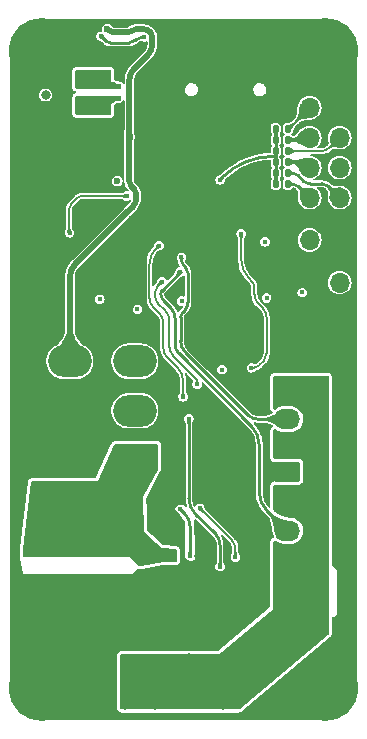
<source format=gbl>
%TF.GenerationSoftware,KiCad,Pcbnew,(7.0.0)*%
%TF.CreationDate,2023-06-05T19:21:43+01:00*%
%TF.ProjectId,Chad,43686164-2e6b-4696-9361-645f70636258,rev?*%
%TF.SameCoordinates,Original*%
%TF.FileFunction,Copper,L4,Bot*%
%TF.FilePolarity,Positive*%
%FSLAX46Y46*%
G04 Gerber Fmt 4.6, Leading zero omitted, Abs format (unit mm)*
G04 Created by KiCad (PCBNEW (7.0.0)) date 2023-06-05 19:21:43*
%MOMM*%
%LPD*%
G01*
G04 APERTURE LIST*
G04 Aperture macros list*
%AMRoundRect*
0 Rectangle with rounded corners*
0 $1 Rounding radius*
0 $2 $3 $4 $5 $6 $7 $8 $9 X,Y pos of 4 corners*
0 Add a 4 corners polygon primitive as box body*
4,1,4,$2,$3,$4,$5,$6,$7,$8,$9,$2,$3,0*
0 Add four circle primitives for the rounded corners*
1,1,$1+$1,$2,$3*
1,1,$1+$1,$4,$5*
1,1,$1+$1,$6,$7*
1,1,$1+$1,$8,$9*
0 Add four rect primitives between the rounded corners*
20,1,$1+$1,$2,$3,$4,$5,0*
20,1,$1+$1,$4,$5,$6,$7,0*
20,1,$1+$1,$6,$7,$8,$9,0*
20,1,$1+$1,$8,$9,$2,$3,0*%
G04 Aperture macros list end*
%TA.AperFunction,ComponentPad*%
%ADD10RoundRect,0.250000X-0.850000X-0.600000X0.850000X-0.600000X0.850000X0.600000X-0.850000X0.600000X0*%
%TD*%
%TA.AperFunction,ComponentPad*%
%ADD11O,2.200000X1.700000*%
%TD*%
%TA.AperFunction,ComponentPad*%
%ADD12C,5.600000*%
%TD*%
%TA.AperFunction,ComponentPad*%
%ADD13R,1.700000X1.700000*%
%TD*%
%TA.AperFunction,ComponentPad*%
%ADD14O,1.700000X1.700000*%
%TD*%
%TA.AperFunction,ComponentPad*%
%ADD15O,0.900000X2.000000*%
%TD*%
%TA.AperFunction,ComponentPad*%
%ADD16O,0.900000X1.700000*%
%TD*%
%TA.AperFunction,ComponentPad*%
%ADD17RoundRect,0.250001X1.599999X-1.099999X1.599999X1.099999X-1.599999X1.099999X-1.599999X-1.099999X0*%
%TD*%
%TA.AperFunction,ComponentPad*%
%ADD18O,3.700000X2.700000*%
%TD*%
%TA.AperFunction,SMDPad,CuDef*%
%ADD19RoundRect,0.135000X-0.135000X-0.185000X0.135000X-0.185000X0.135000X0.185000X-0.135000X0.185000X0*%
%TD*%
%TA.AperFunction,SMDPad,CuDef*%
%ADD20RoundRect,0.250000X-0.325000X-0.650000X0.325000X-0.650000X0.325000X0.650000X-0.325000X0.650000X0*%
%TD*%
%TA.AperFunction,SMDPad,CuDef*%
%ADD21RoundRect,0.250000X-0.650000X0.325000X-0.650000X-0.325000X0.650000X-0.325000X0.650000X0.325000X0*%
%TD*%
%TA.AperFunction,SMDPad,CuDef*%
%ADD22RoundRect,0.250000X0.524568X0.113813X0.203174X0.496835X-0.524568X-0.113813X-0.203174X-0.496835X0*%
%TD*%
%TA.AperFunction,ViaPad*%
%ADD23C,0.450000*%
%TD*%
%TA.AperFunction,ViaPad*%
%ADD24C,0.600000*%
%TD*%
%TA.AperFunction,ViaPad*%
%ADD25C,0.800000*%
%TD*%
%TA.AperFunction,Conductor*%
%ADD26C,0.250000*%
%TD*%
%TA.AperFunction,Conductor*%
%ADD27C,0.200000*%
%TD*%
%TA.AperFunction,Conductor*%
%ADD28C,0.500000*%
%TD*%
%TA.AperFunction,Conductor*%
%ADD29C,0.260000*%
%TD*%
%TA.AperFunction,Conductor*%
%ADD30C,0.270000*%
%TD*%
G04 APERTURE END LIST*
D10*
%TO.P,J4,1,Pin_1*%
%TO.N,GND*%
X55791590Y-80754955D03*
D11*
%TO.P,J4,2,Pin_2*%
%TO.N,+6V*%
X55791589Y-83254954D03*
%TO.P,J4,3,Pin_3*%
%TO.N,/Servo2PWM*%
X55791589Y-85754954D03*
%TD*%
D12*
%TO.P,H3,1,1*%
%TO.N,GND*%
X59000000Y-99090000D03*
%TD*%
D13*
%TO.P,ENJUMPER1,1,Pin_1*%
%TO.N,GND*%
X60216231Y-67272659D03*
D14*
%TO.P,ENJUMPER1,2,Pin_2*%
%TO.N,/CHIP_PU*%
X60216231Y-64732659D03*
%TD*%
D15*
%TO.P,J5,S1,SHIELD*%
%TO.N,GND*%
X54882999Y-48881999D03*
D16*
X54882999Y-44711999D03*
D15*
X46242999Y-48881999D03*
D16*
X46242999Y-44711999D03*
%TD*%
D13*
%TO.P,J2,1,Pin_1*%
%TO.N,GND*%
X60215721Y-49923067D03*
D14*
%TO.P,J2,2,Pin_2*%
%TO.N,/GPIO0*%
X57675721Y-49923067D03*
%TO.P,J2,3,Pin_3*%
%TO.N,/GPIO1*%
X60215721Y-52463067D03*
%TO.P,J2,4,Pin_4*%
%TO.N,/GPIO2*%
X57675721Y-52463067D03*
%TO.P,J2,5,Pin_5*%
%TO.N,+3V3*%
X60215721Y-55003067D03*
%TO.P,J2,6,Pin_6*%
%TO.N,/GPIO3*%
X57675721Y-55003067D03*
%TO.P,J2,7,Pin_7*%
%TO.N,/GPIO4*%
X60215721Y-57543067D03*
%TO.P,J2,8,Pin_8*%
%TO.N,/GPIO5*%
X57675721Y-57543067D03*
%TD*%
D13*
%TO.P,BOOTJUMPER1,1,Pin_1*%
%TO.N,GND*%
X60214777Y-61126856D03*
D14*
%TO.P,BOOTJUMPER1,2,Pin_2*%
%TO.N,/BOOT*%
X57674777Y-61126856D03*
%TD*%
D12*
%TO.P,H4,1,1*%
%TO.N,GND*%
X35000000Y-45090000D03*
%TD*%
D10*
%TO.P,J3,1,Pin_1*%
%TO.N,GND*%
X55790000Y-71309458D03*
D11*
%TO.P,J3,2,Pin_2*%
%TO.N,+6V*%
X55789999Y-73809457D03*
%TO.P,J3,3,Pin_3*%
%TO.N,/Servo1PWM*%
X55789999Y-76309457D03*
%TD*%
D12*
%TO.P,H2,1,1*%
%TO.N,GND*%
X59000000Y-45090000D03*
%TD*%
D17*
%TO.P,J1,1,Pin_1*%
%TO.N,GND*%
X37375000Y-79790000D03*
D18*
%TO.P,J1,2,Pin_2*%
X37374999Y-75589999D03*
%TO.P,J1,3,Pin_3*%
%TO.N,RBUS_uC_V*%
X37374999Y-71389999D03*
%TO.P,J1,4,Pin_4*%
%TO.N,+12V*%
X42874999Y-79789999D03*
%TO.P,J1,5,Pin_5*%
%TO.N,/CAN+*%
X42874999Y-75589999D03*
%TO.P,J1,6,Pin_6*%
%TO.N,/CAN-*%
X42874999Y-71389999D03*
%TD*%
D12*
%TO.P,H1,1,1*%
%TO.N,GND*%
X35000000Y-99090000D03*
%TD*%
D19*
%TO.P,R33,1*%
%TO.N,+3V3*%
X54813359Y-56398345D03*
%TO.P,R33,2*%
%TO.N,/GPIO5*%
X55833359Y-56398345D03*
%TD*%
D20*
%TO.P,C40,1*%
%TO.N,+6V*%
X57768000Y-92048000D03*
%TO.P,C40,2*%
%TO.N,GND*%
X60718000Y-92048000D03*
%TD*%
D21*
%TO.P,C43,1*%
%TO.N,+12V*%
X39489357Y-87248335D03*
%TO.P,C43,2*%
%TO.N,GND*%
X39489357Y-90198335D03*
%TD*%
D19*
%TO.P,R28,1*%
%TO.N,+3V3*%
X54815000Y-52650000D03*
%TO.P,R28,2*%
%TO.N,/GPIO2*%
X55835000Y-52650000D03*
%TD*%
D21*
%TO.P,C42,1*%
%TO.N,+12V*%
X37185711Y-87246450D03*
%TO.P,C42,2*%
%TO.N,GND*%
X37185711Y-90196450D03*
%TD*%
D22*
%TO.P,C48,1*%
%TO.N,+6V*%
X54310648Y-94027742D03*
%TO.P,C48,2*%
%TO.N,GND*%
X53089352Y-92572258D03*
%TD*%
D21*
%TO.P,C44,1*%
%TO.N,+12V*%
X41802781Y-87249629D03*
%TO.P,C44,2*%
%TO.N,GND*%
X41802781Y-90199629D03*
%TD*%
D20*
%TO.P,C31,1*%
%TO.N,+6V*%
X57780000Y-89744000D03*
%TO.P,C31,2*%
%TO.N,GND*%
X60730000Y-89744000D03*
%TD*%
D19*
%TO.P,R29,1*%
%TO.N,+3V3*%
X54815000Y-53575000D03*
%TO.P,R29,2*%
%TO.N,/GPIO1*%
X55835000Y-53575000D03*
%TD*%
%TO.P,R32,1*%
%TO.N,+3V3*%
X54815184Y-55460437D03*
%TO.P,R32,2*%
%TO.N,/GPIO4*%
X55835184Y-55460437D03*
%TD*%
%TO.P,R31,1*%
%TO.N,+3V3*%
X54814516Y-51705161D03*
%TO.P,R31,2*%
%TO.N,/GPIO0*%
X55834516Y-51705161D03*
%TD*%
%TO.P,R30,1*%
%TO.N,+3V3*%
X54814682Y-54517718D03*
%TO.P,R30,2*%
%TO.N,/GPIO3*%
X55834682Y-54517718D03*
%TD*%
D21*
%TO.P,C41,1*%
%TO.N,+12V*%
X34880458Y-87248706D03*
%TO.P,C41,2*%
%TO.N,GND*%
X34880458Y-90198706D03*
%TD*%
D23*
%TO.N,GND*%
X52850000Y-69950000D03*
X56022000Y-63154000D03*
D24*
X61400000Y-59075000D03*
X32600000Y-90275000D03*
X32600000Y-82775000D03*
X32600000Y-75225000D03*
X61400000Y-54075000D03*
D23*
X53125000Y-68925000D03*
X47550000Y-87850000D03*
X50185000Y-66070000D03*
D24*
X61400000Y-74125000D03*
D23*
X34700000Y-61320000D03*
X55125000Y-67325000D03*
D24*
X47522000Y-61252000D03*
X61400000Y-76625000D03*
D25*
X35718000Y-93221000D03*
D23*
X50373703Y-70321851D03*
X52062000Y-66665000D03*
D25*
X34850000Y-91350000D03*
D23*
X46975000Y-89000000D03*
D24*
X32600000Y-67725000D03*
X50025000Y-42700000D03*
X32600000Y-60175000D03*
D23*
X47779626Y-68653703D03*
D24*
X45025000Y-42700000D03*
D23*
X52030000Y-66060000D03*
D24*
X32600000Y-72725000D03*
X51059000Y-61227000D03*
X51047000Y-62943000D03*
X61400000Y-81625000D03*
D23*
X55425000Y-60475000D03*
D25*
X37784000Y-93151000D03*
D24*
X51000000Y-53925000D03*
X32600000Y-87775000D03*
D25*
X44275000Y-89419000D03*
D23*
X51966000Y-65464000D03*
X47470000Y-53430000D03*
D24*
X48115000Y-79986000D03*
X55075000Y-42700000D03*
X61400000Y-89175000D03*
D25*
X52065000Y-90834000D03*
D24*
X32600000Y-85275000D03*
D23*
X45775000Y-89700000D03*
X50191000Y-66653000D03*
X45725000Y-89000000D03*
D24*
X47530000Y-59471000D03*
X61400000Y-94175000D03*
D25*
X52673000Y-88414000D03*
X45300000Y-81125000D03*
D24*
X39025000Y-101475000D03*
X32600000Y-77725000D03*
X49025000Y-101475000D03*
D23*
X58200000Y-64825000D03*
X50192000Y-65472000D03*
X46675000Y-83875000D03*
D24*
X61400000Y-79125000D03*
X48990000Y-68322000D03*
X32600000Y-92775000D03*
X54075000Y-101475000D03*
X51706000Y-69327000D03*
X32600000Y-54975000D03*
D23*
X45610000Y-65770000D03*
D24*
X61400000Y-84175000D03*
X32599500Y-58100000D03*
D23*
X51520000Y-56660000D03*
D24*
X61400000Y-86675000D03*
X49308000Y-62966000D03*
X46525000Y-101475000D03*
D25*
X39890000Y-93226000D03*
D24*
X39925000Y-42700000D03*
D25*
X36475000Y-54125000D03*
D24*
X32600000Y-95275000D03*
D23*
X49345000Y-67292000D03*
X51860446Y-70311334D03*
X57200000Y-67600000D03*
X34700000Y-62350000D03*
D24*
X49334000Y-59451000D03*
D23*
X43595000Y-44606000D03*
D24*
X41525000Y-101475000D03*
X32600000Y-70225000D03*
X32600000Y-50175000D03*
X47525000Y-42700000D03*
X61400000Y-64075000D03*
D23*
X42539000Y-42650000D03*
D24*
X61400000Y-56575000D03*
X61400000Y-69125000D03*
X61400000Y-71625000D03*
D23*
X49040000Y-70315311D03*
D24*
X32600000Y-52675000D03*
X51525000Y-101475000D03*
D23*
X56827000Y-63655000D03*
D24*
X61400000Y-51575000D03*
D23*
X52189000Y-67397000D03*
X47050000Y-89700000D03*
X52930000Y-67796000D03*
D25*
X36850000Y-91450000D03*
D24*
X61400000Y-91675000D03*
D23*
X48300169Y-67549633D03*
D24*
X32600000Y-62675000D03*
D25*
X39000000Y-91550000D03*
D24*
X49317000Y-61213000D03*
X47748000Y-62902000D03*
D23*
X41550000Y-65950000D03*
D25*
X40950000Y-91600000D03*
D24*
X32600000Y-80225000D03*
D23*
X47789135Y-69721355D03*
X47925000Y-88925000D03*
D24*
X32600000Y-65225000D03*
X44372814Y-47128492D03*
X54096000Y-79832000D03*
D23*
X50093000Y-67200000D03*
D24*
X51033000Y-59426000D03*
X44025000Y-101475000D03*
X52575000Y-42700000D03*
D23*
%TO.N,+3V3*%
X54024000Y-66037000D03*
X53900000Y-61280000D03*
X57055705Y-65576723D03*
X50110000Y-56030000D03*
D24*
X41394215Y-56136334D03*
D23*
X43100000Y-67000000D03*
X50260000Y-72100000D03*
X46835000Y-66297000D03*
D25*
X35320508Y-48849814D03*
D23*
X39900000Y-66150000D03*
%TO.N,Net-(JP1-B)*%
X42200000Y-57412000D03*
X37347000Y-60525000D03*
%TO.N,VBUS*%
X40020000Y-43890000D03*
X43680000Y-43970000D03*
D24*
%TO.N,RBUS_uC_V*%
X40550000Y-43275000D03*
X42400000Y-52400000D03*
D25*
%TO.N,+12V*%
X40400000Y-84400000D03*
D23*
X45825000Y-87850000D03*
D25*
X40400000Y-85850000D03*
X42550000Y-85950000D03*
X38100000Y-85850000D03*
X35650000Y-84400000D03*
X42650000Y-84400000D03*
X38100000Y-84400000D03*
X44304000Y-87201000D03*
X35700000Y-85850000D03*
D23*
%TO.N,/Servo1PWM*%
X46825000Y-62600000D03*
%TO.N,/BuckPGOOD*%
X44929000Y-61609000D03*
X46960000Y-74400000D03*
%TO.N,/Power/LX1*%
X38153576Y-48096290D03*
X38163173Y-46941885D03*
X38747818Y-46941885D03*
X41500000Y-48103306D03*
X38778579Y-48097381D03*
X40703000Y-47037000D03*
X40704000Y-47618000D03*
%TO.N,/Power/LX2*%
X38097686Y-50302139D03*
X38760000Y-49150000D03*
X38808858Y-50303229D03*
X40693000Y-49583000D03*
X38129580Y-49153664D03*
X41500000Y-49130000D03*
X40681000Y-50167000D03*
D25*
%TO.N,+6V*%
X47440000Y-96560000D03*
X44580000Y-100470000D03*
X47440000Y-100450000D03*
X42030000Y-100480000D03*
X50380000Y-100470000D03*
X42005000Y-97870000D03*
X50416000Y-99122000D03*
X44580000Y-96580000D03*
X42030000Y-99141000D03*
X50478000Y-97888000D03*
X42030000Y-96590000D03*
X50380000Y-96580000D03*
D23*
%TO.N,/Servo2PWM*%
X46714000Y-63820000D03*
%TO.N,/buckC/VDD*%
X51389000Y-87996000D03*
X48375000Y-83850000D03*
%TO.N,/buckC/PGOOD*%
X50090000Y-88782168D03*
X47450000Y-76250000D03*
%TO.N,/ServoV_LOG*%
X51883445Y-60610000D03*
X52753000Y-71949000D03*
%TO.N,/BUCK_EN*%
X48148000Y-73355000D03*
X45170000Y-64655000D03*
%TD*%
D26*
%TO.N,GND*%
X47550000Y-87850000D02*
X47550000Y-85358111D01*
X47120000Y-84320000D02*
X46675000Y-83875000D01*
X47549995Y-85358111D02*
G75*
G03*
X47120000Y-84320000I-1468095J11D01*
G01*
%TO.N,+3V3*%
X50072403Y-56030000D02*
X50100000Y-56002403D01*
X54814516Y-51705161D02*
X54814516Y-54050000D01*
X54814516Y-54050000D02*
X54814516Y-56397188D01*
X54814516Y-54050000D02*
X54614501Y-54050000D01*
X50110000Y-55992403D02*
X50110000Y-56030000D01*
D27*
X54813517Y-54050000D02*
X54814516Y-54050000D01*
D26*
X50240726Y-55861677D02*
X50110000Y-55992403D01*
X54814516Y-56397188D02*
X54813359Y-56398345D01*
X50110000Y-56030000D02*
X50072403Y-56030000D01*
X54614501Y-54049986D02*
G75*
G03*
X50240726Y-55861677I-1J-6185414D01*
G01*
D27*
%TO.N,Net-(JP1-B)*%
X37522739Y-58002262D02*
X37627500Y-57897500D01*
X37300000Y-60478000D02*
X37300000Y-58540000D01*
X38354123Y-57412000D02*
X42200000Y-57412000D01*
X37347000Y-60525000D02*
X37300000Y-60478000D01*
X37627500Y-57897500D02*
X37942500Y-57582500D01*
X37522734Y-58002257D02*
G75*
G03*
X37300000Y-58540000I537766J-537743D01*
G01*
X38354123Y-57412010D02*
G75*
G03*
X37942500Y-57582500I-23J-582090D01*
G01*
D26*
%TO.N,VBUS*%
X40022611Y-43927289D02*
X40021814Y-43926492D01*
X42930000Y-44210000D02*
X42972010Y-44167990D01*
X40410000Y-44280000D02*
X40020000Y-43890000D01*
X42423016Y-44420000D02*
X40747989Y-44420000D01*
X43680000Y-43970000D02*
X43450000Y-43970000D01*
X43450000Y-43970006D02*
G75*
G03*
X42972010Y-44167990I0J-675994D01*
G01*
X40410003Y-44279997D02*
G75*
G03*
X40747989Y-44420000I337997J337997D01*
G01*
X42423016Y-44420006D02*
G75*
G03*
X42930000Y-44210000I-16J717006D01*
G01*
D28*
%TO.N,RBUS_uC_V*%
X37375000Y-71390000D02*
X37375000Y-64310000D01*
X42400000Y-52400000D02*
X42405000Y-52395000D01*
X42200000Y-58800000D02*
X42695944Y-58304056D01*
X42405000Y-52395000D02*
X42405000Y-47579229D01*
X43000000Y-57570000D02*
X43000000Y-57240000D01*
X42830294Y-56830294D02*
X42585000Y-56585000D01*
X42787000Y-46657000D02*
X43912000Y-45532000D01*
X37869303Y-63116647D02*
X42185950Y-58800000D01*
X42288452Y-43560000D02*
X41238050Y-43560000D01*
X43563080Y-43270000D02*
X42988573Y-43270000D01*
X44355000Y-44570000D02*
X44355000Y-43913428D01*
X43912000Y-45532000D02*
X43988012Y-45455989D01*
X42400000Y-56138371D02*
X42400000Y-52400000D01*
X42185950Y-58800000D02*
X42200000Y-58800000D01*
X42695942Y-58304054D02*
G75*
G03*
X43000000Y-57570000I-734042J734054D01*
G01*
X42988573Y-43269990D02*
G75*
G03*
X42551177Y-43451177I27J-618610D01*
G01*
X43000003Y-57240000D02*
G75*
G03*
X42830294Y-56830294I-579403J0D01*
G01*
X44354988Y-43913428D02*
G75*
G03*
X44197298Y-43532702I-538388J28D01*
G01*
X40549985Y-43275015D02*
G75*
G03*
X41238050Y-43560000I688015J688015D01*
G01*
X42786991Y-46656991D02*
G75*
G03*
X42405000Y-47579229I922209J-922209D01*
G01*
X37869294Y-63116638D02*
G75*
G03*
X37375000Y-64310000I1193406J-1193362D01*
G01*
X44197304Y-43532696D02*
G75*
G03*
X43563080Y-43270000I-634204J-634204D01*
G01*
X42288452Y-43559979D02*
G75*
G03*
X42551175Y-43451175I48J371479D01*
G01*
X43988016Y-45455993D02*
G75*
G03*
X44355000Y-44570000I-886016J885993D01*
G01*
X42400013Y-56138371D02*
G75*
G03*
X42585001Y-56584999I631587J-29D01*
G01*
D29*
%TO.N,/Servo1PWM*%
X46941500Y-67215500D02*
X47110000Y-67047000D01*
X47179767Y-63480233D02*
X47019784Y-63320250D01*
X55790000Y-76309458D02*
X53310988Y-76309458D01*
X47375000Y-66407234D02*
X47375000Y-63951567D01*
X46825000Y-62850000D02*
X46825000Y-62600000D01*
X46750000Y-69690000D02*
X46750000Y-67677821D01*
X52497500Y-75972500D02*
X47128302Y-70603302D01*
X46749999Y-69690000D02*
G75*
G03*
X47128302Y-70603302I1291601J0D01*
G01*
X46824991Y-62850000D02*
G75*
G03*
X47019785Y-63320249I665009J0D01*
G01*
X47109990Y-67046990D02*
G75*
G03*
X47375000Y-66407234I-639790J639790D01*
G01*
X52497503Y-75972497D02*
G75*
G03*
X53310988Y-76309458I813497J813497D01*
G01*
X47375013Y-63951567D02*
G75*
G03*
X47179767Y-63480233I-666613J-33D01*
G01*
X46941494Y-67215494D02*
G75*
G03*
X46750000Y-67677821I462306J-462306D01*
G01*
D27*
%TO.N,/BuckPGOOD*%
X46539979Y-72008978D02*
X45926000Y-71395000D01*
X46960000Y-74400000D02*
X46960000Y-73023000D01*
X44924500Y-67297500D02*
X44439977Y-66812977D01*
X45926000Y-71395000D02*
X45642696Y-71111695D01*
X44114000Y-66026000D02*
X44114000Y-63151612D01*
X45275000Y-70224000D02*
X45275000Y-68143681D01*
X46970000Y-74390000D02*
X46960000Y-74400000D01*
X44628500Y-61909500D02*
X44929000Y-61609000D01*
X45275004Y-70224000D02*
G75*
G03*
X45642696Y-71111695I1255396J0D01*
G01*
X44114014Y-66026000D02*
G75*
G03*
X44439977Y-66812977I1112986J0D01*
G01*
X46960013Y-73023000D02*
G75*
G03*
X46539979Y-72008978I-1434013J0D01*
G01*
X44628496Y-61909496D02*
G75*
G03*
X44114000Y-63151612I1242104J-1242104D01*
G01*
X45275007Y-68143681D02*
G75*
G03*
X44924500Y-67297500I-1196707J-19D01*
G01*
%TO.N,/GPIO0*%
X57675722Y-49923068D02*
X55893629Y-51705161D01*
X55893629Y-51705161D02*
X55834516Y-51705161D01*
%TO.N,/GPIO1*%
X55873068Y-53613068D02*
X58600909Y-53613068D01*
X55835000Y-53575000D02*
X55873068Y-53613068D01*
X59394395Y-53284395D02*
X60215722Y-52463068D01*
X58600909Y-53613071D02*
G75*
G03*
X59394395Y-53284395I-9J1122171D01*
G01*
D30*
%TO.N,/Servo2PWM*%
X45919020Y-66870980D02*
X45256447Y-66208407D01*
X53425000Y-82550000D02*
X53425000Y-78560000D01*
X46285000Y-69970000D02*
X46285000Y-67754533D01*
D27*
X54779955Y-85754955D02*
X55929197Y-85754955D01*
D30*
X46714000Y-63874040D02*
X46714000Y-63820000D01*
X46775000Y-63825000D02*
X46763040Y-63825000D01*
X52716203Y-76848813D02*
X46601508Y-70734118D01*
X45171595Y-65416445D02*
X46714000Y-63874040D01*
X55791590Y-85754955D02*
X54017813Y-83981177D01*
D27*
X55229955Y-85754955D02*
X55466591Y-85754955D01*
D30*
X46284993Y-69970000D02*
G75*
G03*
X46601508Y-70734118I1080607J0D01*
G01*
X53425004Y-82550000D02*
G75*
G03*
X54017814Y-83981176I2023996J0D01*
G01*
X46284985Y-67754533D02*
G75*
G03*
X45919019Y-66870981I-1249485J33D01*
G01*
X53424995Y-78560000D02*
G75*
G03*
X52716203Y-76848813I-2419995J0D01*
G01*
X45171605Y-65416455D02*
G75*
G03*
X45050000Y-65710000I293495J-293545D01*
G01*
X45050014Y-65710000D02*
G75*
G03*
X45256447Y-66208407I704886J0D01*
G01*
D27*
%TO.N,/buckC/VDD*%
X51389000Y-87996000D02*
X51389000Y-87320000D01*
X50837500Y-86312500D02*
X48375000Y-83850000D01*
X51066559Y-86541560D02*
X50837500Y-86312500D01*
X51388993Y-87320000D02*
G75*
G03*
X51066558Y-86541561I-1100893J0D01*
G01*
D26*
%TO.N,/GPIO2*%
X55835000Y-52650000D02*
X57488790Y-52650000D01*
X57488790Y-52650000D02*
X57675722Y-52463068D01*
%TO.N,/GPIO3*%
X55834682Y-54517718D02*
X57190372Y-54517718D01*
X57190372Y-54517718D02*
X57675722Y-55003068D01*
%TO.N,/GPIO4*%
X55835184Y-55460437D02*
X56210000Y-55460437D01*
X56656219Y-55645267D02*
X57130839Y-56119887D01*
X59456327Y-56783673D02*
X60215722Y-57543068D01*
X59253364Y-56580711D02*
X59456327Y-56783673D01*
X57730000Y-56368068D02*
X58740000Y-56368068D01*
X57130833Y-56119893D02*
G75*
G03*
X57730000Y-56368068I599167J599193D01*
G01*
X56656222Y-55645264D02*
G75*
G03*
X56210000Y-55460437I-446222J-446236D01*
G01*
X59253370Y-56580705D02*
G75*
G03*
X58740000Y-56368068I-513370J-513395D01*
G01*
%TO.N,/GPIO5*%
X56750908Y-56618255D02*
X56901327Y-56768673D01*
X55833359Y-56398345D02*
X56220000Y-56398345D01*
X56901327Y-56768673D02*
X57675722Y-57543068D01*
X56750916Y-56618247D02*
G75*
G03*
X56220000Y-56398345I-530916J-530953D01*
G01*
%TO.N,/buckC/PGOOD*%
X50090000Y-88782168D02*
X50090000Y-86950000D01*
X49550000Y-85870000D02*
X47980000Y-84300000D01*
X49708162Y-86028163D02*
X49550000Y-85870000D01*
X47450000Y-83020467D02*
X47450000Y-76250000D01*
X50089992Y-86950000D02*
G75*
G03*
X49708162Y-86028163I-1303692J0D01*
G01*
X47450014Y-83020467D02*
G75*
G03*
X47980000Y-84300000I1809486J-33D01*
G01*
D27*
%TO.N,/ServoV_LOG*%
X53704000Y-66912000D02*
X53366574Y-66574574D01*
X52922662Y-71949000D02*
X52753000Y-71949000D01*
X51883445Y-62792765D02*
X51883445Y-60610000D01*
X53393834Y-71753834D02*
X53788452Y-71359216D01*
X53001000Y-65692000D02*
X53001000Y-65088000D01*
X52822809Y-64657809D02*
X52538000Y-64373000D01*
X54030000Y-70676230D02*
X54030000Y-67699033D01*
X53001016Y-65692000D02*
G75*
G03*
X53366575Y-66574573I1248184J0D01*
G01*
X51883460Y-62792765D02*
G75*
G03*
X52538000Y-64373000I2234740J-35D01*
G01*
X53788451Y-71359215D02*
G75*
G03*
X54029999Y-70676230I-857051J687315D01*
G01*
X54029986Y-67699033D02*
G75*
G03*
X53704000Y-66912000I-1112986J33D01*
G01*
X53000994Y-65088000D02*
G75*
G03*
X52822809Y-64657809I-608394J0D01*
G01*
X52922662Y-71948984D02*
G75*
G03*
X53393834Y-71753834I38J666284D01*
G01*
%TO.N,/BUCK_EN*%
X47914000Y-72737000D02*
X48081532Y-72904532D01*
X45810000Y-67997401D02*
X45810000Y-70156239D01*
X45170000Y-64655000D02*
X44805668Y-65019333D01*
X44858701Y-66508701D02*
X45430000Y-67080000D01*
X44590000Y-65540000D02*
X44590000Y-65860000D01*
X46145000Y-70965000D02*
X47914000Y-72737000D01*
X48148000Y-73065000D02*
X48148000Y-73355000D01*
X44805675Y-65019340D02*
G75*
G03*
X44590000Y-65540000I520625J-520660D01*
G01*
X45809999Y-67997401D02*
G75*
G03*
X45430000Y-67080000I-1297399J1D01*
G01*
X48148010Y-73065000D02*
G75*
G03*
X48081532Y-72904532I-226910J0D01*
G01*
X45809985Y-70156239D02*
G75*
G03*
X46145001Y-70964999I1143815J39D01*
G01*
X44590000Y-65860000D02*
G75*
G03*
X44858701Y-66508701I917400J0D01*
G01*
%TD*%
%TA.AperFunction,Conductor*%
%TO.N,GND*%
G36*
X59002777Y-42390655D02*
G01*
X59296701Y-42407162D01*
X59307724Y-42408404D01*
X59595224Y-42457252D01*
X59606018Y-42459715D01*
X59886251Y-42540449D01*
X59896722Y-42544113D01*
X60166134Y-42655708D01*
X60176136Y-42660525D01*
X60431354Y-42801578D01*
X60440755Y-42807485D01*
X60678575Y-42976228D01*
X60687254Y-42983149D01*
X60717388Y-43010078D01*
X60904697Y-43177467D01*
X60912532Y-43185302D01*
X61006053Y-43289952D01*
X61106850Y-43402745D01*
X61113771Y-43411424D01*
X61282514Y-43649244D01*
X61288421Y-43658645D01*
X61429474Y-43913863D01*
X61434291Y-43923865D01*
X61545884Y-44193273D01*
X61549551Y-44203752D01*
X61630280Y-44483966D01*
X61632750Y-44494790D01*
X61681594Y-44782270D01*
X61682837Y-44793302D01*
X61699344Y-45087222D01*
X61699500Y-45092773D01*
X61699500Y-48678650D01*
X55825000Y-48750000D01*
X55848783Y-42390500D01*
X58952405Y-42390500D01*
X58997227Y-42390500D01*
X59002777Y-42390655D01*
G37*
%TD.AperFunction*%
%TD*%
%TA.AperFunction,Conductor*%
%TO.N,GND*%
G36*
X53028875Y-76564841D02*
G01*
X53031224Y-76565471D01*
X53217196Y-76589957D01*
X53258549Y-76589957D01*
X53258551Y-76589957D01*
X53258553Y-76589958D01*
X53310985Y-76589958D01*
X53803669Y-76589958D01*
X53825783Y-76593339D01*
X53831263Y-76595056D01*
X53949751Y-76609647D01*
X53955314Y-76610549D01*
X54075853Y-76634863D01*
X54081182Y-76636145D01*
X54202583Y-76670172D01*
X54207587Y-76671769D01*
X54330052Y-76715714D01*
X54334677Y-76717553D01*
X54458328Y-76771637D01*
X54462576Y-76773659D01*
X54508444Y-76797325D01*
X54537269Y-76823873D01*
X54548494Y-76861420D01*
X54538972Y-76899434D01*
X54512966Y-76925646D01*
X54513026Y-76925726D01*
X54512504Y-76926112D01*
X54511372Y-76927254D01*
X54509560Y-76928294D01*
X54509549Y-76928302D01*
X54505810Y-76930449D01*
X54502669Y-76933400D01*
X54502664Y-76933405D01*
X54463383Y-76970328D01*
X54463378Y-76970332D01*
X54461809Y-76971808D01*
X54460429Y-76973446D01*
X54460416Y-76973461D01*
X54426284Y-77014008D01*
X54426278Y-77014015D01*
X54424894Y-77015660D01*
X54423713Y-77017449D01*
X54423705Y-77017461D01*
X54394022Y-77062462D01*
X54394019Y-77062467D01*
X54391643Y-77066070D01*
X54390163Y-77070125D01*
X54390161Y-77070130D01*
X54371680Y-77120780D01*
X54371675Y-77120795D01*
X54370944Y-77122800D01*
X54370450Y-77124875D01*
X54370446Y-77124892D01*
X54358197Y-77176456D01*
X54357696Y-77178566D01*
X54357445Y-77180706D01*
X54357443Y-77180719D01*
X54352130Y-77226072D01*
X54350669Y-77238545D01*
X54350669Y-79561528D01*
X54350935Y-79563730D01*
X54350936Y-79563736D01*
X54357900Y-79621258D01*
X54357901Y-79621266D01*
X54358167Y-79623459D01*
X54372291Y-79680931D01*
X54373080Y-79683017D01*
X54373081Y-79683021D01*
X54392775Y-79735110D01*
X54392777Y-79735114D01*
X54394353Y-79739282D01*
X54429702Y-79790682D01*
X54468858Y-79835063D01*
X54515452Y-79876541D01*
X54570598Y-79905701D01*
X54625865Y-79926878D01*
X54686375Y-79942035D01*
X54748755Y-79942314D01*
X54807542Y-79935463D01*
X54868190Y-79920845D01*
X54884679Y-79914694D01*
X54902661Y-79910448D01*
X54903333Y-79910376D01*
X54911216Y-79909955D01*
X56671976Y-79909955D01*
X56679825Y-79910372D01*
X56680488Y-79910444D01*
X56698488Y-79914689D01*
X56750249Y-79933996D01*
X56768728Y-79944086D01*
X56808094Y-79973554D01*
X56822989Y-79988449D01*
X56852455Y-80027812D01*
X56862548Y-80046297D01*
X56881850Y-80098047D01*
X56886084Y-80115928D01*
X56886157Y-80116601D01*
X56886589Y-80124581D01*
X56886589Y-81385341D01*
X56886159Y-81393304D01*
X56886088Y-81393960D01*
X56881852Y-81411859D01*
X56862548Y-81463612D01*
X56852455Y-81482096D01*
X56822989Y-81521459D01*
X56808094Y-81536354D01*
X56768731Y-81565820D01*
X56750246Y-81575913D01*
X56698496Y-81595215D01*
X56680627Y-81599448D01*
X56679955Y-81599521D01*
X56671963Y-81599954D01*
X54911205Y-81599954D01*
X54903265Y-81599526D01*
X54902595Y-81599454D01*
X54884689Y-81595218D01*
X54870276Y-81589842D01*
X54870266Y-81589839D01*
X54868191Y-81589065D01*
X54866029Y-81588543D01*
X54866026Y-81588543D01*
X54809716Y-81574971D01*
X54809703Y-81574968D01*
X54807547Y-81574449D01*
X54805328Y-81574190D01*
X54805326Y-81574190D01*
X54750982Y-81567856D01*
X54750980Y-81567855D01*
X54748759Y-81567597D01*
X54746537Y-81567606D01*
X54746521Y-81567606D01*
X54690843Y-81567855D01*
X54690842Y-81567855D01*
X54686378Y-81567875D01*
X54682047Y-81568959D01*
X54682045Y-81568960D01*
X54628027Y-81582490D01*
X54628016Y-81582493D01*
X54625866Y-81583032D01*
X54623801Y-81583823D01*
X54623789Y-81583827D01*
X54572685Y-81603409D01*
X54572675Y-81603413D01*
X54570599Y-81604209D01*
X54568624Y-81605252D01*
X54568618Y-81605256D01*
X54519397Y-81631283D01*
X54519394Y-81631284D01*
X54515451Y-81633370D01*
X54512124Y-81636331D01*
X54512118Y-81636336D01*
X54470515Y-81673373D01*
X54470506Y-81673381D01*
X54468857Y-81674850D01*
X54467396Y-81676505D01*
X54467388Y-81676514D01*
X54431172Y-81717564D01*
X54431166Y-81717570D01*
X54429702Y-81719231D01*
X54428444Y-81721059D01*
X54428441Y-81721064D01*
X54396882Y-81766952D01*
X54396878Y-81766958D01*
X54394355Y-81770628D01*
X54392780Y-81774792D01*
X54392777Y-81774799D01*
X54373079Y-81826897D01*
X54373075Y-81826907D01*
X54372294Y-81828975D01*
X54371765Y-81831127D01*
X54371762Y-81831137D01*
X54358704Y-81884269D01*
X54358169Y-81886447D01*
X54357900Y-81888665D01*
X54357899Y-81888673D01*
X54350939Y-81946155D01*
X54350938Y-81946165D01*
X54350670Y-81948382D01*
X54350670Y-81950621D01*
X54350670Y-83731624D01*
X54338199Y-83772736D01*
X54304989Y-83799991D01*
X54262233Y-83804202D01*
X54224344Y-83783950D01*
X54221406Y-83781012D01*
X54218096Y-83777477D01*
X54072955Y-83611974D01*
X54067062Y-83604295D01*
X54066145Y-83602923D01*
X53970374Y-83459590D01*
X53946111Y-83423277D01*
X53941271Y-83414894D01*
X53844983Y-83219641D01*
X53841279Y-83210699D01*
X53833690Y-83188343D01*
X53771295Y-83004532D01*
X53768796Y-82995203D01*
X53726323Y-82781678D01*
X53725060Y-82772083D01*
X53718868Y-82677618D01*
X53710657Y-82552349D01*
X53710500Y-82547510D01*
X53710500Y-78533600D01*
X53710500Y-78533546D01*
X53710496Y-78533528D01*
X53710495Y-78533492D01*
X53710495Y-78410144D01*
X53710495Y-78408064D01*
X53676472Y-78106101D01*
X53608855Y-77809847D01*
X53508492Y-77523026D01*
X53376648Y-77249246D01*
X53330911Y-77176456D01*
X53216081Y-76993704D01*
X53216078Y-76993700D01*
X53214978Y-76991949D01*
X53025518Y-76754371D01*
X52960589Y-76689441D01*
X52939717Y-76647973D01*
X52947655Y-76602231D01*
X52981281Y-76570220D01*
X53027359Y-76564540D01*
X53028875Y-76564841D01*
G37*
%TD.AperFunction*%
%TA.AperFunction,Conductor*%
G36*
X47048819Y-64121834D02*
G01*
X47082029Y-64149089D01*
X47094500Y-64190201D01*
X47094500Y-65854484D01*
X47078009Y-65901054D01*
X47035885Y-65926867D01*
X46986905Y-65920418D01*
X46966748Y-65910147D01*
X46966742Y-65910145D01*
X46961555Y-65907502D01*
X46955806Y-65906591D01*
X46955802Y-65906590D01*
X46840752Y-65888369D01*
X46835000Y-65887458D01*
X46829248Y-65888369D01*
X46714197Y-65906590D01*
X46714191Y-65906591D01*
X46708445Y-65907502D01*
X46703259Y-65910144D01*
X46703254Y-65910146D01*
X46599464Y-65963030D01*
X46599459Y-65963033D01*
X46594277Y-65965674D01*
X46590163Y-65969787D01*
X46590160Y-65969790D01*
X46507790Y-66052160D01*
X46507787Y-66052163D01*
X46503674Y-66056277D01*
X46501033Y-66061459D01*
X46501030Y-66061464D01*
X46448146Y-66165254D01*
X46448144Y-66165259D01*
X46445502Y-66170445D01*
X46444591Y-66176191D01*
X46444590Y-66176197D01*
X46428696Y-66276555D01*
X46425458Y-66297000D01*
X46426369Y-66302752D01*
X46444590Y-66417802D01*
X46444591Y-66417806D01*
X46445502Y-66423555D01*
X46448145Y-66428742D01*
X46448146Y-66428745D01*
X46501030Y-66532535D01*
X46501031Y-66532537D01*
X46503674Y-66537723D01*
X46594277Y-66628326D01*
X46599463Y-66630968D01*
X46599464Y-66630969D01*
X46629199Y-66646120D01*
X46708445Y-66686498D01*
X46835000Y-66706542D01*
X46864862Y-66701812D01*
X46908404Y-66708162D01*
X46940644Y-66738110D01*
X46950181Y-66781069D01*
X46933641Y-66821846D01*
X46913871Y-66845936D01*
X46908994Y-66851317D01*
X46743176Y-67017135D01*
X46743152Y-67017152D01*
X46743150Y-67017150D01*
X46743127Y-67017172D01*
X46743123Y-67017176D01*
X46693211Y-67067088D01*
X46693199Y-67067101D01*
X46691154Y-67069147D01*
X46689451Y-67071489D01*
X46689444Y-67071499D01*
X46606419Y-67185775D01*
X46606416Y-67185779D01*
X46604710Y-67188128D01*
X46603394Y-67190710D01*
X46603389Y-67190719D01*
X46599060Y-67199215D01*
X46570543Y-67229459D01*
X46530219Y-67239558D01*
X46490814Y-67226323D01*
X46464760Y-67193932D01*
X46463429Y-67190719D01*
X46415148Y-67074152D01*
X46314538Y-66899886D01*
X46192042Y-66740245D01*
X46158638Y-66706841D01*
X46158637Y-66706839D01*
X45460913Y-66009115D01*
X45456034Y-66003732D01*
X45453209Y-66000290D01*
X45410804Y-65948615D01*
X45402747Y-65936554D01*
X45388924Y-65910692D01*
X45370869Y-65876910D01*
X45365319Y-65863511D01*
X45352967Y-65822790D01*
X45345685Y-65798782D01*
X45342857Y-65784565D01*
X45336342Y-65718408D01*
X45336619Y-65701498D01*
X45338645Y-65686106D01*
X45343643Y-65667458D01*
X45349141Y-65654185D01*
X45358792Y-65637472D01*
X45370587Y-65622103D01*
X45376961Y-65614837D01*
X45409056Y-65582747D01*
X45409060Y-65582737D01*
X46613069Y-64378727D01*
X46625580Y-64368679D01*
X46639214Y-64359978D01*
X46670174Y-64330465D01*
X46673173Y-64327761D01*
X46701099Y-64303936D01*
X46704481Y-64301221D01*
X46727623Y-64283751D01*
X46730763Y-64281511D01*
X46753124Y-64266448D01*
X46755096Y-64265168D01*
X46809601Y-64231008D01*
X46809823Y-64230869D01*
X46812187Y-64229357D01*
X46812509Y-64229147D01*
X46814438Y-64227869D01*
X46841582Y-64209584D01*
X46849298Y-64205042D01*
X46954723Y-64151326D01*
X46968174Y-64137874D01*
X47006063Y-64117623D01*
X47048819Y-64121834D01*
G37*
%TD.AperFunction*%
%TA.AperFunction,Conductor*%
G36*
X55825000Y-48750000D02*
G01*
X61699500Y-48678650D01*
X61699500Y-99087917D01*
X61699384Y-99092066D01*
X61682758Y-99388106D01*
X61681828Y-99396352D01*
X61632515Y-99686591D01*
X61630669Y-99694682D01*
X61549163Y-99977595D01*
X61546422Y-99985428D01*
X61433755Y-100257428D01*
X61430155Y-100264904D01*
X61287740Y-100522587D01*
X61283324Y-100529614D01*
X61112962Y-100769716D01*
X61107789Y-100776204D01*
X60911604Y-100995736D01*
X60905736Y-101001604D01*
X60686204Y-101197789D01*
X60679716Y-101202962D01*
X60439614Y-101373324D01*
X60432587Y-101377740D01*
X60174904Y-101520155D01*
X60167428Y-101523755D01*
X59895428Y-101636422D01*
X59887595Y-101639163D01*
X59604682Y-101720669D01*
X59596591Y-101722515D01*
X59306352Y-101771828D01*
X59298106Y-101772758D01*
X59002066Y-101789384D01*
X58997917Y-101789500D01*
X35002083Y-101789500D01*
X34997934Y-101789384D01*
X34701893Y-101772758D01*
X34693647Y-101771828D01*
X34403408Y-101722515D01*
X34395317Y-101720669D01*
X34112404Y-101639163D01*
X34104571Y-101636422D01*
X33832571Y-101523755D01*
X33825095Y-101520155D01*
X33567412Y-101377740D01*
X33560385Y-101373324D01*
X33320283Y-101202962D01*
X33313795Y-101197789D01*
X33230032Y-101122934D01*
X33094258Y-101001599D01*
X33088400Y-100995741D01*
X32892209Y-100776203D01*
X32887037Y-100769716D01*
X32716675Y-100529614D01*
X32712263Y-100522594D01*
X32569844Y-100264904D01*
X32566244Y-100257428D01*
X32453573Y-99985418D01*
X32450839Y-99977605D01*
X32369327Y-99694671D01*
X32367486Y-99686603D01*
X32318170Y-99396346D01*
X32317241Y-99388106D01*
X32300616Y-99092066D01*
X32300500Y-99087917D01*
X32300500Y-96316531D01*
X41370781Y-96316531D01*
X41371968Y-100753504D01*
X41371969Y-100755931D01*
X41372284Y-100758320D01*
X41372285Y-100758333D01*
X41380509Y-100820683D01*
X41380510Y-100820691D01*
X41380826Y-100823082D01*
X41381450Y-100825410D01*
X41381453Y-100825423D01*
X41396820Y-100882721D01*
X41396822Y-100882728D01*
X41397450Y-100885068D01*
X41423383Y-100947638D01*
X41464623Y-101001366D01*
X41466329Y-101003072D01*
X41466333Y-101003076D01*
X41508295Y-101045027D01*
X41508299Y-101045030D01*
X41510009Y-101046740D01*
X41563749Y-101087967D01*
X41626327Y-101113883D01*
X41688317Y-101130490D01*
X41755469Y-101139329D01*
X51613045Y-101139329D01*
X51614985Y-101139329D01*
X51668945Y-101133657D01*
X51719386Y-101122934D01*
X51770987Y-101106165D01*
X51774344Y-101104225D01*
X51777891Y-101102647D01*
X51778097Y-101103111D01*
X51797337Y-101096102D01*
X51813360Y-101093276D01*
X51863648Y-101072954D01*
X51909162Y-101048751D01*
X51954126Y-101018421D01*
X59422622Y-94751609D01*
X59468368Y-94701693D01*
X59505172Y-94649147D01*
X59515121Y-94630042D01*
X59521042Y-94620640D01*
X59521233Y-94620252D01*
X59525363Y-94614750D01*
X59527218Y-94608123D01*
X59529883Y-94602724D01*
X59531566Y-94598470D01*
X59534209Y-94593395D01*
X59536448Y-94589097D01*
X59551126Y-94523000D01*
X59553045Y-94501169D01*
X59553210Y-94499296D01*
X59555176Y-94487661D01*
X59559061Y-94472276D01*
X59558259Y-94466188D01*
X59558491Y-94464378D01*
X59558434Y-94464373D01*
X59558790Y-94460750D01*
X59559500Y-94457187D01*
X59559500Y-93156000D01*
X59569414Y-93119000D01*
X59596500Y-93091914D01*
X59633500Y-93082000D01*
X59764712Y-93082000D01*
X59772000Y-93082000D01*
X59989000Y-92865000D01*
X59989000Y-89084000D01*
X59581174Y-88676174D01*
X59565133Y-88652167D01*
X59559500Y-88623848D01*
X59559500Y-72739504D01*
X59559500Y-72739503D01*
X59559500Y-72737076D01*
X59550658Y-72669912D01*
X59534045Y-72607912D01*
X59508120Y-72545326D01*
X59466881Y-72491582D01*
X59421494Y-72446195D01*
X59367750Y-72404956D01*
X59305164Y-72379031D01*
X59243164Y-72362418D01*
X59240767Y-72362102D01*
X59240765Y-72362102D01*
X59178406Y-72353892D01*
X59178394Y-72353891D01*
X59176000Y-72353576D01*
X54734168Y-72353576D01*
X54731774Y-72353891D01*
X54731761Y-72353892D01*
X54669402Y-72362102D01*
X54669397Y-72362102D01*
X54667004Y-72362418D01*
X54664666Y-72363044D01*
X54664663Y-72363045D01*
X54607350Y-72378402D01*
X54607344Y-72378403D01*
X54605004Y-72379031D01*
X54602771Y-72379955D01*
X54602765Y-72379958D01*
X54546895Y-72403101D01*
X54546891Y-72403102D01*
X54542418Y-72404956D01*
X54538573Y-72407905D01*
X54538570Y-72407908D01*
X54490603Y-72444714D01*
X54490595Y-72444720D01*
X54488674Y-72446195D01*
X54486964Y-72447904D01*
X54486956Y-72447912D01*
X54444998Y-72489870D01*
X54444990Y-72489878D01*
X54443287Y-72491582D01*
X54441817Y-72493496D01*
X54441814Y-72493501D01*
X54405000Y-72541477D01*
X54404997Y-72541480D01*
X54402048Y-72545325D01*
X54400193Y-72549803D01*
X54400192Y-72549805D01*
X54377053Y-72605668D01*
X54376124Y-72607911D01*
X54375497Y-72610247D01*
X54375494Y-72610259D01*
X54360138Y-72667567D01*
X54360135Y-72667578D01*
X54359511Y-72669910D01*
X54359195Y-72672306D01*
X54359195Y-72672309D01*
X54350984Y-72734669D01*
X54350983Y-72734680D01*
X54350668Y-72737075D01*
X54350668Y-75380302D01*
X54351026Y-75382847D01*
X54351027Y-75382858D01*
X54360388Y-75449368D01*
X54360749Y-75451931D01*
X54361460Y-75454409D01*
X54361463Y-75454420D01*
X54378927Y-75515230D01*
X54379643Y-75517722D01*
X54380697Y-75520086D01*
X54380698Y-75520088D01*
X54406992Y-75579050D01*
X54406994Y-75579054D01*
X54409103Y-75583782D01*
X54455651Y-75639145D01*
X54506576Y-75684889D01*
X54518605Y-75692978D01*
X54548268Y-75733386D01*
X54545371Y-75783431D01*
X54511241Y-75820146D01*
X54462586Y-75845250D01*
X54458309Y-75847286D01*
X54334705Y-75901349D01*
X54330045Y-75903202D01*
X54207597Y-75947141D01*
X54202574Y-75948744D01*
X54081187Y-75982766D01*
X54075848Y-75984051D01*
X53955328Y-76008361D01*
X53949742Y-76009267D01*
X53834591Y-76023449D01*
X53834589Y-76023449D01*
X53831263Y-76023859D01*
X53828073Y-76024858D01*
X53828065Y-76024860D01*
X53826323Y-76025406D01*
X53825784Y-76025575D01*
X53803666Y-76028958D01*
X53313901Y-76028958D01*
X53308094Y-76028730D01*
X53180702Y-76018702D01*
X53169234Y-76016885D01*
X53047828Y-75987738D01*
X53036784Y-75984150D01*
X52921422Y-75936364D01*
X52911076Y-75931092D01*
X52804616Y-75865853D01*
X52795222Y-75859028D01*
X52698012Y-75776002D01*
X52693745Y-75772058D01*
X49021687Y-72100000D01*
X49850458Y-72100000D01*
X49851369Y-72105752D01*
X49869590Y-72220802D01*
X49869591Y-72220806D01*
X49870502Y-72226555D01*
X49873145Y-72231742D01*
X49873146Y-72231745D01*
X49926030Y-72335535D01*
X49926031Y-72335537D01*
X49928674Y-72340723D01*
X50019277Y-72431326D01*
X50024463Y-72433968D01*
X50024464Y-72433969D01*
X50064943Y-72454594D01*
X50133445Y-72489498D01*
X50260000Y-72509542D01*
X50386555Y-72489498D01*
X50500723Y-72431326D01*
X50591326Y-72340723D01*
X50649498Y-72226555D01*
X50669542Y-72100000D01*
X50649498Y-71973445D01*
X50591326Y-71859277D01*
X50500723Y-71768674D01*
X50495537Y-71766031D01*
X50495535Y-71766030D01*
X50391745Y-71713146D01*
X50391742Y-71713145D01*
X50386555Y-71710502D01*
X50380806Y-71709591D01*
X50380802Y-71709590D01*
X50265752Y-71691369D01*
X50260000Y-71690458D01*
X50254248Y-71691369D01*
X50139197Y-71709590D01*
X50139191Y-71709591D01*
X50133445Y-71710502D01*
X50128259Y-71713144D01*
X50128254Y-71713146D01*
X50024464Y-71766030D01*
X50024459Y-71766033D01*
X50019277Y-71768674D01*
X50015163Y-71772787D01*
X50015160Y-71772790D01*
X49932790Y-71855160D01*
X49932787Y-71855163D01*
X49928674Y-71859277D01*
X49926033Y-71864459D01*
X49926030Y-71864464D01*
X49873146Y-71968254D01*
X49873144Y-71968259D01*
X49870502Y-71973445D01*
X49869591Y-71979191D01*
X49869590Y-71979197D01*
X49853508Y-72080745D01*
X49850458Y-72100000D01*
X49021687Y-72100000D01*
X47328698Y-70407011D01*
X47324754Y-70402744D01*
X47297006Y-70370256D01*
X47227383Y-70288738D01*
X47220565Y-70279355D01*
X47143742Y-70153990D01*
X47138475Y-70143652D01*
X47106932Y-70067502D01*
X47082210Y-70007818D01*
X47078627Y-69996790D01*
X47044306Y-69853833D01*
X47042490Y-69842368D01*
X47033566Y-69728978D01*
X47030728Y-69692910D01*
X47030500Y-69687104D01*
X47030500Y-67727275D01*
X47030501Y-67727272D01*
X47030500Y-67682659D01*
X47031133Y-67673002D01*
X47041946Y-67590847D01*
X47046942Y-67572197D01*
X47076785Y-67500148D01*
X47086441Y-67483425D01*
X47136842Y-67417739D01*
X47143217Y-67410468D01*
X47326723Y-67226964D01*
X47326754Y-67226917D01*
X47326802Y-67226863D01*
X47374293Y-67179374D01*
X47483952Y-67028444D01*
X47568652Y-66862218D01*
X47626307Y-66684789D01*
X47655497Y-66500525D01*
X47655498Y-66459673D01*
X47655500Y-66459669D01*
X47655500Y-66397448D01*
X47655502Y-66357785D01*
X47655500Y-66357780D01*
X47655500Y-64001018D01*
X47655502Y-64001013D01*
X47655500Y-63951600D01*
X47655506Y-63951553D01*
X47655513Y-63951553D01*
X47655510Y-63877018D01*
X47632185Y-63729785D01*
X47586115Y-63588013D01*
X47518437Y-63455192D01*
X47452775Y-63364818D01*
X47432520Y-63336940D01*
X47432516Y-63336936D01*
X47430815Y-63334594D01*
X47415188Y-63318967D01*
X47253096Y-63156875D01*
X47253095Y-63156872D01*
X47221548Y-63125327D01*
X47215175Y-63118060D01*
X47162940Y-63049990D01*
X47153281Y-63033262D01*
X47122322Y-62958521D01*
X47117323Y-62939866D01*
X47115089Y-62922907D01*
X47118382Y-62889457D01*
X47136129Y-62860919D01*
X47156326Y-62840723D01*
X47214498Y-62726555D01*
X47234542Y-62600000D01*
X47214498Y-62473445D01*
X47156326Y-62359277D01*
X47065723Y-62268674D01*
X47060537Y-62266031D01*
X47060535Y-62266030D01*
X46956745Y-62213146D01*
X46956742Y-62213145D01*
X46951555Y-62210502D01*
X46945806Y-62209591D01*
X46945802Y-62209590D01*
X46830752Y-62191369D01*
X46825000Y-62190458D01*
X46819248Y-62191369D01*
X46704197Y-62209590D01*
X46704191Y-62209591D01*
X46698445Y-62210502D01*
X46693259Y-62213144D01*
X46693254Y-62213146D01*
X46589464Y-62266030D01*
X46589459Y-62266033D01*
X46584277Y-62268674D01*
X46580163Y-62272787D01*
X46580160Y-62272790D01*
X46497790Y-62355160D01*
X46497787Y-62355163D01*
X46493674Y-62359277D01*
X46491033Y-62364459D01*
X46491030Y-62364464D01*
X46438146Y-62468254D01*
X46438144Y-62468259D01*
X46435502Y-62473445D01*
X46434591Y-62479191D01*
X46434590Y-62479197D01*
X46419379Y-62575245D01*
X46415458Y-62600000D01*
X46416369Y-62605752D01*
X46434590Y-62720802D01*
X46434591Y-62720806D01*
X46435502Y-62726555D01*
X46438145Y-62731742D01*
X46438146Y-62731745D01*
X46491030Y-62835535D01*
X46491031Y-62835537D01*
X46493674Y-62840723D01*
X46497789Y-62844838D01*
X46497790Y-62844839D01*
X46522817Y-62869866D01*
X46538858Y-62893873D01*
X46543786Y-62918649D01*
X46544263Y-62918612D01*
X46544491Y-62921512D01*
X46544491Y-62924417D01*
X46544944Y-62927279D01*
X46544945Y-62927287D01*
X46558172Y-63010789D01*
X46567775Y-63071417D01*
X46568671Y-63074176D01*
X46568673Y-63074182D01*
X46595542Y-63156872D01*
X46613769Y-63212965D01*
X46615083Y-63215543D01*
X46615086Y-63215551D01*
X46668128Y-63319647D01*
X46675283Y-63364818D01*
X46654521Y-63405568D01*
X46613772Y-63426332D01*
X46593196Y-63429591D01*
X46593195Y-63429591D01*
X46587445Y-63430502D01*
X46582259Y-63433144D01*
X46582254Y-63433146D01*
X46478464Y-63486030D01*
X46478459Y-63486033D01*
X46473277Y-63488674D01*
X46469163Y-63492787D01*
X46469160Y-63492790D01*
X46386790Y-63575160D01*
X46386787Y-63575163D01*
X46382674Y-63579277D01*
X46380033Y-63584459D01*
X46380030Y-63584464D01*
X46327146Y-63688254D01*
X46327144Y-63688259D01*
X46324502Y-63693445D01*
X46323591Y-63699191D01*
X46323590Y-63699197D01*
X46305368Y-63814250D01*
X46305368Y-63814254D01*
X46304458Y-63820000D01*
X46305092Y-63824009D01*
X46300853Y-63847906D01*
X46299020Y-63852910D01*
X46296966Y-63857938D01*
X46293079Y-63866537D01*
X46289822Y-63872902D01*
X46285610Y-63880238D01*
X46281714Y-63886318D01*
X46273387Y-63898011D01*
X46269664Y-63902808D01*
X46253399Y-63922083D01*
X46250380Y-63925447D01*
X46230611Y-63946162D01*
X46230603Y-63946171D01*
X46228138Y-63948755D01*
X46226211Y-63951770D01*
X46226209Y-63951773D01*
X46219392Y-63962440D01*
X46209364Y-63974916D01*
X45664036Y-64520244D01*
X45623286Y-64541007D01*
X45578115Y-64533853D01*
X45545776Y-64501514D01*
X45503969Y-64419464D01*
X45503968Y-64419463D01*
X45501326Y-64414277D01*
X45410723Y-64323674D01*
X45405537Y-64321031D01*
X45405535Y-64321030D01*
X45301745Y-64268146D01*
X45301742Y-64268145D01*
X45296555Y-64265502D01*
X45290806Y-64264591D01*
X45290802Y-64264590D01*
X45175752Y-64246369D01*
X45170000Y-64245458D01*
X45164248Y-64246369D01*
X45049197Y-64264590D01*
X45049191Y-64264591D01*
X45043445Y-64265502D01*
X45038259Y-64268144D01*
X45038254Y-64268146D01*
X44934464Y-64321030D01*
X44934459Y-64321033D01*
X44929277Y-64323674D01*
X44925163Y-64327787D01*
X44925160Y-64327790D01*
X44842790Y-64410160D01*
X44842787Y-64410163D01*
X44838674Y-64414277D01*
X44836033Y-64419459D01*
X44836030Y-64419464D01*
X44783146Y-64523254D01*
X44783144Y-64523259D01*
X44780502Y-64528445D01*
X44779591Y-64534191D01*
X44779590Y-64534197D01*
X44762764Y-64640438D01*
X44760458Y-64655000D01*
X44760555Y-64655613D01*
X44756162Y-64678615D01*
X44753262Y-64685932D01*
X44751062Y-64690934D01*
X44746595Y-64700153D01*
X44743305Y-64706207D01*
X44738028Y-64714924D01*
X44734281Y-64720521D01*
X44724426Y-64733885D01*
X44720977Y-64738215D01*
X44702995Y-64759126D01*
X44700279Y-64762114D01*
X44679324Y-64783950D01*
X44679317Y-64783958D01*
X44676836Y-64786544D01*
X44674902Y-64789553D01*
X44674896Y-64789562D01*
X44667913Y-64800432D01*
X44657982Y-64812757D01*
X44631955Y-64838785D01*
X44611090Y-64859650D01*
X44611073Y-64859673D01*
X44611034Y-64859717D01*
X44575683Y-64895067D01*
X44575676Y-64895074D01*
X44573631Y-64897120D01*
X44571930Y-64899460D01*
X44571924Y-64899468D01*
X44498366Y-65000707D01*
X44461366Y-65027588D01*
X44415632Y-65027587D01*
X44378632Y-65000705D01*
X44364500Y-64957209D01*
X44364500Y-63154038D01*
X44364658Y-63149199D01*
X44366699Y-63118060D01*
X44377067Y-62959856D01*
X44378331Y-62950261D01*
X44382901Y-62927287D01*
X44414871Y-62766551D01*
X44417375Y-62757208D01*
X44477586Y-62579831D01*
X44481283Y-62570904D01*
X44564134Y-62402898D01*
X44568972Y-62394519D01*
X44673043Y-62238765D01*
X44678914Y-62231113D01*
X44790487Y-62103888D01*
X44806328Y-62090295D01*
X44814707Y-62084953D01*
X44836095Y-62064587D01*
X44839573Y-62061480D01*
X44856911Y-62046967D01*
X44861887Y-62043151D01*
X44871704Y-62036263D01*
X44877965Y-62032323D01*
X44883692Y-62029109D01*
X44890174Y-62025881D01*
X44894802Y-62023853D01*
X44923963Y-62017744D01*
X44929000Y-62018542D01*
X45055555Y-61998498D01*
X45169723Y-61940326D01*
X45260326Y-61849723D01*
X45318498Y-61735555D01*
X45338542Y-61609000D01*
X45318498Y-61482445D01*
X45260326Y-61368277D01*
X45169723Y-61277674D01*
X45164537Y-61275031D01*
X45164535Y-61275030D01*
X45060745Y-61222146D01*
X45060742Y-61222145D01*
X45055555Y-61219502D01*
X45049806Y-61218591D01*
X45049802Y-61218590D01*
X44934752Y-61200369D01*
X44929000Y-61199458D01*
X44923248Y-61200369D01*
X44808197Y-61218590D01*
X44808191Y-61218591D01*
X44802445Y-61219502D01*
X44797259Y-61222144D01*
X44797254Y-61222146D01*
X44693464Y-61275030D01*
X44693459Y-61275033D01*
X44688277Y-61277674D01*
X44684163Y-61281787D01*
X44684160Y-61281790D01*
X44601790Y-61364160D01*
X44601787Y-61364163D01*
X44597674Y-61368277D01*
X44595033Y-61373459D01*
X44595030Y-61373464D01*
X44542146Y-61477254D01*
X44542144Y-61477259D01*
X44539502Y-61482445D01*
X44538591Y-61488191D01*
X44538590Y-61488197D01*
X44520369Y-61603248D01*
X44519458Y-61609000D01*
X44520255Y-61614033D01*
X44514140Y-61643207D01*
X44512112Y-61647832D01*
X44508873Y-61654331D01*
X44505691Y-61660001D01*
X44501736Y-61666288D01*
X44494841Y-61676115D01*
X44491009Y-61681109D01*
X44476551Y-61698382D01*
X44473402Y-61701909D01*
X44455510Y-61720702D01*
X44455502Y-61720712D01*
X44453043Y-61723295D01*
X44451124Y-61726303D01*
X44451122Y-61726307D01*
X44444384Y-61736875D01*
X44434315Y-61749414D01*
X44373134Y-61810595D01*
X44373117Y-61810613D01*
X44371662Y-61812069D01*
X44370377Y-61813679D01*
X44370371Y-61813687D01*
X44232398Y-61986700D01*
X44232392Y-61986707D01*
X44231106Y-61988321D01*
X44230013Y-61990060D01*
X44230002Y-61990076D01*
X44112269Y-62177448D01*
X44112260Y-62177462D01*
X44111168Y-62179202D01*
X44110272Y-62181062D01*
X44110269Y-62181068D01*
X44014256Y-62380444D01*
X44014252Y-62380452D01*
X44013357Y-62382312D01*
X44012674Y-62384262D01*
X44012671Y-62384271D01*
X43939587Y-62593133D01*
X43939582Y-62593147D01*
X43938901Y-62595096D01*
X43938440Y-62597114D01*
X43938439Y-62597119D01*
X43894320Y-62790420D01*
X43888738Y-62814879D01*
X43888507Y-62816925D01*
X43888507Y-62816928D01*
X43863731Y-63036831D01*
X43863730Y-63036842D01*
X43863499Y-63038896D01*
X43863500Y-63126938D01*
X43863500Y-66050674D01*
X43863508Y-66050719D01*
X43863513Y-66050811D01*
X43863513Y-66115364D01*
X43863828Y-66117758D01*
X43863829Y-66117770D01*
X43871625Y-66176985D01*
X43886841Y-66292564D01*
X43903307Y-66354018D01*
X43922018Y-66423853D01*
X43933098Y-66465203D01*
X43934021Y-66467432D01*
X43934023Y-66467437D01*
X44000567Y-66628095D01*
X44001492Y-66630328D01*
X44002698Y-66632416D01*
X44002700Y-66632421D01*
X44063717Y-66738110D01*
X44090853Y-66785113D01*
X44092324Y-66787030D01*
X44092328Y-66787036D01*
X44177443Y-66897965D01*
X44199653Y-66926911D01*
X44245398Y-66972658D01*
X44245400Y-66972660D01*
X44247350Y-66974610D01*
X44262842Y-66990102D01*
X44294074Y-67021336D01*
X44294077Y-67021337D01*
X44745298Y-67472558D01*
X44749242Y-67476824D01*
X44830693Y-67572190D01*
X44840016Y-67583105D01*
X44846841Y-67592500D01*
X44918329Y-67709158D01*
X44923601Y-67719503D01*
X44975965Y-67845916D01*
X44979553Y-67856960D01*
X45011495Y-67990003D01*
X45013312Y-68001472D01*
X45024272Y-68140699D01*
X45024500Y-68146506D01*
X45024500Y-70248674D01*
X45024502Y-70248687D01*
X45024504Y-70248714D01*
X45024504Y-70322701D01*
X45024819Y-70325095D01*
X45024820Y-70325107D01*
X45038477Y-70428836D01*
X45050270Y-70518414D01*
X45050894Y-70520745D01*
X45050897Y-70520757D01*
X45099377Y-70701686D01*
X45101361Y-70709090D01*
X45102287Y-70711327D01*
X45102290Y-70711334D01*
X45175975Y-70889227D01*
X45175978Y-70889234D01*
X45176903Y-70891466D01*
X45178108Y-70893554D01*
X45178112Y-70893561D01*
X45274391Y-71060321D01*
X45274395Y-71060327D01*
X45275604Y-71062421D01*
X45277080Y-71064345D01*
X45277081Y-71064346D01*
X45382020Y-71201107D01*
X45395774Y-71219031D01*
X45448114Y-71271373D01*
X45448118Y-71271378D01*
X45731423Y-71554683D01*
X46331618Y-72154878D01*
X46331619Y-72154880D01*
X46331623Y-72154884D01*
X46331624Y-72154885D01*
X46346018Y-72169278D01*
X46360800Y-72184060D01*
X46364743Y-72188326D01*
X46479685Y-72322901D01*
X46486511Y-72332295D01*
X46577468Y-72480718D01*
X46582740Y-72491065D01*
X46649357Y-72651887D01*
X46652945Y-72662931D01*
X46693580Y-72832187D01*
X46695397Y-72843655D01*
X46709272Y-73019937D01*
X46709500Y-73025744D01*
X46709500Y-73926405D01*
X46707806Y-73942145D01*
X46704297Y-73958264D01*
X46704223Y-73961849D01*
X46704223Y-73961852D01*
X46703601Y-73992096D01*
X46703408Y-73996131D01*
X46701336Y-74023646D01*
X46700714Y-74029145D01*
X46698231Y-74045578D01*
X46696923Y-74052187D01*
X46694496Y-74062060D01*
X46692541Y-74068667D01*
X46689178Y-74078353D01*
X46687195Y-74083448D01*
X46680583Y-74098741D01*
X46679343Y-74101457D01*
X46678170Y-74103895D01*
X46663815Y-74124134D01*
X46628674Y-74159277D01*
X46626032Y-74164460D01*
X46626031Y-74164463D01*
X46573146Y-74268254D01*
X46573144Y-74268259D01*
X46570502Y-74273445D01*
X46569591Y-74279191D01*
X46569590Y-74279197D01*
X46551369Y-74394248D01*
X46550458Y-74400000D01*
X46551369Y-74405752D01*
X46569590Y-74520802D01*
X46569591Y-74520806D01*
X46570502Y-74526555D01*
X46573145Y-74531742D01*
X46573146Y-74531745D01*
X46626030Y-74635535D01*
X46626031Y-74635537D01*
X46628674Y-74640723D01*
X46719277Y-74731326D01*
X46833445Y-74789498D01*
X46960000Y-74809542D01*
X47086555Y-74789498D01*
X47200723Y-74731326D01*
X47291326Y-74640723D01*
X47349498Y-74526555D01*
X47369542Y-74400000D01*
X47349498Y-74273445D01*
X47295346Y-74167167D01*
X47293969Y-74164464D01*
X47293968Y-74164463D01*
X47291326Y-74159277D01*
X47256180Y-74124131D01*
X47241830Y-74103902D01*
X47240651Y-74101453D01*
X47239423Y-74098762D01*
X47236706Y-74092477D01*
X47232800Y-74083444D01*
X47230819Y-74078353D01*
X47227456Y-74068667D01*
X47225506Y-74062077D01*
X47223072Y-74052177D01*
X47221766Y-74045578D01*
X47219283Y-74029145D01*
X47218662Y-74023660D01*
X47216588Y-73996119D01*
X47216396Y-73992092D01*
X47215702Y-73958266D01*
X47212193Y-73942144D01*
X47210500Y-73926406D01*
X47210500Y-73023048D01*
X47210506Y-73023000D01*
X47210513Y-73023000D01*
X47210512Y-72912588D01*
X47181688Y-72693654D01*
X47130355Y-72502079D01*
X47133472Y-72454594D01*
X47164860Y-72418826D01*
X47211538Y-72409566D01*
X47254202Y-72430644D01*
X47325517Y-72502080D01*
X47719332Y-72896563D01*
X47719372Y-72896607D01*
X47719423Y-72896683D01*
X47719614Y-72896874D01*
X47736461Y-72913721D01*
X47748444Y-72925725D01*
X47754152Y-72931442D01*
X47754228Y-72931493D01*
X47754275Y-72931535D01*
X47824519Y-73001779D01*
X47843671Y-73034949D01*
X47843673Y-73073252D01*
X47824526Y-73106424D01*
X47820791Y-73110159D01*
X47820788Y-73110162D01*
X47816674Y-73114277D01*
X47814032Y-73119460D01*
X47814031Y-73119463D01*
X47761146Y-73223254D01*
X47761144Y-73223259D01*
X47758502Y-73228445D01*
X47757591Y-73234191D01*
X47757590Y-73234197D01*
X47739369Y-73349248D01*
X47738458Y-73355000D01*
X47739369Y-73360752D01*
X47757590Y-73475802D01*
X47757591Y-73475806D01*
X47758502Y-73481555D01*
X47761145Y-73486742D01*
X47761146Y-73486745D01*
X47814030Y-73590535D01*
X47814031Y-73590537D01*
X47816674Y-73595723D01*
X47907277Y-73686326D01*
X48021445Y-73744498D01*
X48148000Y-73764542D01*
X48274555Y-73744498D01*
X48388723Y-73686326D01*
X48479326Y-73595723D01*
X48537498Y-73481555D01*
X48557542Y-73355000D01*
X48544035Y-73269719D01*
X48551190Y-73224549D01*
X48583529Y-73192210D01*
X48628700Y-73185055D01*
X48669450Y-73205818D01*
X52512857Y-77049225D01*
X52515709Y-77052242D01*
X52671051Y-77226072D01*
X52676223Y-77232557D01*
X52809931Y-77421002D01*
X52814341Y-77428021D01*
X52926108Y-77630249D01*
X52929708Y-77637725D01*
X53018125Y-77851183D01*
X53020866Y-77859017D01*
X53084829Y-78081042D01*
X53086675Y-78089132D01*
X53125376Y-78316910D01*
X53126306Y-78325156D01*
X53139384Y-78558023D01*
X53139500Y-78562172D01*
X53139500Y-82576454D01*
X53139502Y-82576467D01*
X53139504Y-82576496D01*
X53139504Y-82679698D01*
X53139735Y-82681752D01*
X53139736Y-82681762D01*
X53168314Y-82935399D01*
X53168547Y-82937463D01*
X53169006Y-82939476D01*
X53169008Y-82939485D01*
X53225808Y-83188343D01*
X53225811Y-83188355D01*
X53226268Y-83190355D01*
X53226950Y-83192304D01*
X53226952Y-83192311D01*
X53311248Y-83433219D01*
X53311251Y-83433227D01*
X53311940Y-83435195D01*
X53312842Y-83437069D01*
X53312845Y-83437075D01*
X53395315Y-83608325D01*
X53424488Y-83668903D01*
X53425585Y-83670649D01*
X53425589Y-83670656D01*
X53561390Y-83886784D01*
X53561395Y-83886791D01*
X53562494Y-83888540D01*
X53563786Y-83890160D01*
X53639072Y-83984567D01*
X53724224Y-84091344D01*
X53725690Y-84092810D01*
X53778186Y-84145307D01*
X53778196Y-84145318D01*
X54244332Y-84611454D01*
X54261387Y-84638045D01*
X54279018Y-84685578D01*
X54279874Y-84688015D01*
X54300434Y-84750000D01*
X54309891Y-84778509D01*
X54310519Y-84780499D01*
X54340513Y-84880482D01*
X54341075Y-84882356D01*
X54341568Y-84884076D01*
X54372523Y-84997130D01*
X54372909Y-84998600D01*
X54404127Y-85122562D01*
X54404436Y-85123834D01*
X54435905Y-85258827D01*
X54436154Y-85259935D01*
X54467736Y-85405483D01*
X54467940Y-85406456D01*
X54499669Y-85562790D01*
X54499839Y-85563653D01*
X54527852Y-85710611D01*
X54527740Y-85738899D01*
X54524547Y-85754955D01*
X54525969Y-85762104D01*
X54543989Y-85852695D01*
X54543833Y-85852725D01*
X54545077Y-85857181D01*
X54567466Y-86003324D01*
X54567468Y-86003332D01*
X54568034Y-86007026D01*
X54569332Y-86010531D01*
X54569334Y-86010538D01*
X54637399Y-86194320D01*
X54637401Y-86194325D01*
X54638704Y-86197842D01*
X54640688Y-86201025D01*
X54640691Y-86201031D01*
X54648317Y-86213265D01*
X54659469Y-86255108D01*
X54645297Y-86296026D01*
X54610981Y-86321765D01*
X54610877Y-86321796D01*
X54608902Y-86322641D01*
X54608890Y-86322646D01*
X54560163Y-86343512D01*
X54560155Y-86343515D01*
X54558184Y-86344360D01*
X54556323Y-86345428D01*
X54556318Y-86345431D01*
X54547290Y-86350615D01*
X54505812Y-86374431D01*
X54502671Y-86377382D01*
X54502666Y-86377387D01*
X54463377Y-86414317D01*
X54463366Y-86414327D01*
X54461808Y-86415793D01*
X54460420Y-86417440D01*
X54460416Y-86417446D01*
X54426291Y-86457985D01*
X54424894Y-86459645D01*
X54423708Y-86461442D01*
X54423699Y-86461455D01*
X54394024Y-86506444D01*
X54394020Y-86506451D01*
X54391646Y-86510051D01*
X54390167Y-86514103D01*
X54390166Y-86514106D01*
X54371687Y-86564748D01*
X54371682Y-86564763D01*
X54370948Y-86566776D01*
X54370450Y-86568870D01*
X54370449Y-86568875D01*
X54358196Y-86620444D01*
X54358193Y-86620460D01*
X54357699Y-86622540D01*
X54357449Y-86624667D01*
X54357447Y-86624683D01*
X54350922Y-86680379D01*
X54350671Y-86682525D01*
X54350671Y-86684681D01*
X54350671Y-86684682D01*
X54350672Y-92173327D01*
X54343739Y-92204601D01*
X54324238Y-92230014D01*
X49934808Y-95913187D01*
X49912552Y-95926037D01*
X49887242Y-95930500D01*
X41754281Y-95930500D01*
X41751885Y-95930815D01*
X41751877Y-95930816D01*
X41689501Y-95939029D01*
X41689487Y-95939031D01*
X41687108Y-95939345D01*
X41684781Y-95939968D01*
X41684774Y-95939970D01*
X41627443Y-95955334D01*
X41627435Y-95955336D01*
X41625098Y-95955963D01*
X41622858Y-95956890D01*
X41622852Y-95956893D01*
X41566983Y-95980038D01*
X41566975Y-95980042D01*
X41562501Y-95981896D01*
X41558658Y-95984845D01*
X41558652Y-95984849D01*
X41510675Y-96021673D01*
X41508751Y-96023150D01*
X41507036Y-96024864D01*
X41507033Y-96024868D01*
X41465081Y-96066831D01*
X41465070Y-96066843D01*
X41463363Y-96068551D01*
X41461896Y-96070462D01*
X41461884Y-96070477D01*
X41425076Y-96118463D01*
X41425073Y-96118467D01*
X41422126Y-96122310D01*
X41420274Y-96126783D01*
X41420272Y-96126787D01*
X41397136Y-96182673D01*
X41397133Y-96182679D01*
X41396210Y-96184911D01*
X41395586Y-96187238D01*
X41395583Y-96187250D01*
X41380233Y-96244589D01*
X41379608Y-96246925D01*
X41379293Y-96249315D01*
X41379292Y-96249325D01*
X41371097Y-96311691D01*
X41371096Y-96311703D01*
X41370781Y-96314102D01*
X41370781Y-96316521D01*
X41370781Y-96316531D01*
X32300500Y-96316531D01*
X32300500Y-87868332D01*
X33128582Y-87868332D01*
X33128856Y-87870763D01*
X33128857Y-87870766D01*
X33136013Y-87934071D01*
X33136014Y-87934080D01*
X33136288Y-87936498D01*
X33136877Y-87938855D01*
X33136880Y-87938868D01*
X33149734Y-87990248D01*
X33152059Y-87999540D01*
X33177358Y-88063305D01*
X33179481Y-88066140D01*
X33187863Y-88090989D01*
X33378759Y-89441226D01*
X33378759Y-89441228D01*
X33380000Y-89450000D01*
X42642712Y-89450000D01*
X42650000Y-89450000D01*
X43087385Y-89012613D01*
X43120575Y-88993458D01*
X43158897Y-88993471D01*
X43174846Y-88997754D01*
X43236294Y-89006564D01*
X43394822Y-89010133D01*
X43422606Y-89009270D01*
X43449037Y-89007027D01*
X43476568Y-89003196D01*
X45183970Y-88671593D01*
X45367978Y-88635857D01*
X45382086Y-88634500D01*
X46323572Y-88634500D01*
X46326000Y-88634500D01*
X46393164Y-88625658D01*
X46455164Y-88609045D01*
X46517750Y-88583120D01*
X46571494Y-88541881D01*
X46616881Y-88496494D01*
X46658120Y-88442750D01*
X46684045Y-88380164D01*
X46700658Y-88318164D01*
X46709500Y-88251000D01*
X46709500Y-87437437D01*
X46701719Y-87374367D01*
X46687069Y-87315897D01*
X46664190Y-87256606D01*
X46627586Y-87204653D01*
X46616814Y-87192773D01*
X46588625Y-87161686D01*
X46588623Y-87161684D01*
X46587096Y-87160000D01*
X46538965Y-87118504D01*
X46534907Y-87116463D01*
X46534904Y-87116461D01*
X46484216Y-87090968D01*
X46484209Y-87090965D01*
X46482191Y-87089950D01*
X46480067Y-87089191D01*
X46480058Y-87089187D01*
X46427561Y-87070426D01*
X46427557Y-87070425D01*
X46425431Y-87069665D01*
X46374285Y-87058202D01*
X46365634Y-87056263D01*
X46365630Y-87056262D01*
X46363420Y-87055767D01*
X46361161Y-87055545D01*
X46361158Y-87055545D01*
X45306422Y-86952140D01*
X45265040Y-86934295D01*
X45167021Y-86848924D01*
X44630789Y-86381883D01*
X43908624Y-85752900D01*
X43890004Y-85728036D01*
X43883229Y-85697720D01*
X43868122Y-83900000D01*
X46300000Y-83900000D01*
X46443349Y-84089727D01*
X47135042Y-85005203D01*
X47150000Y-85049813D01*
X47150000Y-87569743D01*
X47149256Y-87580208D01*
X47100957Y-87918297D01*
X47100957Y-87918300D01*
X47100000Y-87925000D01*
X47103752Y-87930628D01*
X47103753Y-87930630D01*
X47189158Y-88058738D01*
X47300000Y-88225000D01*
X47750000Y-88300000D01*
X47850000Y-88225000D01*
X47950000Y-88150000D01*
X47925346Y-87829509D01*
X47925205Y-87820480D01*
X47927934Y-87760463D01*
X47950000Y-87275000D01*
X47925639Y-84814632D01*
X47937803Y-84773249D01*
X47970978Y-84745677D01*
X48013892Y-84741289D01*
X48051961Y-84761577D01*
X49374379Y-86083995D01*
X49503038Y-86212655D01*
X49511296Y-86220913D01*
X49515241Y-86225181D01*
X49614346Y-86341222D01*
X49621170Y-86350615D01*
X49699388Y-86478256D01*
X49704660Y-86488603D01*
X49761941Y-86626896D01*
X49765529Y-86637939D01*
X49800473Y-86783491D01*
X49802290Y-86794960D01*
X49814272Y-86947205D01*
X49814500Y-86953011D01*
X49814500Y-88310350D01*
X49812978Y-88325280D01*
X49810145Y-88339029D01*
X49810144Y-88339037D01*
X49809415Y-88342577D01*
X49809387Y-88346195D01*
X49809387Y-88346196D01*
X49809134Y-88378955D01*
X49809097Y-88380795D01*
X49807973Y-88415265D01*
X49807807Y-88418360D01*
X49806051Y-88441891D01*
X49805574Y-88446407D01*
X49803501Y-88461571D01*
X49802538Y-88467066D01*
X49800114Y-88478368D01*
X49798740Y-88483772D01*
X49796710Y-88490659D01*
X49778056Y-88522062D01*
X49762791Y-88537327D01*
X49762788Y-88537330D01*
X49758674Y-88541445D01*
X49756031Y-88546630D01*
X49756030Y-88546633D01*
X49703146Y-88650422D01*
X49703144Y-88650427D01*
X49700502Y-88655613D01*
X49699591Y-88661359D01*
X49699590Y-88661365D01*
X49681369Y-88776416D01*
X49680458Y-88782168D01*
X49681369Y-88787920D01*
X49699590Y-88902970D01*
X49699591Y-88902974D01*
X49700502Y-88908723D01*
X49703145Y-88913910D01*
X49703146Y-88913913D01*
X49756030Y-89017703D01*
X49756031Y-89017705D01*
X49758674Y-89022891D01*
X49849277Y-89113494D01*
X49963445Y-89171666D01*
X50090000Y-89191710D01*
X50216555Y-89171666D01*
X50330723Y-89113494D01*
X50421326Y-89022891D01*
X50479498Y-88908723D01*
X50499542Y-88782168D01*
X50479498Y-88655613D01*
X50441056Y-88580167D01*
X50423969Y-88546632D01*
X50423968Y-88546631D01*
X50421326Y-88541445D01*
X50401942Y-88522061D01*
X50383288Y-88490657D01*
X50381256Y-88483764D01*
X50379885Y-88478374D01*
X50377460Y-88467071D01*
X50376498Y-88461587D01*
X50374418Y-88446366D01*
X50373948Y-88441917D01*
X50372189Y-88418344D01*
X50372024Y-88415265D01*
X50370898Y-88380723D01*
X50370864Y-88379021D01*
X50370584Y-88342578D01*
X50367021Y-88325278D01*
X50365500Y-88310351D01*
X50365500Y-86922949D01*
X50365500Y-86922867D01*
X50365494Y-86922840D01*
X50365492Y-86922786D01*
X50365492Y-86848924D01*
X50365492Y-86846496D01*
X50338472Y-86641259D01*
X50284896Y-86441305D01*
X50224720Y-86296026D01*
X50206608Y-86252299D01*
X50206607Y-86252297D01*
X50205678Y-86250054D01*
X50192865Y-86227861D01*
X50183053Y-86186991D01*
X50197085Y-86147368D01*
X50230433Y-86121779D01*
X50272337Y-86118481D01*
X50309278Y-86138538D01*
X50642919Y-86472179D01*
X50642922Y-86472183D01*
X50887359Y-86716621D01*
X50891304Y-86720888D01*
X50972304Y-86815729D01*
X50979128Y-86825123D01*
X51042767Y-86928973D01*
X51048039Y-86939320D01*
X51094644Y-87051837D01*
X51098232Y-87062880D01*
X51126663Y-87181304D01*
X51128480Y-87192773D01*
X51138272Y-87317192D01*
X51138500Y-87322998D01*
X51138500Y-87522405D01*
X51136806Y-87538145D01*
X51133297Y-87554264D01*
X51133223Y-87557849D01*
X51133223Y-87557852D01*
X51132601Y-87588096D01*
X51132408Y-87592131D01*
X51130336Y-87619646D01*
X51129714Y-87625145D01*
X51127231Y-87641578D01*
X51125923Y-87648187D01*
X51123496Y-87658060D01*
X51121541Y-87664667D01*
X51118178Y-87674353D01*
X51116195Y-87679448D01*
X51109583Y-87694741D01*
X51108343Y-87697457D01*
X51107170Y-87699895D01*
X51092815Y-87720134D01*
X51057674Y-87755277D01*
X51055032Y-87760460D01*
X51055031Y-87760463D01*
X51002146Y-87864254D01*
X51002144Y-87864259D01*
X50999502Y-87869445D01*
X50998591Y-87875191D01*
X50998590Y-87875197D01*
X50980369Y-87990248D01*
X50979458Y-87996000D01*
X50980369Y-88001752D01*
X50998590Y-88116802D01*
X50998591Y-88116806D01*
X50999502Y-88122555D01*
X51002145Y-88127742D01*
X51002146Y-88127745D01*
X51055030Y-88231535D01*
X51055031Y-88231537D01*
X51057674Y-88236723D01*
X51148277Y-88327326D01*
X51153463Y-88329968D01*
X51153464Y-88329969D01*
X51178210Y-88342578D01*
X51262445Y-88385498D01*
X51389000Y-88405542D01*
X51515555Y-88385498D01*
X51629723Y-88327326D01*
X51720326Y-88236723D01*
X51778498Y-88122555D01*
X51798542Y-87996000D01*
X51778498Y-87869445D01*
X51720326Y-87755277D01*
X51685180Y-87720131D01*
X51670830Y-87699902D01*
X51669651Y-87697453D01*
X51668423Y-87694762D01*
X51661802Y-87679448D01*
X51659819Y-87674353D01*
X51656456Y-87664667D01*
X51654506Y-87658077D01*
X51652072Y-87648177D01*
X51650766Y-87641578D01*
X51648283Y-87625145D01*
X51647662Y-87619660D01*
X51645588Y-87592119D01*
X51645396Y-87588092D01*
X51645234Y-87580208D01*
X51644702Y-87554266D01*
X51641193Y-87538144D01*
X51639500Y-87522406D01*
X51639500Y-87295397D01*
X51639500Y-87295326D01*
X51639495Y-87295302D01*
X51639493Y-87295255D01*
X51639493Y-87233854D01*
X51639493Y-87231426D01*
X51616371Y-87055795D01*
X51570523Y-86884683D01*
X51502733Y-86721020D01*
X51414160Y-86567605D01*
X51391075Y-86537520D01*
X51307791Y-86428979D01*
X51307786Y-86428973D01*
X51306321Y-86427064D01*
X51261150Y-86381892D01*
X51261138Y-86381879D01*
X51261137Y-86381877D01*
X50997184Y-86117923D01*
X50997180Y-86117920D01*
X48887015Y-84007755D01*
X48877083Y-83995428D01*
X48870105Y-83984567D01*
X48870102Y-83984564D01*
X48868163Y-83981545D01*
X48865677Y-83978955D01*
X48865675Y-83978952D01*
X48844721Y-83957119D01*
X48842004Y-83954129D01*
X48824025Y-83933222D01*
X48820583Y-83928904D01*
X48810699Y-83915502D01*
X48806959Y-83909912D01*
X48801693Y-83901212D01*
X48798408Y-83895168D01*
X48796095Y-83890394D01*
X48793929Y-83885925D01*
X48791733Y-83880930D01*
X48788836Y-83873620D01*
X48784444Y-83850616D01*
X48784542Y-83850000D01*
X48764498Y-83723445D01*
X48706326Y-83609277D01*
X48615723Y-83518674D01*
X48610537Y-83516031D01*
X48610535Y-83516030D01*
X48506745Y-83463146D01*
X48506742Y-83463145D01*
X48501555Y-83460502D01*
X48495806Y-83459591D01*
X48495802Y-83459590D01*
X48380752Y-83441369D01*
X48375000Y-83440458D01*
X48369248Y-83441369D01*
X48254197Y-83459590D01*
X48254191Y-83459591D01*
X48248445Y-83460502D01*
X48243259Y-83463144D01*
X48243254Y-83463146D01*
X48139464Y-83516030D01*
X48139459Y-83516033D01*
X48134277Y-83518674D01*
X48130163Y-83522787D01*
X48130160Y-83522790D01*
X48047790Y-83605160D01*
X48047787Y-83605163D01*
X48043674Y-83609277D01*
X48041033Y-83614459D01*
X48041030Y-83614464D01*
X48008785Y-83677749D01*
X47981309Y-83707375D01*
X47942366Y-83718151D01*
X47903568Y-83706866D01*
X47876482Y-83676882D01*
X47844420Y-83611866D01*
X47840716Y-83602923D01*
X47779334Y-83422092D01*
X47776831Y-83412747D01*
X47767971Y-83368203D01*
X47739581Y-83225462D01*
X47738317Y-83215865D01*
X47736645Y-83190355D01*
X47725657Y-83022669D01*
X47725500Y-83017830D01*
X47725500Y-82999954D01*
X47725501Y-82971894D01*
X47725500Y-82971891D01*
X47725500Y-76721816D01*
X47727021Y-76706890D01*
X47727815Y-76703029D01*
X47730584Y-76689588D01*
X47730863Y-76653207D01*
X47730897Y-76651519D01*
X47732025Y-76616882D01*
X47732188Y-76613830D01*
X47733946Y-76590276D01*
X47734422Y-76585778D01*
X47736498Y-76570580D01*
X47737463Y-76565081D01*
X47739883Y-76553797D01*
X47741253Y-76548412D01*
X47743287Y-76541511D01*
X47761943Y-76510105D01*
X47761944Y-76510104D01*
X47781326Y-76490723D01*
X47839498Y-76376555D01*
X47859542Y-76250000D01*
X47839498Y-76123445D01*
X47781326Y-76009277D01*
X47690723Y-75918674D01*
X47685537Y-75916031D01*
X47685535Y-75916030D01*
X47581745Y-75863146D01*
X47581742Y-75863145D01*
X47576555Y-75860502D01*
X47570806Y-75859591D01*
X47570802Y-75859590D01*
X47455752Y-75841369D01*
X47450000Y-75840458D01*
X47444248Y-75841369D01*
X47329197Y-75859590D01*
X47329191Y-75859591D01*
X47323445Y-75860502D01*
X47318259Y-75863144D01*
X47318254Y-75863146D01*
X47214464Y-75916030D01*
X47214459Y-75916033D01*
X47209277Y-75918674D01*
X47205163Y-75922787D01*
X47205160Y-75922790D01*
X47122790Y-76005160D01*
X47122787Y-76005163D01*
X47118674Y-76009277D01*
X47116033Y-76014459D01*
X47116030Y-76014464D01*
X47063146Y-76118254D01*
X47063144Y-76118259D01*
X47060502Y-76123445D01*
X47059591Y-76129191D01*
X47059590Y-76129197D01*
X47049658Y-76191910D01*
X47040458Y-76250000D01*
X47041369Y-76255752D01*
X47059590Y-76370802D01*
X47059591Y-76370806D01*
X47060502Y-76376555D01*
X47063145Y-76381742D01*
X47063146Y-76381745D01*
X47116030Y-76485535D01*
X47116031Y-76485537D01*
X47118674Y-76490723D01*
X47122790Y-76494839D01*
X47138055Y-76510104D01*
X47156706Y-76541496D01*
X47158739Y-76548389D01*
X47160114Y-76553797D01*
X47160116Y-76553805D01*
X47160117Y-76553806D01*
X47162535Y-76565081D01*
X47163499Y-76570580D01*
X47165575Y-76585774D01*
X47166051Y-76590283D01*
X47167807Y-76613804D01*
X47167973Y-76616901D01*
X47169097Y-76651370D01*
X47169134Y-76653210D01*
X47169277Y-76671772D01*
X47169415Y-76689590D01*
X47170142Y-76693120D01*
X47170143Y-76693129D01*
X47172979Y-76706895D01*
X47174500Y-76721822D01*
X47174500Y-83047600D01*
X47174507Y-83047640D01*
X47174512Y-83047737D01*
X47174512Y-83135474D01*
X47174512Y-83137555D01*
X47174743Y-83139607D01*
X47174744Y-83139621D01*
X47183879Y-83220702D01*
X47200729Y-83370269D01*
X47201189Y-83372288D01*
X47201191Y-83372295D01*
X47252373Y-83596554D01*
X47252376Y-83596565D01*
X47252837Y-83598584D01*
X47253524Y-83600547D01*
X47272249Y-83654063D01*
X47272132Y-83703274D01*
X47241178Y-83741529D01*
X47193076Y-83751913D01*
X47149097Y-83729832D01*
X47005179Y-83580378D01*
X47005178Y-83580377D01*
X47000000Y-83575000D01*
X46525000Y-83575000D01*
X46519896Y-83582372D01*
X46519893Y-83582375D01*
X46306649Y-83890394D01*
X46306647Y-83890397D01*
X46300000Y-83900000D01*
X43868122Y-83900000D01*
X43860196Y-82956786D01*
X43868723Y-82921675D01*
X45040642Y-80697421D01*
X45062601Y-80640228D01*
X45076889Y-80583869D01*
X45084829Y-80523116D01*
X45108013Y-78529309D01*
X45099754Y-78461274D01*
X45083488Y-78398424D01*
X45057708Y-78334929D01*
X45016206Y-78280396D01*
X44970412Y-78234378D01*
X44955339Y-78222790D01*
X44919971Y-78195599D01*
X44919967Y-78195597D01*
X44916081Y-78192609D01*
X44911544Y-78190741D01*
X44911542Y-78190740D01*
X44854972Y-78167451D01*
X44854968Y-78167449D01*
X44852710Y-78166520D01*
X44850349Y-78165896D01*
X44850347Y-78165896D01*
X44792309Y-78150574D01*
X44792306Y-78150573D01*
X44789941Y-78149949D01*
X44787505Y-78149641D01*
X44787504Y-78149641D01*
X44724383Y-78141666D01*
X44724375Y-78141665D01*
X44721949Y-78141359D01*
X44719503Y-78141375D01*
X44719495Y-78141375D01*
X41229477Y-78164956D01*
X41229472Y-78164956D01*
X41226858Y-78164974D01*
X41224281Y-78165358D01*
X41224271Y-78165359D01*
X41157171Y-78175364D01*
X41157155Y-78175367D01*
X41154583Y-78175751D01*
X41152079Y-78176496D01*
X41152071Y-78176498D01*
X41090821Y-78194729D01*
X41090818Y-78194729D01*
X41088322Y-78195473D01*
X41085961Y-78196557D01*
X41085954Y-78196560D01*
X41026679Y-78223784D01*
X41026675Y-78223786D01*
X41021923Y-78225969D01*
X41017966Y-78229390D01*
X41017963Y-78229393D01*
X40968636Y-78272054D01*
X40968632Y-78272057D01*
X40966657Y-78273766D01*
X40964943Y-78275733D01*
X40964940Y-78275737D01*
X40922967Y-78323933D01*
X40922962Y-78323939D01*
X40921253Y-78325902D01*
X40919836Y-78328086D01*
X40919831Y-78328094D01*
X40882923Y-78385018D01*
X40882916Y-78385029D01*
X40881499Y-78387216D01*
X40880402Y-78389581D01*
X40880397Y-78389592D01*
X39578248Y-81199493D01*
X39551217Y-81230566D01*
X39511762Y-81242376D01*
X34184190Y-81289523D01*
X34184185Y-81289523D01*
X34181959Y-81289543D01*
X34179753Y-81289829D01*
X34179748Y-81289830D01*
X34122361Y-81297288D01*
X34122350Y-81297290D01*
X34120150Y-81297576D01*
X34117997Y-81298124D01*
X34117991Y-81298126D01*
X34065007Y-81311633D01*
X34064993Y-81311637D01*
X34062849Y-81312184D01*
X34060790Y-81312982D01*
X34060773Y-81312988D01*
X34008894Y-81333110D01*
X34008890Y-81333111D01*
X34004739Y-81334722D01*
X34001093Y-81337273D01*
X34001086Y-81337278D01*
X33955506Y-81369187D01*
X33955498Y-81369192D01*
X33953680Y-81370466D01*
X33952021Y-81371953D01*
X33952016Y-81371958D01*
X33911323Y-81408458D01*
X33911311Y-81408469D01*
X33909660Y-81409951D01*
X33908193Y-81411625D01*
X33908190Y-81411629D01*
X33871538Y-81453479D01*
X33871534Y-81453483D01*
X33868598Y-81456837D01*
X33866545Y-81460794D01*
X33866542Y-81460799D01*
X33859913Y-81473579D01*
X33839900Y-81512161D01*
X33839128Y-81514223D01*
X33839122Y-81514237D01*
X33819951Y-81565458D01*
X33819948Y-81565467D01*
X33819172Y-81567541D01*
X33818647Y-81569705D01*
X33818647Y-81569707D01*
X33805015Y-81625953D01*
X33805011Y-81625971D01*
X33804491Y-81628120D01*
X33804230Y-81630325D01*
X33804230Y-81630331D01*
X33143040Y-87238201D01*
X33143032Y-87238276D01*
X33142992Y-87238616D01*
X33142959Y-87238960D01*
X33142952Y-87239035D01*
X33141859Y-87250756D01*
X33141818Y-87251200D01*
X33141792Y-87251577D01*
X33141788Y-87251627D01*
X33141020Y-87262797D01*
X33141017Y-87262840D01*
X33140990Y-87263241D01*
X33140971Y-87263647D01*
X33140968Y-87263718D01*
X33140450Y-87275408D01*
X33140448Y-87275469D01*
X33140431Y-87275854D01*
X33140422Y-87276263D01*
X33140422Y-87276289D01*
X33128631Y-87865877D01*
X33128582Y-87868332D01*
X32300500Y-87868332D01*
X32300500Y-75714335D01*
X40874500Y-75714335D01*
X40875001Y-75717340D01*
X40875002Y-75717346D01*
X40914924Y-75956591D01*
X40914925Y-75956597D01*
X40915429Y-75959614D01*
X40916424Y-75962513D01*
X40916425Y-75962516D01*
X40939156Y-76028730D01*
X40996172Y-76194810D01*
X41114526Y-76413509D01*
X41267262Y-76609744D01*
X41350071Y-76685975D01*
X41445328Y-76773666D01*
X41450215Y-76778164D01*
X41452776Y-76779837D01*
X41655827Y-76912497D01*
X41655830Y-76912499D01*
X41658393Y-76914173D01*
X41886119Y-77014063D01*
X42127179Y-77075108D01*
X42312933Y-77090500D01*
X43435528Y-77090500D01*
X43437067Y-77090500D01*
X43622821Y-77075108D01*
X43863881Y-77014063D01*
X44091607Y-76914173D01*
X44299785Y-76778164D01*
X44482738Y-76609744D01*
X44635474Y-76413509D01*
X44753828Y-76194810D01*
X44834571Y-75959614D01*
X44875500Y-75714335D01*
X44875500Y-75465665D01*
X44834571Y-75220386D01*
X44753828Y-74985190D01*
X44635474Y-74766491D01*
X44482738Y-74570256D01*
X44304039Y-74405752D01*
X44302032Y-74403904D01*
X44302028Y-74403901D01*
X44299785Y-74401836D01*
X44288171Y-74394248D01*
X44094172Y-74267502D01*
X44094164Y-74267498D01*
X44091607Y-74265827D01*
X43863881Y-74165937D01*
X43860917Y-74165186D01*
X43860916Y-74165186D01*
X43625780Y-74105641D01*
X43625776Y-74105640D01*
X43622821Y-74104892D01*
X43619780Y-74104640D01*
X43619774Y-74104639D01*
X43438604Y-74089627D01*
X43438595Y-74089626D01*
X43437067Y-74089500D01*
X42312933Y-74089500D01*
X42311405Y-74089626D01*
X42311395Y-74089627D01*
X42130225Y-74104639D01*
X42130217Y-74104640D01*
X42127179Y-74104892D01*
X42124225Y-74105639D01*
X42124219Y-74105641D01*
X41889083Y-74165186D01*
X41889078Y-74165187D01*
X41886119Y-74165937D01*
X41883318Y-74167165D01*
X41883314Y-74167167D01*
X41661199Y-74264596D01*
X41658393Y-74265827D01*
X41655839Y-74267495D01*
X41655827Y-74267502D01*
X41452776Y-74400162D01*
X41452769Y-74400167D01*
X41450215Y-74401836D01*
X41447977Y-74403896D01*
X41447967Y-74403904D01*
X41269510Y-74568186D01*
X41269506Y-74568189D01*
X41267262Y-74570256D01*
X41265388Y-74572662D01*
X41265383Y-74572669D01*
X41116408Y-74764072D01*
X41116403Y-74764078D01*
X41114526Y-74766491D01*
X41113070Y-74769181D01*
X41113067Y-74769186D01*
X40997630Y-74982495D01*
X40996172Y-74985190D01*
X40995179Y-74988080D01*
X40995176Y-74988089D01*
X40916425Y-75217483D01*
X40916423Y-75217489D01*
X40915429Y-75220386D01*
X40914926Y-75223399D01*
X40914924Y-75223408D01*
X40875002Y-75462653D01*
X40875001Y-75462660D01*
X40874500Y-75465665D01*
X40874500Y-75714335D01*
X32300500Y-75714335D01*
X32300500Y-71514335D01*
X35374500Y-71514335D01*
X35375001Y-71517340D01*
X35375002Y-71517346D01*
X35414924Y-71756591D01*
X35414925Y-71756597D01*
X35415429Y-71759614D01*
X35416424Y-71762513D01*
X35416425Y-71762516D01*
X35492356Y-71983696D01*
X35496172Y-71994810D01*
X35614526Y-72213509D01*
X35616407Y-72215926D01*
X35616408Y-72215927D01*
X35762091Y-72403101D01*
X35767262Y-72409744D01*
X35808724Y-72447912D01*
X35919406Y-72549803D01*
X35950215Y-72578164D01*
X35952776Y-72579837D01*
X36155827Y-72712497D01*
X36155830Y-72712499D01*
X36158393Y-72714173D01*
X36386119Y-72814063D01*
X36627179Y-72875108D01*
X36812933Y-72890500D01*
X37935528Y-72890500D01*
X37937067Y-72890500D01*
X38122821Y-72875108D01*
X38363881Y-72814063D01*
X38591607Y-72714173D01*
X38799785Y-72578164D01*
X38982738Y-72409744D01*
X39135474Y-72213509D01*
X39253828Y-71994810D01*
X39334571Y-71759614D01*
X39375500Y-71514335D01*
X40874500Y-71514335D01*
X40875001Y-71517340D01*
X40875002Y-71517346D01*
X40914924Y-71756591D01*
X40914925Y-71756597D01*
X40915429Y-71759614D01*
X40916424Y-71762513D01*
X40916425Y-71762516D01*
X40992356Y-71983696D01*
X40996172Y-71994810D01*
X41114526Y-72213509D01*
X41116407Y-72215926D01*
X41116408Y-72215927D01*
X41262091Y-72403101D01*
X41267262Y-72409744D01*
X41308724Y-72447912D01*
X41419406Y-72549803D01*
X41450215Y-72578164D01*
X41452776Y-72579837D01*
X41655827Y-72712497D01*
X41655830Y-72712499D01*
X41658393Y-72714173D01*
X41886119Y-72814063D01*
X42127179Y-72875108D01*
X42312933Y-72890500D01*
X43435528Y-72890500D01*
X43437067Y-72890500D01*
X43622821Y-72875108D01*
X43863881Y-72814063D01*
X44091607Y-72714173D01*
X44299785Y-72578164D01*
X44482738Y-72409744D01*
X44635474Y-72213509D01*
X44753828Y-71994810D01*
X44834571Y-71759614D01*
X44875500Y-71514335D01*
X44875500Y-71265665D01*
X44834571Y-71020386D01*
X44753828Y-70785190D01*
X44635474Y-70566491D01*
X44482738Y-70370256D01*
X44350708Y-70248714D01*
X44302032Y-70203904D01*
X44302028Y-70203901D01*
X44299785Y-70201836D01*
X44297223Y-70200162D01*
X44094172Y-70067502D01*
X44094164Y-70067498D01*
X44091607Y-70065827D01*
X43863881Y-69965937D01*
X43860917Y-69965186D01*
X43860916Y-69965186D01*
X43625780Y-69905641D01*
X43625776Y-69905640D01*
X43622821Y-69904892D01*
X43619780Y-69904640D01*
X43619774Y-69904639D01*
X43438604Y-69889627D01*
X43438595Y-69889626D01*
X43437067Y-69889500D01*
X42312933Y-69889500D01*
X42311405Y-69889626D01*
X42311395Y-69889627D01*
X42130225Y-69904639D01*
X42130217Y-69904640D01*
X42127179Y-69904892D01*
X42124225Y-69905639D01*
X42124219Y-69905641D01*
X41889083Y-69965186D01*
X41889078Y-69965187D01*
X41886119Y-69965937D01*
X41883318Y-69967165D01*
X41883314Y-69967167D01*
X41787131Y-70009357D01*
X41658393Y-70065827D01*
X41655839Y-70067495D01*
X41655827Y-70067502D01*
X41452776Y-70200162D01*
X41452769Y-70200167D01*
X41450215Y-70201836D01*
X41447977Y-70203896D01*
X41447967Y-70203904D01*
X41269510Y-70368186D01*
X41269506Y-70368189D01*
X41267262Y-70370256D01*
X41265388Y-70372662D01*
X41265383Y-70372669D01*
X41116408Y-70564072D01*
X41116403Y-70564078D01*
X41114526Y-70566491D01*
X41113070Y-70569181D01*
X41113067Y-70569186D01*
X40997630Y-70782495D01*
X40996172Y-70785190D01*
X40995179Y-70788080D01*
X40995176Y-70788089D01*
X40916425Y-71017483D01*
X40916423Y-71017489D01*
X40915429Y-71020386D01*
X40914926Y-71023399D01*
X40914924Y-71023408D01*
X40875002Y-71262653D01*
X40875001Y-71262660D01*
X40874500Y-71265665D01*
X40874500Y-71514335D01*
X39375500Y-71514335D01*
X39375500Y-71265665D01*
X39334571Y-71020386D01*
X39253828Y-70785190D01*
X39135474Y-70566491D01*
X38982738Y-70370256D01*
X38850708Y-70248714D01*
X38802032Y-70203904D01*
X38802028Y-70203901D01*
X38799785Y-70201836D01*
X38710727Y-70143652D01*
X38594171Y-70067502D01*
X38594169Y-70067501D01*
X38591607Y-70065827D01*
X38588801Y-70064596D01*
X38462867Y-70009355D01*
X38443993Y-69997391D01*
X38408287Y-69966294D01*
X38404447Y-69962703D01*
X38340224Y-69898200D01*
X38337081Y-69894840D01*
X38270924Y-69819568D01*
X38268346Y-69816468D01*
X38200622Y-69730375D01*
X38198500Y-69727541D01*
X38129477Y-69630590D01*
X38127720Y-69628009D01*
X38057702Y-69520319D01*
X38057700Y-69520316D01*
X38057691Y-69520301D01*
X38056239Y-69517973D01*
X37985394Y-69399554D01*
X37984168Y-69397426D01*
X37912714Y-69268459D01*
X37911679Y-69266525D01*
X37911627Y-69266425D01*
X37839584Y-69126785D01*
X37838710Y-69125032D01*
X37782857Y-69009318D01*
X37775500Y-68977151D01*
X37775500Y-67000000D01*
X42690458Y-67000000D01*
X42691369Y-67005752D01*
X42709590Y-67120802D01*
X42709591Y-67120806D01*
X42710502Y-67126555D01*
X42713145Y-67131742D01*
X42713146Y-67131745D01*
X42766030Y-67235535D01*
X42766031Y-67235537D01*
X42768674Y-67240723D01*
X42859277Y-67331326D01*
X42973445Y-67389498D01*
X43100000Y-67409542D01*
X43226555Y-67389498D01*
X43340723Y-67331326D01*
X43431326Y-67240723D01*
X43489498Y-67126555D01*
X43509542Y-67000000D01*
X43489498Y-66873445D01*
X43431326Y-66759277D01*
X43340723Y-66668674D01*
X43335537Y-66666031D01*
X43335535Y-66666030D01*
X43231745Y-66613146D01*
X43231742Y-66613145D01*
X43226555Y-66610502D01*
X43220806Y-66609591D01*
X43220802Y-66609590D01*
X43105752Y-66591369D01*
X43100000Y-66590458D01*
X43094248Y-66591369D01*
X42979197Y-66609590D01*
X42979191Y-66609591D01*
X42973445Y-66610502D01*
X42968259Y-66613144D01*
X42968254Y-66613146D01*
X42864464Y-66666030D01*
X42864459Y-66666033D01*
X42859277Y-66668674D01*
X42855163Y-66672787D01*
X42855160Y-66672790D01*
X42772790Y-66755160D01*
X42772787Y-66755163D01*
X42768674Y-66759277D01*
X42766033Y-66764459D01*
X42766030Y-66764464D01*
X42713146Y-66868254D01*
X42713144Y-66868259D01*
X42710502Y-66873445D01*
X42709591Y-66879191D01*
X42709590Y-66879197D01*
X42699981Y-66939871D01*
X42690458Y-67000000D01*
X37775500Y-67000000D01*
X37775500Y-66150000D01*
X39490458Y-66150000D01*
X39491369Y-66155752D01*
X39509590Y-66270802D01*
X39509591Y-66270806D01*
X39510502Y-66276555D01*
X39513145Y-66281742D01*
X39513146Y-66281745D01*
X39566030Y-66385535D01*
X39566031Y-66385537D01*
X39568674Y-66390723D01*
X39659277Y-66481326D01*
X39664463Y-66483968D01*
X39664464Y-66483969D01*
X39736225Y-66520533D01*
X39773445Y-66539498D01*
X39900000Y-66559542D01*
X40026555Y-66539498D01*
X40140723Y-66481326D01*
X40231326Y-66390723D01*
X40289498Y-66276555D01*
X40309542Y-66150000D01*
X40289498Y-66023445D01*
X40270533Y-65986225D01*
X40233969Y-65914464D01*
X40233968Y-65914463D01*
X40231326Y-65909277D01*
X40140723Y-65818674D01*
X40135537Y-65816031D01*
X40135535Y-65816030D01*
X40031745Y-65763146D01*
X40031742Y-65763145D01*
X40026555Y-65760502D01*
X40020806Y-65759591D01*
X40020802Y-65759590D01*
X39905752Y-65741369D01*
X39900000Y-65740458D01*
X39894248Y-65741369D01*
X39779197Y-65759590D01*
X39779191Y-65759591D01*
X39773445Y-65760502D01*
X39768259Y-65763144D01*
X39768254Y-65763146D01*
X39664464Y-65816030D01*
X39664459Y-65816033D01*
X39659277Y-65818674D01*
X39655163Y-65822787D01*
X39655160Y-65822790D01*
X39572790Y-65905160D01*
X39572787Y-65905163D01*
X39568674Y-65909277D01*
X39566033Y-65914459D01*
X39566030Y-65914464D01*
X39513146Y-66018254D01*
X39513144Y-66018259D01*
X39510502Y-66023445D01*
X39509591Y-66029191D01*
X39509590Y-66029197D01*
X39492115Y-66139540D01*
X39490458Y-66150000D01*
X37775500Y-66150000D01*
X37775500Y-64312909D01*
X37775728Y-64307103D01*
X37781417Y-64234816D01*
X37790890Y-64114437D01*
X37792703Y-64102993D01*
X37837142Y-63917883D01*
X37840720Y-63906874D01*
X37913564Y-63731010D01*
X37918826Y-63720680D01*
X38018282Y-63558378D01*
X38025100Y-63548993D01*
X38150505Y-63402157D01*
X38154424Y-63397917D01*
X40942341Y-60610000D01*
X51473903Y-60610000D01*
X51474814Y-60615752D01*
X51493035Y-60730802D01*
X51493036Y-60730806D01*
X51493947Y-60736555D01*
X51496590Y-60741742D01*
X51496591Y-60741745D01*
X51549475Y-60845535D01*
X51549476Y-60845537D01*
X51552119Y-60850723D01*
X51556235Y-60854839D01*
X51587262Y-60885866D01*
X51601612Y-60906094D01*
X51601621Y-60906114D01*
X51602775Y-60908510D01*
X51604021Y-60911239D01*
X51610646Y-60926562D01*
X51612621Y-60931636D01*
X51615986Y-60941327D01*
X51617934Y-60947913D01*
X51620367Y-60957806D01*
X51621678Y-60964425D01*
X51624160Y-60980855D01*
X51624781Y-60986351D01*
X51626853Y-61013866D01*
X51627046Y-61017901D01*
X51627668Y-61048139D01*
X51627742Y-61051734D01*
X51628505Y-61055241D01*
X51628506Y-61055246D01*
X51631252Y-61067861D01*
X51632945Y-61083599D01*
X51632945Y-62817439D01*
X51632953Y-62817483D01*
X51632958Y-62817586D01*
X51632958Y-62886723D01*
X51632958Y-62932332D01*
X51633189Y-62934384D01*
X51633190Y-62934398D01*
X51663975Y-63207653D01*
X51664208Y-63209719D01*
X51664668Y-63211738D01*
X51664670Y-63211745D01*
X51725856Y-63479833D01*
X51725859Y-63479844D01*
X51726320Y-63481863D01*
X51735388Y-63507778D01*
X51817830Y-63743394D01*
X51817834Y-63743405D01*
X51818512Y-63745341D01*
X51819402Y-63747190D01*
X51819407Y-63747201D01*
X51871542Y-63855461D01*
X51939626Y-63996840D01*
X51940723Y-63998586D01*
X51940727Y-63998593D01*
X52087033Y-64231440D01*
X52087038Y-64231447D01*
X52088137Y-64233196D01*
X52262178Y-64451439D01*
X52263641Y-64452902D01*
X52263642Y-64452903D01*
X52343423Y-64532683D01*
X52642246Y-64831507D01*
X52648623Y-64838778D01*
X52696621Y-64901333D01*
X52706274Y-64918053D01*
X52722493Y-64957209D01*
X52734572Y-64986372D01*
X52739571Y-65005030D01*
X52749867Y-65083236D01*
X52750500Y-65092895D01*
X52750500Y-65716674D01*
X52750510Y-65716726D01*
X52750515Y-65716833D01*
X52750515Y-65790225D01*
X52750830Y-65792619D01*
X52750831Y-65792631D01*
X52771367Y-65948616D01*
X52776156Y-65984995D01*
X52796645Y-66061464D01*
X52819007Y-66144923D01*
X52827000Y-66174752D01*
X52827925Y-66176985D01*
X52901250Y-66354018D01*
X52901253Y-66354024D01*
X52902175Y-66356250D01*
X53000397Y-66526383D01*
X53001868Y-66528301D01*
X53001872Y-66528306D01*
X53089415Y-66642399D01*
X53119985Y-66682241D01*
X53121694Y-66683950D01*
X53121701Y-66683958D01*
X53139555Y-66701812D01*
X53171993Y-66734251D01*
X53171997Y-66734257D01*
X53189439Y-66751699D01*
X53220671Y-66782932D01*
X53220672Y-66782932D01*
X53220673Y-66782933D01*
X53524816Y-67087076D01*
X53528760Y-67091343D01*
X53610834Y-67187441D01*
X53610985Y-67187617D01*
X53617811Y-67197012D01*
X53682443Y-67302485D01*
X53687714Y-67312831D01*
X53735047Y-67427106D01*
X53738636Y-67438151D01*
X53767511Y-67558437D01*
X53769327Y-67569906D01*
X53779271Y-67696304D01*
X53779499Y-67702108D01*
X53779499Y-67727272D01*
X53779499Y-67743195D01*
X53779500Y-67743198D01*
X53779500Y-70671999D01*
X53779214Y-70678498D01*
X53767550Y-70810795D01*
X53765426Y-70823029D01*
X53732552Y-70948657D01*
X53728411Y-70960364D01*
X53675000Y-71078714D01*
X53668961Y-71089564D01*
X53601383Y-71190071D01*
X53592299Y-71201107D01*
X53247936Y-71545471D01*
X53219270Y-71574137D01*
X53213888Y-71579014D01*
X53159328Y-71623789D01*
X53147265Y-71631849D01*
X53104842Y-71654523D01*
X53059102Y-71662459D01*
X53017635Y-71641586D01*
X52997839Y-71621790D01*
X52993723Y-71617674D01*
X52988537Y-71615031D01*
X52988535Y-71615030D01*
X52884745Y-71562146D01*
X52884742Y-71562145D01*
X52879555Y-71559502D01*
X52873806Y-71558591D01*
X52873802Y-71558590D01*
X52758752Y-71540369D01*
X52753000Y-71539458D01*
X52747248Y-71540369D01*
X52632197Y-71558590D01*
X52632191Y-71558591D01*
X52626445Y-71559502D01*
X52621259Y-71562144D01*
X52621254Y-71562146D01*
X52517464Y-71615030D01*
X52517459Y-71615033D01*
X52512277Y-71617674D01*
X52508163Y-71621787D01*
X52508160Y-71621790D01*
X52425790Y-71704160D01*
X52425787Y-71704163D01*
X52421674Y-71708277D01*
X52419033Y-71713459D01*
X52419030Y-71713464D01*
X52366146Y-71817254D01*
X52366144Y-71817259D01*
X52363502Y-71822445D01*
X52362591Y-71828191D01*
X52362590Y-71828197D01*
X52344369Y-71943248D01*
X52343458Y-71949000D01*
X52344369Y-71954752D01*
X52362590Y-72069802D01*
X52362591Y-72069806D01*
X52363502Y-72075555D01*
X52366145Y-72080742D01*
X52366146Y-72080745D01*
X52419030Y-72184535D01*
X52419031Y-72184537D01*
X52421674Y-72189723D01*
X52512277Y-72280326D01*
X52626445Y-72338498D01*
X52753000Y-72358542D01*
X52879555Y-72338498D01*
X52993723Y-72280326D01*
X53072565Y-72201483D01*
X53113313Y-72180723D01*
X53137345Y-72176918D01*
X53274599Y-72132327D01*
X53403186Y-72066812D01*
X53519941Y-71981987D01*
X53570964Y-71930964D01*
X53602197Y-71899731D01*
X53602196Y-71899731D01*
X53937962Y-71563964D01*
X53948449Y-71555733D01*
X53950702Y-71553755D01*
X53956239Y-71550393D01*
X53972750Y-71529802D01*
X53978156Y-71523771D01*
X53983029Y-71518899D01*
X53988938Y-71510053D01*
X53992710Y-71504905D01*
X54040649Y-71445084D01*
X54134248Y-71289479D01*
X54206153Y-71122736D01*
X54255066Y-70947861D01*
X54280107Y-70768010D01*
X54280392Y-70701666D01*
X54280407Y-70701364D01*
X54280500Y-70700904D01*
X54280500Y-70676709D01*
X54280672Y-70633048D01*
X54280524Y-70632639D01*
X54280500Y-70632348D01*
X54280500Y-67674493D01*
X54280500Y-67674359D01*
X54280490Y-67674315D01*
X54280486Y-67674220D01*
X54280486Y-67673002D01*
X54280489Y-67609669D01*
X54257163Y-67432456D01*
X54210904Y-67259804D01*
X54209796Y-67257130D01*
X54176616Y-67177022D01*
X54142505Y-67094667D01*
X54053136Y-66939871D01*
X54043191Y-66926911D01*
X53983138Y-66848647D01*
X53944325Y-66798065D01*
X53881130Y-66734870D01*
X53849897Y-66703637D01*
X53849896Y-66703636D01*
X53545776Y-66399516D01*
X53541831Y-66395248D01*
X53541482Y-66394839D01*
X53445822Y-66282829D01*
X53439000Y-66273439D01*
X53363290Y-66149885D01*
X53358019Y-66139540D01*
X53348005Y-66115364D01*
X53315547Y-66037000D01*
X53614458Y-66037000D01*
X53615369Y-66042752D01*
X53633590Y-66157802D01*
X53633591Y-66157806D01*
X53634502Y-66163555D01*
X53637145Y-66168742D01*
X53637146Y-66168745D01*
X53690030Y-66272535D01*
X53690031Y-66272537D01*
X53692674Y-66277723D01*
X53783277Y-66368326D01*
X53897445Y-66426498D01*
X54024000Y-66446542D01*
X54150555Y-66426498D01*
X54264723Y-66368326D01*
X54355326Y-66277723D01*
X54413498Y-66163555D01*
X54433542Y-66037000D01*
X54413498Y-65910445D01*
X54368835Y-65822790D01*
X54357969Y-65801464D01*
X54357968Y-65801463D01*
X54355326Y-65796277D01*
X54264723Y-65705674D01*
X54259537Y-65703031D01*
X54259535Y-65703030D01*
X54155745Y-65650146D01*
X54155742Y-65650145D01*
X54150555Y-65647502D01*
X54144806Y-65646591D01*
X54144802Y-65646590D01*
X54029752Y-65628369D01*
X54024000Y-65627458D01*
X54018248Y-65628369D01*
X53903197Y-65646590D01*
X53903191Y-65646591D01*
X53897445Y-65647502D01*
X53892259Y-65650144D01*
X53892254Y-65650146D01*
X53788464Y-65703030D01*
X53788459Y-65703033D01*
X53783277Y-65705674D01*
X53779163Y-65709787D01*
X53779160Y-65709790D01*
X53696790Y-65792160D01*
X53696787Y-65792163D01*
X53692674Y-65796277D01*
X53690033Y-65801459D01*
X53690030Y-65801464D01*
X53637146Y-65905254D01*
X53637144Y-65905259D01*
X53634502Y-65910445D01*
X53633591Y-65916191D01*
X53633590Y-65916197D01*
X53620272Y-66000290D01*
X53614458Y-66037000D01*
X53315547Y-66037000D01*
X53302571Y-66005673D01*
X53298984Y-65994630D01*
X53265157Y-65853726D01*
X53263341Y-65842267D01*
X53251728Y-65694693D01*
X53251500Y-65688888D01*
X53251500Y-65576723D01*
X56646163Y-65576723D01*
X56647074Y-65582475D01*
X56665295Y-65697525D01*
X56665296Y-65697529D01*
X56666207Y-65703278D01*
X56668850Y-65708465D01*
X56668851Y-65708468D01*
X56721735Y-65812258D01*
X56721736Y-65812260D01*
X56724379Y-65817446D01*
X56814982Y-65908049D01*
X56929150Y-65966221D01*
X57055705Y-65986265D01*
X57182260Y-65966221D01*
X57296428Y-65908049D01*
X57387031Y-65817446D01*
X57445203Y-65703278D01*
X57464293Y-65582747D01*
X57464336Y-65582475D01*
X57465247Y-65576723D01*
X57445203Y-65450168D01*
X57387031Y-65336000D01*
X57296428Y-65245397D01*
X57291242Y-65242754D01*
X57291240Y-65242753D01*
X57187450Y-65189869D01*
X57187447Y-65189868D01*
X57182260Y-65187225D01*
X57176511Y-65186314D01*
X57176507Y-65186313D01*
X57061457Y-65168092D01*
X57055705Y-65167181D01*
X57049953Y-65168092D01*
X56934902Y-65186313D01*
X56934896Y-65186314D01*
X56929150Y-65187225D01*
X56923964Y-65189867D01*
X56923959Y-65189869D01*
X56820169Y-65242753D01*
X56820164Y-65242756D01*
X56814982Y-65245397D01*
X56810868Y-65249510D01*
X56810865Y-65249513D01*
X56728495Y-65331883D01*
X56728492Y-65331886D01*
X56724379Y-65336000D01*
X56721738Y-65341182D01*
X56721735Y-65341187D01*
X56668851Y-65444977D01*
X56668849Y-65444982D01*
X56666207Y-65450168D01*
X56665296Y-65455914D01*
X56665295Y-65455920D01*
X56647819Y-65566265D01*
X56646163Y-65576723D01*
X53251500Y-65576723D01*
X53251500Y-65063387D01*
X53251500Y-65063326D01*
X53251496Y-65063306D01*
X53251494Y-65063265D01*
X53251494Y-65023314D01*
X53251494Y-65020405D01*
X53230347Y-64886880D01*
X53188572Y-64758307D01*
X53175505Y-64732660D01*
X59210891Y-64732660D01*
X59211247Y-64736275D01*
X59227088Y-64897120D01*
X59230208Y-64928792D01*
X59231260Y-64932261D01*
X59231261Y-64932264D01*
X59271019Y-65063326D01*
X59287418Y-65117387D01*
X59289130Y-65120590D01*
X59289133Y-65120597D01*
X59324747Y-65187225D01*
X59380322Y-65291198D01*
X59382623Y-65294002D01*
X59382626Y-65294006D01*
X59417090Y-65336000D01*
X59505349Y-65443543D01*
X59657694Y-65568570D01*
X59750809Y-65618341D01*
X59828294Y-65659758D01*
X59828296Y-65659759D01*
X59831505Y-65661474D01*
X60020100Y-65718684D01*
X60216232Y-65738001D01*
X60412364Y-65718684D01*
X60600959Y-65661474D01*
X60774770Y-65568570D01*
X60927115Y-65443543D01*
X61052142Y-65291198D01*
X61145046Y-65117387D01*
X61202256Y-64928792D01*
X61221573Y-64732660D01*
X61202256Y-64536528D01*
X61145046Y-64347933D01*
X61134279Y-64327790D01*
X61090272Y-64245458D01*
X61052142Y-64174122D01*
X61030052Y-64147206D01*
X60929421Y-64024587D01*
X60927115Y-64021777D01*
X60901800Y-64001001D01*
X60777578Y-63899054D01*
X60777574Y-63899051D01*
X60774770Y-63896750D01*
X60697524Y-63855461D01*
X60604169Y-63805561D01*
X60604162Y-63805558D01*
X60600959Y-63803846D01*
X60597478Y-63802790D01*
X60415836Y-63747689D01*
X60415833Y-63747688D01*
X60412364Y-63746636D01*
X60408752Y-63746280D01*
X60408751Y-63746280D01*
X60219847Y-63727675D01*
X60216232Y-63727319D01*
X60212617Y-63727675D01*
X60023712Y-63746280D01*
X60023709Y-63746280D01*
X60020100Y-63746636D01*
X60016632Y-63747687D01*
X60016627Y-63747689D01*
X59834985Y-63802790D01*
X59834981Y-63802791D01*
X59831505Y-63803846D01*
X59828304Y-63805556D01*
X59828294Y-63805561D01*
X59660900Y-63895036D01*
X59660897Y-63895037D01*
X59657694Y-63896750D01*
X59654893Y-63899048D01*
X59654885Y-63899054D01*
X59508159Y-64019470D01*
X59508154Y-64019474D01*
X59505349Y-64021777D01*
X59503046Y-64024582D01*
X59503042Y-64024587D01*
X59382626Y-64171313D01*
X59382620Y-64171321D01*
X59380322Y-64174122D01*
X59378609Y-64177325D01*
X59378608Y-64177328D01*
X59289133Y-64344722D01*
X59289128Y-64344732D01*
X59287418Y-64347933D01*
X59286363Y-64351409D01*
X59286362Y-64351413D01*
X59231261Y-64533055D01*
X59231259Y-64533060D01*
X59230208Y-64536528D01*
X59229852Y-64540137D01*
X59229852Y-64540140D01*
X59219974Y-64640438D01*
X59210891Y-64732660D01*
X53175505Y-64732660D01*
X53135936Y-64655000D01*
X53128517Y-64640438D01*
X53128514Y-64640434D01*
X53127199Y-64637852D01*
X53125496Y-64635508D01*
X53125493Y-64635503D01*
X53049447Y-64530832D01*
X53049445Y-64530830D01*
X53047738Y-64528480D01*
X53017396Y-64498138D01*
X53017389Y-64498130D01*
X53017387Y-64498126D01*
X52990002Y-64470741D01*
X52968711Y-64449449D01*
X52968708Y-64449447D01*
X52716593Y-64197333D01*
X52713742Y-64194317D01*
X52637179Y-64108642D01*
X52569627Y-64033051D01*
X52564454Y-64026565D01*
X52546315Y-64001001D01*
X52440492Y-63851856D01*
X52436079Y-63844832D01*
X52332461Y-63657344D01*
X52328863Y-63649872D01*
X52304387Y-63590781D01*
X52246887Y-63451961D01*
X52244157Y-63444159D01*
X52184854Y-63238305D01*
X52183008Y-63230218D01*
X52179525Y-63209719D01*
X52147129Y-63019034D01*
X52146201Y-63010789D01*
X52134061Y-62794568D01*
X52133945Y-62790420D01*
X52133945Y-61280000D01*
X53490458Y-61280000D01*
X53491369Y-61285752D01*
X53509590Y-61400802D01*
X53509591Y-61400806D01*
X53510502Y-61406555D01*
X53513145Y-61411742D01*
X53513146Y-61411745D01*
X53566030Y-61515535D01*
X53566031Y-61515537D01*
X53568674Y-61520723D01*
X53659277Y-61611326D01*
X53773445Y-61669498D01*
X53900000Y-61689542D01*
X54026555Y-61669498D01*
X54140723Y-61611326D01*
X54231326Y-61520723D01*
X54289498Y-61406555D01*
X54309542Y-61280000D01*
X54289498Y-61153445D01*
X54275951Y-61126857D01*
X56669437Y-61126857D01*
X56669793Y-61130472D01*
X56685086Y-61285752D01*
X56688754Y-61322989D01*
X56689806Y-61326458D01*
X56689807Y-61326461D01*
X56715678Y-61411745D01*
X56745964Y-61511584D01*
X56747676Y-61514787D01*
X56747679Y-61514794D01*
X56798034Y-61609000D01*
X56838868Y-61685395D01*
X56841169Y-61688199D01*
X56841172Y-61688203D01*
X56942827Y-61812069D01*
X56963895Y-61837740D01*
X56966705Y-61840046D01*
X57088895Y-61940326D01*
X57116240Y-61962767D01*
X57216410Y-62016309D01*
X57286840Y-62053955D01*
X57286842Y-62053956D01*
X57290051Y-62055671D01*
X57478646Y-62112881D01*
X57674778Y-62132198D01*
X57870910Y-62112881D01*
X58059505Y-62055671D01*
X58233316Y-61962767D01*
X58385661Y-61837740D01*
X58510688Y-61685395D01*
X58603592Y-61511584D01*
X58660802Y-61322989D01*
X58680119Y-61126857D01*
X58660802Y-60930725D01*
X58603592Y-60742130D01*
X58510688Y-60568319D01*
X58479857Y-60530752D01*
X58387967Y-60418784D01*
X58385661Y-60415974D01*
X58382850Y-60413667D01*
X58236124Y-60293251D01*
X58236120Y-60293248D01*
X58233316Y-60290947D01*
X58110973Y-60225553D01*
X58062715Y-60199758D01*
X58062708Y-60199755D01*
X58059505Y-60198043D01*
X58056024Y-60196987D01*
X57874382Y-60141886D01*
X57874379Y-60141885D01*
X57870910Y-60140833D01*
X57867298Y-60140477D01*
X57867297Y-60140477D01*
X57678393Y-60121872D01*
X57674778Y-60121516D01*
X57671163Y-60121872D01*
X57482258Y-60140477D01*
X57482255Y-60140477D01*
X57478646Y-60140833D01*
X57475178Y-60141884D01*
X57475173Y-60141886D01*
X57293531Y-60196987D01*
X57293527Y-60196988D01*
X57290051Y-60198043D01*
X57286850Y-60199753D01*
X57286840Y-60199758D01*
X57119446Y-60289233D01*
X57119443Y-60289234D01*
X57116240Y-60290947D01*
X57113439Y-60293245D01*
X57113431Y-60293251D01*
X56966705Y-60413667D01*
X56966700Y-60413671D01*
X56963895Y-60415974D01*
X56961592Y-60418779D01*
X56961588Y-60418784D01*
X56841172Y-60565510D01*
X56841166Y-60565518D01*
X56838868Y-60568319D01*
X56837155Y-60571522D01*
X56837154Y-60571525D01*
X56747679Y-60738919D01*
X56747674Y-60738929D01*
X56745964Y-60742130D01*
X56744909Y-60745606D01*
X56744908Y-60745610D01*
X56689807Y-60927252D01*
X56689805Y-60927257D01*
X56688754Y-60930725D01*
X56688398Y-60934334D01*
X56688398Y-60934337D01*
X56673698Y-61083594D01*
X56669437Y-61126857D01*
X54275951Y-61126857D01*
X54235842Y-61048140D01*
X54233969Y-61044464D01*
X54233968Y-61044463D01*
X54231326Y-61039277D01*
X54140723Y-60948674D01*
X54135537Y-60946031D01*
X54135535Y-60946030D01*
X54031745Y-60893146D01*
X54031742Y-60893145D01*
X54026555Y-60890502D01*
X54020806Y-60889591D01*
X54020802Y-60889590D01*
X53905752Y-60871369D01*
X53900000Y-60870458D01*
X53894248Y-60871369D01*
X53779197Y-60889590D01*
X53779191Y-60889591D01*
X53773445Y-60890502D01*
X53768259Y-60893144D01*
X53768254Y-60893146D01*
X53664464Y-60946030D01*
X53664459Y-60946033D01*
X53659277Y-60948674D01*
X53655163Y-60952787D01*
X53655160Y-60952790D01*
X53572790Y-61035160D01*
X53572787Y-61035163D01*
X53568674Y-61039277D01*
X53566033Y-61044459D01*
X53566030Y-61044464D01*
X53513146Y-61148254D01*
X53513144Y-61148259D01*
X53510502Y-61153445D01*
X53509591Y-61159191D01*
X53509590Y-61159197D01*
X53499621Y-61222146D01*
X53490458Y-61280000D01*
X52133945Y-61280000D01*
X52133945Y-61083594D01*
X52135638Y-61067856D01*
X52135841Y-61066920D01*
X52139147Y-61051734D01*
X52139841Y-61017892D01*
X52140034Y-61013866D01*
X52142107Y-60986334D01*
X52142727Y-60980855D01*
X52145211Y-60964410D01*
X52146516Y-60957821D01*
X52148954Y-60947908D01*
X52150895Y-60941347D01*
X52154274Y-60931612D01*
X52156231Y-60926584D01*
X52162870Y-60911230D01*
X52164085Y-60908568D01*
X52165268Y-60906108D01*
X52179624Y-60885869D01*
X52214771Y-60850723D01*
X52272943Y-60736555D01*
X52292987Y-60610000D01*
X52272943Y-60483445D01*
X52214771Y-60369277D01*
X52124168Y-60278674D01*
X52118982Y-60276031D01*
X52118980Y-60276030D01*
X52015190Y-60223146D01*
X52015187Y-60223145D01*
X52010000Y-60220502D01*
X52004251Y-60219591D01*
X52004247Y-60219590D01*
X51889197Y-60201369D01*
X51883445Y-60200458D01*
X51877693Y-60201369D01*
X51762642Y-60219590D01*
X51762636Y-60219591D01*
X51756890Y-60220502D01*
X51751704Y-60223144D01*
X51751699Y-60223146D01*
X51647909Y-60276030D01*
X51647904Y-60276033D01*
X51642722Y-60278674D01*
X51638608Y-60282787D01*
X51638605Y-60282790D01*
X51556235Y-60365160D01*
X51556232Y-60365163D01*
X51552119Y-60369277D01*
X51549478Y-60374459D01*
X51549475Y-60374464D01*
X51496591Y-60478254D01*
X51496589Y-60478259D01*
X51493947Y-60483445D01*
X51493036Y-60489191D01*
X51493035Y-60489197D01*
X51474814Y-60604248D01*
X51473903Y-60610000D01*
X40942341Y-60610000D01*
X42401411Y-59150930D01*
X42420137Y-59137325D01*
X42438342Y-59128050D01*
X42460905Y-59105486D01*
X42460909Y-59105484D01*
X43001428Y-58564965D01*
X43001438Y-58564949D01*
X43001447Y-58564939D01*
X43045811Y-58520578D01*
X43160614Y-58370966D01*
X43254907Y-58207648D01*
X43327075Y-58033420D01*
X43375885Y-57851262D01*
X43400500Y-57664292D01*
X43400500Y-57570000D01*
X43400500Y-57512417D01*
X43400500Y-57240011D01*
X43400502Y-57240000D01*
X43400503Y-57240000D01*
X43400503Y-57162879D01*
X43376373Y-57010535D01*
X43328709Y-56863841D01*
X43258683Y-56726410D01*
X43206319Y-56654339D01*
X43169730Y-56603979D01*
X43169727Y-56603975D01*
X43168020Y-56601626D01*
X43113486Y-56547094D01*
X43093148Y-56526756D01*
X42871627Y-56305234D01*
X42865253Y-56297966D01*
X42837400Y-56261667D01*
X42827744Y-56244941D01*
X42812112Y-56207200D01*
X42807113Y-56188539D01*
X42804668Y-56169964D01*
X42801132Y-56143098D01*
X42800500Y-56133442D01*
X42800500Y-56124137D01*
X42800502Y-56080806D01*
X42800500Y-56080799D01*
X42800500Y-56030000D01*
X49700458Y-56030000D01*
X49701369Y-56035752D01*
X49719590Y-56150802D01*
X49719591Y-56150806D01*
X49720502Y-56156555D01*
X49723145Y-56161742D01*
X49723146Y-56161745D01*
X49776030Y-56265535D01*
X49776031Y-56265537D01*
X49778674Y-56270723D01*
X49869277Y-56361326D01*
X49983445Y-56419498D01*
X50110000Y-56439542D01*
X50236555Y-56419498D01*
X50350723Y-56361326D01*
X50441326Y-56270723D01*
X50499498Y-56156555D01*
X50519542Y-56030000D01*
X50518563Y-56023819D01*
X50518631Y-56023045D01*
X50518631Y-56018423D01*
X50519036Y-56018423D01*
X50521691Y-55988122D01*
X50541224Y-55958081D01*
X50742381Y-55770796D01*
X50746355Y-55767353D01*
X51070756Y-55505932D01*
X51074948Y-55502794D01*
X51417174Y-55265179D01*
X51421603Y-55262332D01*
X51779907Y-55049740D01*
X51784492Y-55047235D01*
X52157076Y-54860732D01*
X52161842Y-54858555D01*
X52546750Y-54699120D01*
X52551687Y-54697279D01*
X52946976Y-54565712D01*
X52952025Y-54564230D01*
X53355711Y-54461195D01*
X53360824Y-54460083D01*
X53770844Y-54386106D01*
X53776029Y-54385361D01*
X54190281Y-54340824D01*
X54195505Y-54340450D01*
X54317543Y-54336091D01*
X54355646Y-54345096D01*
X54383823Y-54372284D01*
X54394182Y-54410044D01*
X54394182Y-54743194D01*
X54394182Y-54743211D01*
X54394183Y-54745340D01*
X54396952Y-54769216D01*
X54399199Y-54774304D01*
X54399200Y-54774308D01*
X54437296Y-54860586D01*
X54440066Y-54866859D01*
X54444914Y-54871707D01*
X54510209Y-54937002D01*
X54529361Y-54970175D01*
X54529362Y-55008480D01*
X54510209Y-55041654D01*
X54445416Y-55106447D01*
X54445413Y-55106450D01*
X54440568Y-55111296D01*
X54437799Y-55117565D01*
X54437798Y-55117568D01*
X54399700Y-55203850D01*
X54399698Y-55203856D01*
X54397454Y-55208939D01*
X54396813Y-55214457D01*
X54396812Y-55214464D01*
X54394930Y-55230685D01*
X54394929Y-55230702D01*
X54394684Y-55232814D01*
X54394684Y-55234956D01*
X54394684Y-55234957D01*
X54394684Y-55685913D01*
X54394684Y-55685930D01*
X54394685Y-55688059D01*
X54397454Y-55711935D01*
X54399701Y-55717023D01*
X54399702Y-55717027D01*
X54433894Y-55794464D01*
X54440568Y-55809578D01*
X54445415Y-55814425D01*
X54445416Y-55814426D01*
X54472891Y-55841901D01*
X54492725Y-55877829D01*
X54490366Y-55918801D01*
X54489200Y-55922113D01*
X54488732Y-55923404D01*
X54476695Y-55955670D01*
X54476145Y-55957099D01*
X54464422Y-55986642D01*
X54463776Y-55988215D01*
X54452376Y-56015123D01*
X54451607Y-56016875D01*
X54440629Y-56041029D01*
X54439708Y-56042980D01*
X54429259Y-56064297D01*
X54428153Y-56066462D01*
X54420605Y-56080655D01*
X54417858Y-56088836D01*
X54408192Y-56117619D01*
X54405739Y-56123945D01*
X54397877Y-56141752D01*
X54397874Y-56141760D01*
X54395629Y-56146847D01*
X54394987Y-56152372D01*
X54394987Y-56152376D01*
X54393105Y-56168593D01*
X54393104Y-56168610D01*
X54392859Y-56170722D01*
X54392859Y-56172864D01*
X54392859Y-56172865D01*
X54392859Y-56623821D01*
X54392859Y-56623838D01*
X54392860Y-56625967D01*
X54393106Y-56628093D01*
X54393107Y-56628100D01*
X54394942Y-56643924D01*
X54395629Y-56649843D01*
X54397876Y-56654931D01*
X54397877Y-56654935D01*
X54435973Y-56741213D01*
X54438743Y-56747486D01*
X54514218Y-56822961D01*
X54566190Y-56845909D01*
X54606767Y-56863826D01*
X54611861Y-56866075D01*
X54635736Y-56868845D01*
X54990981Y-56868844D01*
X55014857Y-56866075D01*
X55112500Y-56822961D01*
X55187975Y-56747486D01*
X55231089Y-56649843D01*
X55233859Y-56625968D01*
X55233859Y-56623838D01*
X55412859Y-56623838D01*
X55412860Y-56625967D01*
X55413106Y-56628093D01*
X55413107Y-56628100D01*
X55414942Y-56643924D01*
X55415629Y-56649843D01*
X55417876Y-56654931D01*
X55417877Y-56654935D01*
X55455973Y-56741213D01*
X55458743Y-56747486D01*
X55534218Y-56822961D01*
X55586190Y-56845909D01*
X55626767Y-56863826D01*
X55631861Y-56866075D01*
X55655736Y-56868845D01*
X56010981Y-56868844D01*
X56034857Y-56866075D01*
X56132500Y-56822961D01*
X56207975Y-56747486D01*
X56210747Y-56741205D01*
X56213663Y-56736949D01*
X56217842Y-56729798D01*
X56218442Y-56728995D01*
X56222493Y-56723574D01*
X56224272Y-56721291D01*
X56233179Y-56710304D01*
X56235270Y-56707837D01*
X56236690Y-56706234D01*
X56265056Y-56686414D01*
X56299332Y-56681658D01*
X56305482Y-56682263D01*
X56319702Y-56685092D01*
X56394930Y-56707911D01*
X56408328Y-56713460D01*
X56477659Y-56750516D01*
X56489711Y-56758569D01*
X56536482Y-56796950D01*
X56551302Y-56813962D01*
X56551304Y-56813962D01*
X56551315Y-56813977D01*
X56552634Y-56815491D01*
X56555269Y-56819792D01*
X56557649Y-56822396D01*
X56557653Y-56822402D01*
X56616295Y-56886581D01*
X56621827Y-56893408D01*
X56645587Y-56926590D01*
X56658080Y-56944038D01*
X56664160Y-56954144D01*
X56681892Y-56989768D01*
X56686846Y-57002587D01*
X56688311Y-57007764D01*
X56694997Y-57031394D01*
X56697422Y-57044152D01*
X56700912Y-57078932D01*
X56701253Y-57088397D01*
X56699824Y-57139299D01*
X56699519Y-57144243D01*
X56692760Y-57215159D01*
X56692664Y-57216105D01*
X56690075Y-57240011D01*
X56683092Y-57304495D01*
X56682868Y-57306709D01*
X56682839Y-57307018D01*
X56682673Y-57308911D01*
X56682673Y-57308912D01*
X56682653Y-57309153D01*
X56676232Y-57387918D01*
X56674326Y-57411294D01*
X56674061Y-57415132D01*
X56674053Y-57415269D01*
X56674046Y-57415382D01*
X56674041Y-57415472D01*
X56674034Y-57415600D01*
X56674027Y-57415732D01*
X56674022Y-57415830D01*
X56674017Y-57415943D01*
X56673855Y-57419690D01*
X56673842Y-57420040D01*
X56670726Y-57523902D01*
X56670726Y-57523914D01*
X56670653Y-57526364D01*
X56670907Y-57528813D01*
X56670962Y-57530306D01*
X56670737Y-57537653D01*
X56670737Y-57539452D01*
X56670381Y-57543068D01*
X56670737Y-57546683D01*
X56683702Y-57678326D01*
X56689698Y-57739200D01*
X56690750Y-57742669D01*
X56690751Y-57742672D01*
X56715770Y-57825149D01*
X56746908Y-57927795D01*
X56748620Y-57930998D01*
X56748623Y-57931005D01*
X56798032Y-58023441D01*
X56839812Y-58101606D01*
X56842113Y-58104410D01*
X56842116Y-58104414D01*
X56962443Y-58251032D01*
X56964839Y-58253951D01*
X56967649Y-58256257D01*
X57104873Y-58368875D01*
X57117184Y-58378978D01*
X57232297Y-58440507D01*
X57287784Y-58470166D01*
X57287786Y-58470167D01*
X57290995Y-58471882D01*
X57479590Y-58529092D01*
X57675722Y-58548409D01*
X57871854Y-58529092D01*
X58060449Y-58471882D01*
X58234260Y-58378978D01*
X58386605Y-58253951D01*
X58511632Y-58101606D01*
X58604536Y-57927795D01*
X58661746Y-57739200D01*
X58681063Y-57543068D01*
X58661746Y-57346936D01*
X58604536Y-57158341D01*
X58601528Y-57152714D01*
X58558800Y-57072775D01*
X58511632Y-56984530D01*
X58498472Y-56968495D01*
X58388911Y-56834995D01*
X58386605Y-56832185D01*
X58316645Y-56774770D01*
X58292272Y-56737305D01*
X58293917Y-56692638D01*
X58320981Y-56657067D01*
X58363591Y-56643568D01*
X58691422Y-56643568D01*
X58736362Y-56643568D01*
X58743614Y-56643924D01*
X58747544Y-56644311D01*
X58820641Y-56651509D01*
X58834860Y-56654337D01*
X58905439Y-56675747D01*
X58918828Y-56681293D01*
X58983871Y-56716058D01*
X58995928Y-56724115D01*
X59036326Y-56757268D01*
X59049982Y-56773352D01*
X59050502Y-56772984D01*
X59052507Y-56775807D01*
X59054240Y-56778806D01*
X59131575Y-56868598D01*
X59139600Y-56877915D01*
X59147659Y-56889283D01*
X59150039Y-56893416D01*
X59189101Y-56961261D01*
X59195714Y-56976472D01*
X59213602Y-57034757D01*
X59216583Y-57050081D01*
X59221984Y-57112414D01*
X59222139Y-57123028D01*
X59217517Y-57203824D01*
X59217188Y-57207744D01*
X59206023Y-57308549D01*
X59205988Y-57308875D01*
X59205960Y-57309153D01*
X59205958Y-57309171D01*
X59205726Y-57311438D01*
X59205693Y-57311789D01*
X59205495Y-57314086D01*
X59205465Y-57314454D01*
X59196575Y-57427964D01*
X59196571Y-57428011D01*
X59196537Y-57428457D01*
X59196512Y-57428917D01*
X59196510Y-57428955D01*
X59196147Y-57435764D01*
X59196144Y-57435817D01*
X59196123Y-57436227D01*
X59196111Y-57436636D01*
X59196110Y-57436673D01*
X59196103Y-57436917D01*
X59196102Y-57436965D01*
X59196091Y-57437365D01*
X59196089Y-57437758D01*
X59196089Y-57437808D01*
X59196068Y-57444666D01*
X59196067Y-57445110D01*
X59196075Y-57445506D01*
X59196076Y-57445550D01*
X59198271Y-57546683D01*
X59198777Y-57569990D01*
X59199410Y-57581036D01*
X59199562Y-57582668D01*
X59200976Y-57593619D01*
X59201079Y-57594244D01*
X59201087Y-57594296D01*
X59223924Y-57732385D01*
X59224041Y-57733092D01*
X59224180Y-57733772D01*
X59224184Y-57733789D01*
X59226339Y-57744268D01*
X59226480Y-57744952D01*
X59226637Y-57745591D01*
X59226643Y-57745615D01*
X59226740Y-57746008D01*
X59226915Y-57746716D01*
X59227115Y-57747411D01*
X59227123Y-57747440D01*
X59229784Y-57756675D01*
X59230254Y-57758305D01*
X59230470Y-57758959D01*
X59230482Y-57758997D01*
X59270956Y-57881393D01*
X59278837Y-57905227D01*
X59279953Y-57907502D01*
X59280912Y-57909849D01*
X59280789Y-57909898D01*
X59283783Y-57917496D01*
X59285851Y-57924314D01*
X59285854Y-57924322D01*
X59286908Y-57927795D01*
X59379812Y-58101606D01*
X59382113Y-58104410D01*
X59382116Y-58104414D01*
X59502443Y-58251032D01*
X59504839Y-58253951D01*
X59507649Y-58256257D01*
X59644873Y-58368875D01*
X59657184Y-58378978D01*
X59772297Y-58440507D01*
X59827784Y-58470166D01*
X59827786Y-58470167D01*
X59830995Y-58471882D01*
X60019590Y-58529092D01*
X60215722Y-58548409D01*
X60411854Y-58529092D01*
X60600449Y-58471882D01*
X60774260Y-58378978D01*
X60926605Y-58253951D01*
X61051632Y-58101606D01*
X61144536Y-57927795D01*
X61201746Y-57739200D01*
X61221063Y-57543068D01*
X61201746Y-57346936D01*
X61144536Y-57158341D01*
X61141528Y-57152714D01*
X61098800Y-57072775D01*
X61051632Y-56984530D01*
X61038472Y-56968495D01*
X60928911Y-56834995D01*
X60926605Y-56832185D01*
X60915366Y-56822961D01*
X60777068Y-56709462D01*
X60777064Y-56709459D01*
X60774260Y-56707158D01*
X60600449Y-56614254D01*
X60596976Y-56613200D01*
X60596968Y-56613197D01*
X60590150Y-56611129D01*
X60582552Y-56608135D01*
X60582503Y-56608258D01*
X60580156Y-56607299D01*
X60577881Y-56606183D01*
X60564100Y-56601626D01*
X60431659Y-56557831D01*
X60431653Y-56557829D01*
X60430954Y-56557598D01*
X60430263Y-56557399D01*
X60430247Y-56557394D01*
X60420056Y-56554459D01*
X60420058Y-56554459D01*
X60419341Y-56554253D01*
X60418622Y-56554075D01*
X60418604Y-56554071D01*
X60418288Y-56553993D01*
X60418263Y-56553987D01*
X60417588Y-56553821D01*
X60416883Y-56553676D01*
X60406484Y-56551538D01*
X60406460Y-56551533D01*
X60405752Y-56551388D01*
X60405030Y-56551268D01*
X60405016Y-56551266D01*
X60266950Y-56528433D01*
X60266898Y-56528425D01*
X60266273Y-56528322D01*
X60265615Y-56528237D01*
X60265608Y-56528236D01*
X60255982Y-56526993D01*
X60255969Y-56526991D01*
X60255322Y-56526908D01*
X60254654Y-56526845D01*
X60254647Y-56526845D01*
X60254358Y-56526818D01*
X60254345Y-56526817D01*
X60253690Y-56526756D01*
X60253039Y-56526718D01*
X60253030Y-56526718D01*
X60243276Y-56526159D01*
X60243263Y-56526158D01*
X60242644Y-56526123D01*
X60242034Y-56526109D01*
X60242015Y-56526109D01*
X60118204Y-56523422D01*
X60118160Y-56523421D01*
X60117764Y-56523413D01*
X60117350Y-56523414D01*
X60117320Y-56523414D01*
X60110462Y-56523435D01*
X60110412Y-56523435D01*
X60110019Y-56523437D01*
X60109619Y-56523448D01*
X60109571Y-56523449D01*
X60109327Y-56523456D01*
X60109290Y-56523457D01*
X60108881Y-56523469D01*
X60108471Y-56523490D01*
X60108418Y-56523493D01*
X60101609Y-56523856D01*
X60101571Y-56523858D01*
X60101111Y-56523883D01*
X60100665Y-56523917D01*
X60100618Y-56523921D01*
X59986941Y-56532824D01*
X59986761Y-56532839D01*
X59984734Y-56533012D01*
X59984694Y-56533015D01*
X59984631Y-56533021D01*
X59984516Y-56533032D01*
X59984376Y-56533045D01*
X59984259Y-56533056D01*
X59984133Y-56533069D01*
X59981659Y-56533320D01*
X59981399Y-56533347D01*
X59880396Y-56544534D01*
X59876476Y-56544863D01*
X59795682Y-56549484D01*
X59785069Y-56549329D01*
X59722737Y-56543929D01*
X59707411Y-56540948D01*
X59649131Y-56523060D01*
X59633922Y-56516448D01*
X59561937Y-56475004D01*
X59550567Y-56466944D01*
X59454074Y-56383838D01*
X59454072Y-56383836D01*
X59451459Y-56381586D01*
X59441891Y-56376056D01*
X59426594Y-56364313D01*
X59394501Y-56332221D01*
X59394488Y-56332209D01*
X59392438Y-56330160D01*
X59264903Y-56237504D01*
X59262324Y-56236190D01*
X59262316Y-56236185D01*
X59138043Y-56172868D01*
X59124444Y-56165939D01*
X59121680Y-56165041D01*
X59121673Y-56165038D01*
X58977287Y-56118126D01*
X58977282Y-56118125D01*
X58974519Y-56117227D01*
X58971655Y-56116773D01*
X58971645Y-56116771D01*
X58843907Y-56096541D01*
X58818820Y-56092568D01*
X58815911Y-56092568D01*
X58029607Y-56092568D01*
X57989711Y-56080892D01*
X57962404Y-56049549D01*
X57956305Y-56008429D01*
X57973337Y-55970509D01*
X58008126Y-55947754D01*
X58008535Y-55947630D01*
X58060449Y-55931882D01*
X58234260Y-55838978D01*
X58386605Y-55713951D01*
X58511632Y-55561606D01*
X58604536Y-55387795D01*
X58661746Y-55199200D01*
X58681063Y-55003068D01*
X59210381Y-55003068D01*
X59210737Y-55006683D01*
X59225801Y-55159638D01*
X59229698Y-55199200D01*
X59230750Y-55202669D01*
X59230751Y-55202672D01*
X59247884Y-55259152D01*
X59286908Y-55387795D01*
X59288620Y-55390998D01*
X59288623Y-55391005D01*
X59348369Y-55502780D01*
X59379812Y-55561606D01*
X59382113Y-55564410D01*
X59382116Y-55564414D01*
X59492301Y-55698674D01*
X59504839Y-55713951D01*
X59507649Y-55716257D01*
X59627268Y-55814427D01*
X59657184Y-55838978D01*
X59772602Y-55900670D01*
X59827784Y-55930166D01*
X59827786Y-55930167D01*
X59830995Y-55931882D01*
X60019590Y-55989092D01*
X60215722Y-56008409D01*
X60411854Y-55989092D01*
X60600449Y-55931882D01*
X60774260Y-55838978D01*
X60926605Y-55713951D01*
X61051632Y-55561606D01*
X61144536Y-55387795D01*
X61201746Y-55199200D01*
X61221063Y-55003068D01*
X61201746Y-54806936D01*
X61144536Y-54618341D01*
X61051632Y-54444530D01*
X60926605Y-54292185D01*
X60890428Y-54262495D01*
X60777068Y-54169462D01*
X60777064Y-54169459D01*
X60774260Y-54167158D01*
X60702776Y-54128949D01*
X60603659Y-54075969D01*
X60603652Y-54075966D01*
X60600449Y-54074254D01*
X60571107Y-54065353D01*
X60415326Y-54018097D01*
X60415323Y-54018096D01*
X60411854Y-54017044D01*
X60408242Y-54016688D01*
X60408241Y-54016688D01*
X60219337Y-53998083D01*
X60215722Y-53997727D01*
X60212107Y-53998083D01*
X60023202Y-54016688D01*
X60023199Y-54016688D01*
X60019590Y-54017044D01*
X60016122Y-54018095D01*
X60016117Y-54018097D01*
X59834475Y-54073198D01*
X59834471Y-54073199D01*
X59830995Y-54074254D01*
X59827794Y-54075964D01*
X59827784Y-54075969D01*
X59660390Y-54165444D01*
X59660387Y-54165445D01*
X59657184Y-54167158D01*
X59654383Y-54169456D01*
X59654375Y-54169462D01*
X59507649Y-54289878D01*
X59507644Y-54289882D01*
X59504839Y-54292185D01*
X59502536Y-54294990D01*
X59502532Y-54294995D01*
X59382116Y-54441721D01*
X59382110Y-54441729D01*
X59379812Y-54444530D01*
X59378099Y-54447733D01*
X59378098Y-54447736D01*
X59288623Y-54615130D01*
X59288618Y-54615140D01*
X59286908Y-54618341D01*
X59285853Y-54621817D01*
X59285852Y-54621821D01*
X59230751Y-54803463D01*
X59230749Y-54803468D01*
X59229698Y-54806936D01*
X59229342Y-54810545D01*
X59229342Y-54810548D01*
X59220553Y-54899786D01*
X59210381Y-55003068D01*
X58681063Y-55003068D01*
X58661746Y-54806936D01*
X58604536Y-54618341D01*
X58511632Y-54444530D01*
X58386605Y-54292185D01*
X58350428Y-54262495D01*
X58237068Y-54169462D01*
X58237064Y-54169459D01*
X58234260Y-54167158D01*
X58162776Y-54128949D01*
X58063659Y-54075969D01*
X58063652Y-54075966D01*
X58060449Y-54074254D01*
X58031107Y-54065353D01*
X57875326Y-54018097D01*
X57875323Y-54018096D01*
X57871854Y-54017044D01*
X57868242Y-54016688D01*
X57868241Y-54016688D01*
X57812640Y-54011212D01*
X57771834Y-53993838D01*
X57748291Y-53956252D01*
X57750467Y-53911955D01*
X57777581Y-53876858D01*
X57819893Y-53863568D01*
X58556741Y-53863568D01*
X58600901Y-53863568D01*
X58600911Y-53863569D01*
X58600911Y-53863571D01*
X58690880Y-53863570D01*
X58869277Y-53840082D01*
X59043083Y-53793510D01*
X59209324Y-53724650D01*
X59365154Y-53634681D01*
X59507907Y-53525142D01*
X59550440Y-53482607D01*
X59565410Y-53471056D01*
X59575512Y-53465151D01*
X59623998Y-53422891D01*
X59626979Y-53420293D01*
X59637850Y-53412431D01*
X59665116Y-53396262D01*
X59681001Y-53389216D01*
X59692160Y-53385768D01*
X59710060Y-53382575D01*
X59721919Y-53381944D01*
X59736183Y-53382565D01*
X59765070Y-53386644D01*
X59772914Y-53388190D01*
X59824217Y-53401222D01*
X59826160Y-53401744D01*
X59895294Y-53421416D01*
X59897437Y-53422009D01*
X59897816Y-53422111D01*
X59900835Y-53422891D01*
X59980989Y-53442748D01*
X59986982Y-53444108D01*
X59987889Y-53444295D01*
X59993952Y-53445420D01*
X60084587Y-53460388D01*
X60092848Y-53461526D01*
X60094088Y-53461663D01*
X60102307Y-53462351D01*
X60194509Y-53467611D01*
X60197023Y-53467412D01*
X60199518Y-53467386D01*
X60199520Y-53467597D01*
X60208321Y-53467680D01*
X60212105Y-53468053D01*
X60212108Y-53468053D01*
X60215722Y-53468409D01*
X60223825Y-53467611D01*
X60229652Y-53467037D01*
X60411854Y-53449092D01*
X60600449Y-53391882D01*
X60774260Y-53298978D01*
X60926605Y-53173951D01*
X61051632Y-53021606D01*
X61144536Y-52847795D01*
X61201746Y-52659200D01*
X61221063Y-52463068D01*
X61201746Y-52266936D01*
X61144536Y-52078341D01*
X61135815Y-52062026D01*
X61094324Y-51984401D01*
X61051632Y-51904530D01*
X61042115Y-51892934D01*
X60935734Y-51763309D01*
X60926605Y-51752185D01*
X60909608Y-51738236D01*
X60777068Y-51629462D01*
X60777064Y-51629459D01*
X60774260Y-51627158D01*
X60670850Y-51571884D01*
X60603659Y-51535969D01*
X60603652Y-51535966D01*
X60600449Y-51534254D01*
X60596968Y-51533198D01*
X60415326Y-51478097D01*
X60415323Y-51478096D01*
X60411854Y-51477044D01*
X60408242Y-51476688D01*
X60408241Y-51476688D01*
X60219337Y-51458083D01*
X60215722Y-51457727D01*
X60212107Y-51458083D01*
X60023202Y-51476688D01*
X60023199Y-51476688D01*
X60019590Y-51477044D01*
X60016122Y-51478095D01*
X60016117Y-51478097D01*
X59834475Y-51533198D01*
X59834471Y-51533199D01*
X59830995Y-51534254D01*
X59827794Y-51535964D01*
X59827784Y-51535969D01*
X59660390Y-51625444D01*
X59660387Y-51625445D01*
X59657184Y-51627158D01*
X59654383Y-51629456D01*
X59654375Y-51629462D01*
X59507649Y-51749878D01*
X59507644Y-51749882D01*
X59504839Y-51752185D01*
X59502536Y-51754990D01*
X59502532Y-51754995D01*
X59382116Y-51901721D01*
X59382110Y-51901729D01*
X59379812Y-51904530D01*
X59378099Y-51907733D01*
X59378098Y-51907736D01*
X59288623Y-52075130D01*
X59288618Y-52075140D01*
X59286908Y-52078341D01*
X59285853Y-52081817D01*
X59285852Y-52081821D01*
X59230751Y-52263463D01*
X59230749Y-52263468D01*
X59229698Y-52266936D01*
X59229342Y-52270545D01*
X59229342Y-52270548D01*
X59214178Y-52424520D01*
X59210381Y-52463068D01*
X59210737Y-52466683D01*
X59210737Y-52466691D01*
X59211109Y-52470471D01*
X59211198Y-52479263D01*
X59211403Y-52479266D01*
X59211375Y-52481765D01*
X59211178Y-52484275D01*
X59211321Y-52486782D01*
X59211321Y-52486786D01*
X59216409Y-52576002D01*
X59216413Y-52576060D01*
X59216437Y-52576479D01*
X59216473Y-52576914D01*
X59216477Y-52576966D01*
X59217078Y-52584162D01*
X59217082Y-52584210D01*
X59217119Y-52584645D01*
X59217255Y-52585880D01*
X59218399Y-52594196D01*
X59218477Y-52594672D01*
X59218482Y-52594701D01*
X59231929Y-52676125D01*
X59233370Y-52684851D01*
X59233418Y-52685111D01*
X59233428Y-52685167D01*
X59234424Y-52690535D01*
X59234493Y-52690905D01*
X59234675Y-52691788D01*
X59234756Y-52692146D01*
X59234772Y-52692219D01*
X59235948Y-52697401D01*
X59235964Y-52697472D01*
X59236037Y-52697790D01*
X59236112Y-52698095D01*
X59236123Y-52698139D01*
X59255869Y-52777846D01*
X59255955Y-52778183D01*
X59256508Y-52780338D01*
X59256589Y-52780648D01*
X59256630Y-52780800D01*
X59257283Y-52783180D01*
X59257390Y-52783567D01*
X59277028Y-52852579D01*
X59277575Y-52854614D01*
X59290593Y-52905864D01*
X59292144Y-52913733D01*
X59296220Y-52942592D01*
X59296842Y-52956878D01*
X59296211Y-52968721D01*
X59293017Y-52986633D01*
X59289571Y-52997784D01*
X59282519Y-53013681D01*
X59268920Y-53036615D01*
X59266359Y-53040933D01*
X59258496Y-53051806D01*
X59215919Y-53100659D01*
X59215909Y-53100672D01*
X59213635Y-53103282D01*
X59211883Y-53106278D01*
X59211876Y-53106288D01*
X59211665Y-53106649D01*
X59211324Y-53107055D01*
X59209854Y-53109103D01*
X59209702Y-53108994D01*
X59195855Y-53125547D01*
X59117680Y-53192316D01*
X59108285Y-53199141D01*
X59001600Y-53264518D01*
X58991254Y-53269790D01*
X58875643Y-53317679D01*
X58864599Y-53321267D01*
X58742931Y-53350477D01*
X58731463Y-53352294D01*
X58603842Y-53362340D01*
X58598035Y-53362568D01*
X58363591Y-53362568D01*
X58320981Y-53349069D01*
X58293917Y-53313498D01*
X58292272Y-53268831D01*
X58316646Y-53231365D01*
X58386605Y-53173951D01*
X58511632Y-53021606D01*
X58604536Y-52847795D01*
X58661746Y-52659200D01*
X58681063Y-52463068D01*
X58661746Y-52266936D01*
X58604536Y-52078341D01*
X58595815Y-52062026D01*
X58554324Y-51984401D01*
X58511632Y-51904530D01*
X58502115Y-51892934D01*
X58395734Y-51763309D01*
X58386605Y-51752185D01*
X58369608Y-51738236D01*
X58237068Y-51629462D01*
X58237064Y-51629459D01*
X58234260Y-51627158D01*
X58130850Y-51571884D01*
X58063659Y-51535969D01*
X58063652Y-51535966D01*
X58060449Y-51534254D01*
X58056968Y-51533198D01*
X57875326Y-51478097D01*
X57875323Y-51478096D01*
X57871854Y-51477044D01*
X57868242Y-51476688D01*
X57868241Y-51476688D01*
X57679337Y-51458083D01*
X57675722Y-51457727D01*
X57672107Y-51458083D01*
X57483202Y-51476688D01*
X57483199Y-51476688D01*
X57479590Y-51477044D01*
X57476122Y-51478095D01*
X57476117Y-51478097D01*
X57294466Y-51533200D01*
X57294456Y-51533204D01*
X57290995Y-51534254D01*
X57287801Y-51535960D01*
X57287791Y-51535965D01*
X57281610Y-51539269D01*
X57274093Y-51542536D01*
X57274144Y-51542658D01*
X57271809Y-51543636D01*
X57269419Y-51544452D01*
X57267172Y-51545580D01*
X57267159Y-51545586D01*
X57088265Y-51635437D01*
X57088240Y-51635450D01*
X57087641Y-51635751D01*
X57087069Y-51636065D01*
X57087026Y-51636089D01*
X57077801Y-51641176D01*
X57077775Y-51641190D01*
X57077171Y-51641524D01*
X57076601Y-51641867D01*
X57076555Y-51641894D01*
X57076269Y-51642067D01*
X57076247Y-51642080D01*
X57075651Y-51642440D01*
X57075061Y-51642827D01*
X57075033Y-51642845D01*
X57066218Y-51648633D01*
X57066202Y-51648643D01*
X57065614Y-51649030D01*
X57065051Y-51649431D01*
X57065046Y-51649435D01*
X56917368Y-51754772D01*
X56917329Y-51754800D01*
X56916848Y-51755144D01*
X56916346Y-51755528D01*
X56916332Y-51755540D01*
X56908626Y-51761459D01*
X56908581Y-51761494D01*
X56908107Y-51761859D01*
X56907630Y-51762252D01*
X56907605Y-51762273D01*
X56907332Y-51762498D01*
X56907289Y-51762534D01*
X56906853Y-51762895D01*
X56906418Y-51763280D01*
X56906385Y-51763309D01*
X56899170Y-51769707D01*
X56899135Y-51769739D01*
X56898701Y-51770124D01*
X56898286Y-51770517D01*
X56898251Y-51770551D01*
X56782159Y-51881017D01*
X56782102Y-51881072D01*
X56781842Y-51881320D01*
X56781578Y-51881583D01*
X56781505Y-51881655D01*
X56776816Y-51886341D01*
X56776763Y-51886394D01*
X56776476Y-51886682D01*
X56776213Y-51886956D01*
X56776165Y-51887007D01*
X56776009Y-51887171D01*
X56775972Y-51887210D01*
X56775682Y-51887515D01*
X56775416Y-51887807D01*
X56775355Y-51887874D01*
X56770769Y-51892934D01*
X56770737Y-51892969D01*
X56770448Y-51893289D01*
X56770165Y-51893616D01*
X56770122Y-51893666D01*
X56674098Y-52005088D01*
X56673879Y-52005343D01*
X56672334Y-52007164D01*
X56672334Y-52007165D01*
X56672173Y-52007358D01*
X56670645Y-52009219D01*
X56607650Y-52087156D01*
X56587179Y-52112483D01*
X56584612Y-52115490D01*
X56510556Y-52197709D01*
X56502920Y-52205054D01*
X56431817Y-52264252D01*
X56418902Y-52272883D01*
X56336167Y-52316376D01*
X56320828Y-52322369D01*
X56308352Y-52325701D01*
X56279304Y-52327534D01*
X56251796Y-52318024D01*
X56247062Y-52315245D01*
X56243823Y-52313229D01*
X56223150Y-52299605D01*
X56220230Y-52297578D01*
X56198656Y-52281811D01*
X56195996Y-52279773D01*
X56181244Y-52267931D01*
X56178495Y-52265724D01*
X56175374Y-52264076D01*
X56174309Y-52263376D01*
X56162607Y-52253850D01*
X56138421Y-52229664D01*
X56119268Y-52196490D01*
X56119269Y-52158185D01*
X56138419Y-52125014D01*
X56209132Y-52054302D01*
X56252246Y-51956659D01*
X56255016Y-51932784D01*
X56255015Y-51888969D01*
X56261680Y-51858279D01*
X56270946Y-51837951D01*
X56271413Y-51836948D01*
X56295415Y-51786668D01*
X56295919Y-51785638D01*
X56319721Y-51738142D01*
X56320342Y-51736932D01*
X56343802Y-51692437D01*
X56344595Y-51690974D01*
X56367686Y-51649468D01*
X56368540Y-51647975D01*
X56391327Y-51609271D01*
X56392314Y-51607645D01*
X56414697Y-51571843D01*
X56415804Y-51570128D01*
X56437730Y-51537231D01*
X56438992Y-51535401D01*
X56460334Y-51505494D01*
X56461859Y-51503436D01*
X56476894Y-51483860D01*
X56476896Y-51483855D01*
X56478924Y-51481216D01*
X56481124Y-51476935D01*
X56494613Y-51458435D01*
X56630925Y-51322123D01*
X56645116Y-51311034D01*
X56656393Y-51304255D01*
X56790007Y-51184483D01*
X56797995Y-51178255D01*
X56907325Y-51104474D01*
X56918086Y-51098453D01*
X57010957Y-51056247D01*
X57022762Y-51052047D01*
X57112360Y-51028503D01*
X57121828Y-51026665D01*
X57222715Y-51013840D01*
X57227334Y-51013400D01*
X57347939Y-51005716D01*
X57349168Y-51005633D01*
X57486833Y-50995765D01*
X57491766Y-50995332D01*
X57492508Y-50995255D01*
X57497438Y-50994664D01*
X57649594Y-50973945D01*
X57657104Y-50972735D01*
X57658220Y-50972527D01*
X57665548Y-50970977D01*
X57837655Y-50930237D01*
X57845786Y-50928079D01*
X57847001Y-50927721D01*
X57855022Y-50925119D01*
X58041371Y-50859038D01*
X58043597Y-50857890D01*
X58045891Y-50856898D01*
X58045985Y-50857116D01*
X58054266Y-50853757D01*
X58060449Y-50851882D01*
X58234260Y-50758978D01*
X58386605Y-50633951D01*
X58511632Y-50481606D01*
X58604536Y-50307795D01*
X58661746Y-50119200D01*
X58681063Y-49923068D01*
X58661746Y-49726936D01*
X58604536Y-49538341D01*
X58601457Y-49532581D01*
X58564783Y-49463969D01*
X58511632Y-49364530D01*
X58463176Y-49305487D01*
X58388911Y-49214995D01*
X58386605Y-49212185D01*
X58383794Y-49209878D01*
X58237068Y-49089462D01*
X58237064Y-49089459D01*
X58234260Y-49087158D01*
X58174172Y-49055040D01*
X58063659Y-48995969D01*
X58063652Y-48995966D01*
X58060449Y-48994254D01*
X58056968Y-48993198D01*
X57875326Y-48938097D01*
X57875323Y-48938096D01*
X57871854Y-48937044D01*
X57868242Y-48936688D01*
X57868241Y-48936688D01*
X57679337Y-48918083D01*
X57675722Y-48917727D01*
X57672107Y-48918083D01*
X57483202Y-48936688D01*
X57483199Y-48936688D01*
X57479590Y-48937044D01*
X57476122Y-48938095D01*
X57476117Y-48938097D01*
X57294475Y-48993198D01*
X57294471Y-48993199D01*
X57290995Y-48994254D01*
X57287794Y-48995964D01*
X57287784Y-48995969D01*
X57120390Y-49085444D01*
X57120387Y-49085445D01*
X57117184Y-49087158D01*
X57114383Y-49089456D01*
X57114375Y-49089462D01*
X56967649Y-49209878D01*
X56967644Y-49209882D01*
X56964839Y-49212185D01*
X56962536Y-49214990D01*
X56962532Y-49214995D01*
X56842116Y-49361721D01*
X56842110Y-49361729D01*
X56839812Y-49364530D01*
X56838099Y-49367733D01*
X56838098Y-49367736D01*
X56748622Y-49535133D01*
X56748619Y-49535138D01*
X56746908Y-49538341D01*
X56745855Y-49541809D01*
X56745852Y-49541818D01*
X56745032Y-49544523D01*
X56741675Y-49552809D01*
X56741887Y-49552901D01*
X56740889Y-49555205D01*
X56739752Y-49557414D01*
X56738923Y-49559749D01*
X56738921Y-49559756D01*
X56673808Y-49743370D01*
X56673784Y-49743438D01*
X56673663Y-49743782D01*
X56673537Y-49744170D01*
X56673526Y-49744203D01*
X56671201Y-49751371D01*
X56671184Y-49751423D01*
X56671062Y-49751802D01*
X56670948Y-49752186D01*
X56670934Y-49752234D01*
X56670852Y-49752511D01*
X56670832Y-49752581D01*
X56670714Y-49752983D01*
X56670593Y-49753435D01*
X56670582Y-49753478D01*
X56668687Y-49760617D01*
X56668555Y-49761115D01*
X56668439Y-49761604D01*
X56668438Y-49761609D01*
X56627901Y-49932850D01*
X56627883Y-49932927D01*
X56627805Y-49933260D01*
X56627724Y-49933642D01*
X56627714Y-49933688D01*
X56626343Y-49940176D01*
X56626251Y-49940612D01*
X56626172Y-49941031D01*
X56626169Y-49941051D01*
X56626134Y-49941236D01*
X56626123Y-49941296D01*
X56626051Y-49941686D01*
X56625981Y-49942118D01*
X56625979Y-49942132D01*
X56624922Y-49948690D01*
X56624912Y-49948751D01*
X56624845Y-49949173D01*
X56604123Y-50101350D01*
X56604100Y-50101536D01*
X56604088Y-50101634D01*
X56603573Y-50105933D01*
X56603535Y-50106251D01*
X56603459Y-50106982D01*
X56603441Y-50107178D01*
X56603433Y-50107268D01*
X56603051Y-50111621D01*
X56603023Y-50111944D01*
X56603007Y-50112161D01*
X56603001Y-50112241D01*
X56593166Y-50249451D01*
X56593160Y-50249536D01*
X56593077Y-50250767D01*
X56593067Y-50250931D01*
X56585387Y-50371449D01*
X56584946Y-50376075D01*
X56572122Y-50476952D01*
X56570283Y-50486427D01*
X56546739Y-50576023D01*
X56542539Y-50587832D01*
X56500339Y-50680692D01*
X56494308Y-50691471D01*
X56420536Y-50800787D01*
X56414300Y-50808785D01*
X56296873Y-50939786D01*
X56296866Y-50939795D01*
X56294534Y-50942397D01*
X56292730Y-50945395D01*
X56292727Y-50945401D01*
X56287749Y-50953680D01*
X56276659Y-50967869D01*
X56147311Y-51097217D01*
X56131196Y-51108864D01*
X56131365Y-51109139D01*
X56100609Y-51127970D01*
X56097776Y-51129620D01*
X56063960Y-51148318D01*
X56060905Y-51149915D01*
X56027804Y-51166253D01*
X56024525Y-51167773D01*
X55992093Y-51181856D01*
X55988591Y-51183271D01*
X55956813Y-51195182D01*
X55953101Y-51196463D01*
X55921983Y-51206278D01*
X55918079Y-51207392D01*
X55887511Y-51215219D01*
X55883436Y-51216141D01*
X55853332Y-51222062D01*
X55849118Y-51222765D01*
X55819443Y-51226840D01*
X55815131Y-51227304D01*
X55793699Y-51228975D01*
X55793690Y-51228976D01*
X55791206Y-51229170D01*
X55788775Y-51229696D01*
X55788758Y-51229699D01*
X55773596Y-51232984D01*
X55757933Y-51234661D01*
X55659039Y-51234661D01*
X55659022Y-51234661D01*
X55656894Y-51234662D01*
X55654769Y-51234908D01*
X55654759Y-51234909D01*
X55638549Y-51236789D01*
X55638545Y-51236789D01*
X55633018Y-51237431D01*
X55627929Y-51239677D01*
X55627925Y-51239679D01*
X55541647Y-51277775D01*
X55541644Y-51277776D01*
X55535375Y-51280545D01*
X55530529Y-51285390D01*
X55530526Y-51285393D01*
X55464748Y-51351171D01*
X55464745Y-51351174D01*
X55459900Y-51356020D01*
X55457131Y-51362289D01*
X55457130Y-51362292D01*
X55419032Y-51448574D01*
X55419030Y-51448580D01*
X55416786Y-51453663D01*
X55416145Y-51459181D01*
X55416144Y-51459188D01*
X55414262Y-51475409D01*
X55414261Y-51475426D01*
X55414016Y-51477538D01*
X55414016Y-51479680D01*
X55414016Y-51479681D01*
X55414016Y-51930637D01*
X55414016Y-51930654D01*
X55414017Y-51932783D01*
X55414263Y-51934909D01*
X55414264Y-51934916D01*
X55416144Y-51951127D01*
X55416144Y-51951129D01*
X55416786Y-51956659D01*
X55419033Y-51961747D01*
X55419034Y-51961751D01*
X55457130Y-52048029D01*
X55459900Y-52054302D01*
X55464747Y-52059149D01*
X55464748Y-52059150D01*
X55531094Y-52125496D01*
X55550246Y-52158669D01*
X55550247Y-52196974D01*
X55531094Y-52230148D01*
X55465232Y-52296010D01*
X55465229Y-52296013D01*
X55460384Y-52300859D01*
X55457615Y-52307128D01*
X55457614Y-52307131D01*
X55419516Y-52393413D01*
X55419514Y-52393419D01*
X55417270Y-52398502D01*
X55416629Y-52404020D01*
X55416628Y-52404027D01*
X55414746Y-52420248D01*
X55414745Y-52420265D01*
X55414500Y-52422377D01*
X55414500Y-52424519D01*
X55414500Y-52424520D01*
X55414500Y-52875476D01*
X55414500Y-52875493D01*
X55414501Y-52877622D01*
X55417270Y-52901498D01*
X55419517Y-52906586D01*
X55419518Y-52906590D01*
X55455271Y-52987561D01*
X55460384Y-52999141D01*
X55465231Y-53003988D01*
X55465232Y-53003989D01*
X55521417Y-53060174D01*
X55540570Y-53093347D01*
X55540570Y-53131653D01*
X55521417Y-53164826D01*
X55465232Y-53221010D01*
X55465229Y-53221013D01*
X55460384Y-53225859D01*
X55457615Y-53232128D01*
X55457614Y-53232131D01*
X55419516Y-53318413D01*
X55419514Y-53318419D01*
X55417270Y-53323502D01*
X55416629Y-53329020D01*
X55416628Y-53329027D01*
X55414746Y-53345248D01*
X55414745Y-53345265D01*
X55414500Y-53347377D01*
X55414500Y-53349519D01*
X55414500Y-53349520D01*
X55414500Y-53800476D01*
X55414500Y-53800493D01*
X55414501Y-53802622D01*
X55417270Y-53826498D01*
X55419517Y-53831586D01*
X55419518Y-53831590D01*
X55447711Y-53895440D01*
X55460384Y-53924141D01*
X55465231Y-53928988D01*
X55465232Y-53928989D01*
X55530117Y-53993874D01*
X55549270Y-54027047D01*
X55549270Y-54065353D01*
X55530117Y-54098526D01*
X55464914Y-54163728D01*
X55464911Y-54163731D01*
X55460066Y-54168577D01*
X55457297Y-54174846D01*
X55457296Y-54174849D01*
X55419198Y-54261131D01*
X55419196Y-54261137D01*
X55416952Y-54266220D01*
X55416311Y-54271738D01*
X55416310Y-54271745D01*
X55414428Y-54287966D01*
X55414427Y-54287983D01*
X55414182Y-54290095D01*
X55414182Y-54292237D01*
X55414182Y-54292238D01*
X55414182Y-54743194D01*
X55414182Y-54743211D01*
X55414183Y-54745340D01*
X55416952Y-54769216D01*
X55419199Y-54774304D01*
X55419200Y-54774308D01*
X55457296Y-54860586D01*
X55460066Y-54866859D01*
X55464914Y-54871707D01*
X55530209Y-54937002D01*
X55549361Y-54970175D01*
X55549362Y-55008480D01*
X55530209Y-55041654D01*
X55465416Y-55106447D01*
X55465413Y-55106450D01*
X55460568Y-55111296D01*
X55457799Y-55117565D01*
X55457798Y-55117568D01*
X55419700Y-55203850D01*
X55419698Y-55203856D01*
X55417454Y-55208939D01*
X55416813Y-55214457D01*
X55416812Y-55214464D01*
X55414930Y-55230685D01*
X55414929Y-55230702D01*
X55414684Y-55232814D01*
X55414684Y-55234956D01*
X55414684Y-55234957D01*
X55414684Y-55685913D01*
X55414684Y-55685930D01*
X55414685Y-55688059D01*
X55417454Y-55711935D01*
X55419701Y-55717023D01*
X55419702Y-55717027D01*
X55453894Y-55794464D01*
X55460568Y-55809578D01*
X55465415Y-55814425D01*
X55465416Y-55814426D01*
X55527142Y-55876152D01*
X55546294Y-55909325D01*
X55546295Y-55947630D01*
X55527142Y-55980804D01*
X55463591Y-56044355D01*
X55463588Y-56044358D01*
X55458743Y-56049204D01*
X55455974Y-56055473D01*
X55455973Y-56055476D01*
X55417875Y-56141758D01*
X55417873Y-56141764D01*
X55415629Y-56146847D01*
X55414988Y-56152365D01*
X55414987Y-56152372D01*
X55413105Y-56168593D01*
X55413104Y-56168610D01*
X55412859Y-56170722D01*
X55412859Y-56172864D01*
X55412859Y-56172865D01*
X55412859Y-56623821D01*
X55412859Y-56623838D01*
X55233859Y-56623838D01*
X55233858Y-56170723D01*
X55231089Y-56146847D01*
X55221057Y-56124126D01*
X55218469Y-56117393D01*
X55206715Y-56081660D01*
X55199262Y-56067405D01*
X55198175Y-56065239D01*
X55187899Y-56043913D01*
X55187000Y-56041979D01*
X55178540Y-56023045D01*
X55176209Y-56017828D01*
X55175474Y-56016123D01*
X55175426Y-56016008D01*
X55164181Y-55989009D01*
X55163565Y-55987479D01*
X55161673Y-55982629D01*
X55152007Y-55957845D01*
X55151490Y-55956476D01*
X55151451Y-55956371D01*
X55142470Y-55931882D01*
X55139669Y-55924243D01*
X55139218Y-55922979D01*
X55138220Y-55920097D01*
X55136028Y-55879298D01*
X55155822Y-55843555D01*
X55155894Y-55843483D01*
X55189800Y-55809578D01*
X55232914Y-55711935D01*
X55235684Y-55688060D01*
X55235683Y-55232815D01*
X55232914Y-55208939D01*
X55189800Y-55111296D01*
X55119656Y-55041152D01*
X55100503Y-55007978D01*
X55100504Y-54969673D01*
X55119654Y-54936502D01*
X55189298Y-54866859D01*
X55232412Y-54769216D01*
X55235182Y-54745341D01*
X55235181Y-54290096D01*
X55232412Y-54266220D01*
X55189298Y-54168577D01*
X55119564Y-54098843D01*
X55100412Y-54065671D01*
X55100412Y-54027365D01*
X55119565Y-53994192D01*
X55142847Y-53970910D01*
X55189616Y-53924141D01*
X55232730Y-53826498D01*
X55235500Y-53802623D01*
X55235499Y-53347378D01*
X55232730Y-53323502D01*
X55189616Y-53225859D01*
X55128582Y-53164825D01*
X55109430Y-53131653D01*
X55109430Y-53093347D01*
X55128583Y-53060174D01*
X55154483Y-53034274D01*
X55189616Y-52999141D01*
X55232730Y-52901498D01*
X55235500Y-52877623D01*
X55235499Y-52422378D01*
X55232730Y-52398502D01*
X55189616Y-52300859D01*
X55154312Y-52265555D01*
X55134500Y-52229724D01*
X55136770Y-52188846D01*
X55139520Y-52180971D01*
X55139911Y-52179881D01*
X55151960Y-52147306D01*
X55152457Y-52146005D01*
X55164147Y-52116291D01*
X55164763Y-52114780D01*
X55176013Y-52087998D01*
X55176736Y-52086335D01*
X55187724Y-52061949D01*
X55188583Y-52060115D01*
X55198965Y-52038751D01*
X55200046Y-52036619D01*
X55200095Y-52036527D01*
X55207578Y-52022335D01*
X55219658Y-51985985D01*
X55222177Y-51979461D01*
X55232246Y-51956659D01*
X55235016Y-51932784D01*
X55235015Y-51477539D01*
X55232246Y-51453663D01*
X55189132Y-51356020D01*
X55113657Y-51280545D01*
X55107384Y-51277775D01*
X55021102Y-51239677D01*
X55021098Y-51239676D01*
X55016014Y-51237431D01*
X55010493Y-51236790D01*
X55010488Y-51236789D01*
X54994267Y-51234907D01*
X54994251Y-51234906D01*
X54992139Y-51234661D01*
X54989995Y-51234661D01*
X54639039Y-51234661D01*
X54639021Y-51234661D01*
X54636894Y-51234662D01*
X54634768Y-51234908D01*
X54634760Y-51234909D01*
X54618549Y-51236789D01*
X54618545Y-51236789D01*
X54613018Y-51237431D01*
X54607929Y-51239677D01*
X54607925Y-51239679D01*
X54521647Y-51277775D01*
X54521644Y-51277776D01*
X54515375Y-51280545D01*
X54510529Y-51285390D01*
X54510526Y-51285393D01*
X54444748Y-51351171D01*
X54444745Y-51351174D01*
X54439900Y-51356020D01*
X54437131Y-51362289D01*
X54437130Y-51362292D01*
X54399032Y-51448574D01*
X54399030Y-51448580D01*
X54396786Y-51453663D01*
X54396145Y-51459181D01*
X54396144Y-51459188D01*
X54394262Y-51475409D01*
X54394261Y-51475426D01*
X54394016Y-51477538D01*
X54394016Y-51479680D01*
X54394016Y-51479681D01*
X54394016Y-51930637D01*
X54394016Y-51930654D01*
X54394017Y-51932783D01*
X54394263Y-51934909D01*
X54394264Y-51934916D01*
X54396144Y-51951127D01*
X54396144Y-51951129D01*
X54396786Y-51956659D01*
X54399033Y-51961747D01*
X54399034Y-51961751D01*
X54406854Y-51979461D01*
X54409381Y-51986010D01*
X54420499Y-52019460D01*
X54420505Y-52019475D01*
X54421462Y-52022353D01*
X54422878Y-52025039D01*
X54422879Y-52025040D01*
X54428937Y-52036527D01*
X54430037Y-52038699D01*
X54440430Y-52060084D01*
X54441319Y-52061982D01*
X54452235Y-52086202D01*
X54452994Y-52087947D01*
X54464300Y-52114862D01*
X54464937Y-52116428D01*
X54467332Y-52122515D01*
X54476591Y-52146050D01*
X54477117Y-52147427D01*
X54489049Y-52179687D01*
X54489510Y-52180971D01*
X54492508Y-52189560D01*
X54494781Y-52230440D01*
X54474969Y-52266271D01*
X54445235Y-52296006D01*
X54445230Y-52296012D01*
X54440384Y-52300859D01*
X54437615Y-52307128D01*
X54437614Y-52307131D01*
X54399516Y-52393413D01*
X54399514Y-52393419D01*
X54397270Y-52398502D01*
X54396629Y-52404020D01*
X54396628Y-52404027D01*
X54394746Y-52420248D01*
X54394745Y-52420265D01*
X54394500Y-52422377D01*
X54394500Y-52424519D01*
X54394500Y-52424520D01*
X54394500Y-52875476D01*
X54394500Y-52875493D01*
X54394501Y-52877622D01*
X54397270Y-52901498D01*
X54399517Y-52906586D01*
X54399518Y-52906590D01*
X54435271Y-52987561D01*
X54440384Y-52999141D01*
X54445231Y-53003988D01*
X54445232Y-53003989D01*
X54501417Y-53060174D01*
X54520570Y-53093347D01*
X54520570Y-53131653D01*
X54501417Y-53164826D01*
X54445232Y-53221010D01*
X54445229Y-53221013D01*
X54440384Y-53225859D01*
X54437615Y-53232128D01*
X54437614Y-53232131D01*
X54399516Y-53318413D01*
X54399514Y-53318419D01*
X54397270Y-53323502D01*
X54396629Y-53329020D01*
X54396628Y-53329027D01*
X54394746Y-53345248D01*
X54394745Y-53345265D01*
X54394500Y-53347377D01*
X54394500Y-53349519D01*
X54394500Y-53349520D01*
X54394500Y-53704820D01*
X54385448Y-53740284D01*
X54360508Y-53767073D01*
X54325779Y-53778631D01*
X53924741Y-53807315D01*
X53924736Y-53807315D01*
X53923415Y-53807410D01*
X53922135Y-53807593D01*
X53922107Y-53807597D01*
X53467902Y-53872903D01*
X53467887Y-53872905D01*
X53466605Y-53873090D01*
X53465341Y-53873364D01*
X53465324Y-53873368D01*
X53016935Y-53970910D01*
X53016930Y-53970911D01*
X53015644Y-53971191D01*
X53014372Y-53971564D01*
X53014366Y-53971566D01*
X52574115Y-54100836D01*
X52574090Y-54100844D01*
X52572831Y-54101214D01*
X52571586Y-54101678D01*
X52571578Y-54101681D01*
X52141664Y-54262031D01*
X52141645Y-54262038D01*
X52140422Y-54262495D01*
X52139240Y-54263034D01*
X52139225Y-54263041D01*
X51721814Y-54453668D01*
X51721797Y-54453676D01*
X51720620Y-54454214D01*
X51719480Y-54454836D01*
X51719463Y-54454845D01*
X51316720Y-54674762D01*
X51316701Y-54674772D01*
X51315566Y-54675393D01*
X51314468Y-54676098D01*
X51314464Y-54676101D01*
X50928423Y-54924196D01*
X50928414Y-54924201D01*
X50927322Y-54924904D01*
X50926279Y-54925684D01*
X50926270Y-54925691D01*
X50558921Y-55200687D01*
X50558904Y-55200700D01*
X50557867Y-55201477D01*
X50556875Y-55202336D01*
X50556867Y-55202343D01*
X50210085Y-55502834D01*
X50210075Y-55502842D01*
X50209084Y-55503702D01*
X50208164Y-55504621D01*
X50208150Y-55504635D01*
X50106005Y-55606781D01*
X50065256Y-55627544D01*
X49995929Y-55638524D01*
X49983445Y-55640502D01*
X49978259Y-55643144D01*
X49978254Y-55643146D01*
X49874464Y-55696030D01*
X49874459Y-55696033D01*
X49869277Y-55698674D01*
X49865163Y-55702787D01*
X49865160Y-55702790D01*
X49782790Y-55785160D01*
X49782787Y-55785163D01*
X49778674Y-55789277D01*
X49776033Y-55794459D01*
X49776030Y-55794464D01*
X49723146Y-55898254D01*
X49723144Y-55898259D01*
X49720502Y-55903445D01*
X49719591Y-55909191D01*
X49719590Y-55909197D01*
X49703874Y-56008429D01*
X49700458Y-56030000D01*
X42800500Y-56030000D01*
X42800500Y-53023127D01*
X42802146Y-53007607D01*
X42805674Y-52991160D01*
X42806799Y-52925354D01*
X42806906Y-52922455D01*
X42808402Y-52895966D01*
X42810177Y-52864524D01*
X42810422Y-52861391D01*
X42810422Y-52861390D01*
X42815102Y-52814283D01*
X42815428Y-52811538D01*
X42821253Y-52769499D01*
X42821483Y-52767968D01*
X42835860Y-52679652D01*
X42835905Y-52679367D01*
X42836180Y-52677598D01*
X42836191Y-52677525D01*
X42836221Y-52677323D01*
X42836246Y-52677149D01*
X42836393Y-52676125D01*
X42836450Y-52675731D01*
X42843195Y-52627041D01*
X42843549Y-52624312D01*
X42843603Y-52623864D01*
X42843958Y-52620628D01*
X42849514Y-52564703D01*
X42849823Y-52561185D01*
X42849861Y-52560688D01*
X42850067Y-52557603D01*
X42853839Y-52490825D01*
X42853980Y-52487798D01*
X42853997Y-52487338D01*
X42854080Y-52484257D01*
X42855274Y-52414522D01*
X42854867Y-52410997D01*
X42854491Y-52404460D01*
X42855133Y-52400000D01*
X42854510Y-52395672D01*
X42854881Y-52389322D01*
X42854959Y-52388655D01*
X42855298Y-52385759D01*
X42854224Y-52316153D01*
X42854154Y-52313297D01*
X42854140Y-52312883D01*
X42854028Y-52310227D01*
X42850629Y-52243504D01*
X42850437Y-52240361D01*
X42850405Y-52239912D01*
X42850178Y-52237097D01*
X42845179Y-52181272D01*
X42844930Y-52178723D01*
X42844887Y-52178318D01*
X42844558Y-52175474D01*
X42838476Y-52126753D01*
X42838244Y-52124977D01*
X42838210Y-52124728D01*
X42837994Y-52123198D01*
X42837978Y-52123094D01*
X42837940Y-52122820D01*
X42837939Y-52122820D01*
X42825041Y-52034891D01*
X42824834Y-52033373D01*
X42819518Y-51990787D01*
X42819244Y-51988225D01*
X42814953Y-51940313D01*
X42814754Y-51937476D01*
X42811761Y-51878694D01*
X42811677Y-51876161D01*
X42810660Y-51810118D01*
X42807123Y-51793516D01*
X42805500Y-51778101D01*
X42805500Y-48440196D01*
X47114592Y-48440196D01*
X47115621Y-48445150D01*
X47115622Y-48445157D01*
X47142683Y-48575378D01*
X47145604Y-48589436D01*
X47147930Y-48593926D01*
X47147931Y-48593927D01*
X47212910Y-48719332D01*
X47215731Y-48724775D01*
X47219183Y-48728471D01*
X47284747Y-48798674D01*
X47319772Y-48836176D01*
X47450010Y-48915375D01*
X47596786Y-48956500D01*
X47708394Y-48956500D01*
X47710927Y-48956500D01*
X47824009Y-48940957D01*
X47963818Y-48880230D01*
X48082058Y-48784034D01*
X48169961Y-48659504D01*
X48221006Y-48515877D01*
X48226183Y-48440196D01*
X52894592Y-48440196D01*
X52895621Y-48445150D01*
X52895622Y-48445157D01*
X52922683Y-48575378D01*
X52925604Y-48589436D01*
X52927930Y-48593926D01*
X52927931Y-48593927D01*
X52992910Y-48719332D01*
X52995731Y-48724775D01*
X52999183Y-48728471D01*
X53064747Y-48798674D01*
X53099772Y-48836176D01*
X53230010Y-48915375D01*
X53376786Y-48956500D01*
X53488394Y-48956500D01*
X53490927Y-48956500D01*
X53604009Y-48940957D01*
X53743818Y-48880230D01*
X53862058Y-48784034D01*
X53949961Y-48659504D01*
X54001006Y-48515877D01*
X54011408Y-48363804D01*
X53980396Y-48214564D01*
X53910269Y-48079225D01*
X53851940Y-48016770D01*
X53809682Y-47971522D01*
X53809680Y-47971520D01*
X53806228Y-47967824D01*
X53801903Y-47965194D01*
X53801902Y-47965193D01*
X53730465Y-47921752D01*
X53675990Y-47888625D01*
X53671118Y-47887260D01*
X53671116Y-47887259D01*
X53534088Y-47848865D01*
X53534083Y-47848864D01*
X53529214Y-47847500D01*
X53415073Y-47847500D01*
X53412575Y-47847843D01*
X53412565Y-47847844D01*
X53307005Y-47862353D01*
X53306999Y-47862354D01*
X53301991Y-47863043D01*
X53297352Y-47865057D01*
X53297348Y-47865059D01*
X53166827Y-47921752D01*
X53166824Y-47921753D01*
X53162182Y-47923770D01*
X53158253Y-47926966D01*
X53158252Y-47926967D01*
X53047869Y-48016770D01*
X53047864Y-48016774D01*
X53043942Y-48019966D01*
X53041023Y-48024099D01*
X53041022Y-48024102D01*
X52958958Y-48140360D01*
X52958956Y-48140362D01*
X52956039Y-48144496D01*
X52954344Y-48149264D01*
X52954343Y-48149267D01*
X52917599Y-48252656D01*
X52904994Y-48288123D01*
X52904648Y-48293168D01*
X52904648Y-48293173D01*
X52894937Y-48435139D01*
X52894937Y-48435145D01*
X52894592Y-48440196D01*
X48226183Y-48440196D01*
X48231408Y-48363804D01*
X48200396Y-48214564D01*
X48130269Y-48079225D01*
X48071940Y-48016770D01*
X48029682Y-47971522D01*
X48029680Y-47971520D01*
X48026228Y-47967824D01*
X48021903Y-47965194D01*
X48021902Y-47965193D01*
X47950465Y-47921752D01*
X47895990Y-47888625D01*
X47891118Y-47887260D01*
X47891116Y-47887259D01*
X47754088Y-47848865D01*
X47754083Y-47848864D01*
X47749214Y-47847500D01*
X47635073Y-47847500D01*
X47632575Y-47847843D01*
X47632565Y-47847844D01*
X47527005Y-47862353D01*
X47526999Y-47862354D01*
X47521991Y-47863043D01*
X47517352Y-47865057D01*
X47517348Y-47865059D01*
X47386827Y-47921752D01*
X47386824Y-47921753D01*
X47382182Y-47923770D01*
X47378253Y-47926966D01*
X47378252Y-47926967D01*
X47267869Y-48016770D01*
X47267864Y-48016774D01*
X47263942Y-48019966D01*
X47261023Y-48024099D01*
X47261022Y-48024102D01*
X47178958Y-48140360D01*
X47178956Y-48140362D01*
X47176039Y-48144496D01*
X47174344Y-48149264D01*
X47174343Y-48149267D01*
X47137599Y-48252656D01*
X47124994Y-48288123D01*
X47124648Y-48293168D01*
X47124648Y-48293173D01*
X47114937Y-48435139D01*
X47114937Y-48435145D01*
X47114592Y-48440196D01*
X42805500Y-48440196D01*
X42805500Y-47636806D01*
X42805501Y-47636803D01*
X42805500Y-47582125D01*
X42805728Y-47576322D01*
X42814290Y-47467503D01*
X42816167Y-47443641D01*
X42817979Y-47432199D01*
X42848370Y-47305602D01*
X42851953Y-47294576D01*
X42901768Y-47174309D01*
X42907027Y-47163985D01*
X42975053Y-47052976D01*
X42981868Y-47043596D01*
X43068209Y-46942503D01*
X43072128Y-46938263D01*
X44217483Y-45792909D01*
X44230488Y-45779902D01*
X44230492Y-45779899D01*
X44230495Y-45779899D01*
X44271200Y-45739193D01*
X44271213Y-45739183D01*
X44271216Y-45739186D01*
X44347848Y-45662553D01*
X44479794Y-45490593D01*
X44588167Y-45302882D01*
X44671112Y-45102632D01*
X44727209Y-44893269D01*
X44755500Y-44678374D01*
X44755500Y-44570000D01*
X44755500Y-44512417D01*
X44755500Y-43881909D01*
X44755492Y-43881864D01*
X44755489Y-43881768D01*
X44755489Y-43872636D01*
X44755491Y-43839552D01*
X44732377Y-43693577D01*
X44686711Y-43553015D01*
X44619617Y-43421328D01*
X44617914Y-43418984D01*
X44617911Y-43418979D01*
X44534456Y-43304111D01*
X44534454Y-43304109D01*
X44532747Y-43301759D01*
X44480516Y-43249528D01*
X44480496Y-43249503D01*
X44480500Y-43249500D01*
X44408297Y-43177297D01*
X44243078Y-43057259D01*
X44061115Y-42964547D01*
X44058351Y-42963649D01*
X44058344Y-42963646D01*
X43924084Y-42920024D01*
X43866889Y-42901441D01*
X43864025Y-42900987D01*
X43864019Y-42900986D01*
X43668056Y-42869953D01*
X43668054Y-42869952D01*
X43665182Y-42869498D01*
X43662272Y-42869498D01*
X43563071Y-42869500D01*
X43046150Y-42869500D01*
X43046144Y-42869499D01*
X43046139Y-42869498D01*
X43046121Y-42869498D01*
X42988591Y-42869499D01*
X42988556Y-42869495D01*
X42988556Y-42869490D01*
X42988515Y-42869490D01*
X42911261Y-42869492D01*
X42911249Y-42869492D01*
X42908354Y-42869493D01*
X42905491Y-42869946D01*
X42905485Y-42869947D01*
X42752793Y-42894136D01*
X42752779Y-42894139D01*
X42749928Y-42894591D01*
X42747174Y-42895485D01*
X42747161Y-42895489D01*
X42600150Y-42943261D01*
X42600139Y-42943265D01*
X42597377Y-42944163D01*
X42594789Y-42945481D01*
X42594781Y-42945485D01*
X42457044Y-43015668D01*
X42457035Y-43015672D01*
X42454459Y-43016986D01*
X42452117Y-43018687D01*
X42452113Y-43018690D01*
X42327038Y-43109564D01*
X42327031Y-43109569D01*
X42324691Y-43111270D01*
X42322643Y-43113316D01*
X42322638Y-43113322D01*
X42308698Y-43127262D01*
X42308695Y-43127264D01*
X42298136Y-43137822D01*
X42274128Y-43153863D01*
X42245808Y-43159494D01*
X42230977Y-43159493D01*
X42230921Y-43159493D01*
X42230902Y-43159498D01*
X42230880Y-43159500D01*
X41295629Y-43159500D01*
X41295621Y-43159499D01*
X41295613Y-43159497D01*
X41295588Y-43159497D01*
X41241663Y-43159499D01*
X41234410Y-43159143D01*
X41133584Y-43149217D01*
X41119355Y-43146387D01*
X41025903Y-43118042D01*
X41012500Y-43112491D01*
X40979698Y-43094959D01*
X40947267Y-43060436D01*
X40935080Y-43033749D01*
X40935078Y-43033746D01*
X40932882Y-43028937D01*
X40892393Y-42982210D01*
X40874888Y-42962008D01*
X40848049Y-42931033D01*
X40739069Y-42860996D01*
X40733999Y-42859507D01*
X40733994Y-42859505D01*
X40619848Y-42825990D01*
X40619845Y-42825989D01*
X40614772Y-42824500D01*
X40485228Y-42824500D01*
X40480155Y-42825989D01*
X40480151Y-42825990D01*
X40366005Y-42859505D01*
X40365997Y-42859508D01*
X40360931Y-42860996D01*
X40356482Y-42863854D01*
X40356480Y-42863856D01*
X40256403Y-42928171D01*
X40256399Y-42928174D01*
X40251951Y-42931033D01*
X40248488Y-42935028D01*
X40248485Y-42935032D01*
X40170581Y-43024939D01*
X40170577Y-43024944D01*
X40167118Y-43028937D01*
X40164922Y-43033745D01*
X40164921Y-43033747D01*
X40126425Y-43118042D01*
X40113303Y-43146774D01*
X40112550Y-43152009D01*
X40112549Y-43152014D01*
X40098537Y-43249477D01*
X40094867Y-43275000D01*
X40095620Y-43280237D01*
X40112560Y-43398063D01*
X40104925Y-43442815D01*
X40072596Y-43474687D01*
X40031576Y-43481086D01*
X40031576Y-43481369D01*
X40029760Y-43481369D01*
X40027741Y-43481684D01*
X40020000Y-43480458D01*
X40014248Y-43481369D01*
X39899197Y-43499590D01*
X39899191Y-43499591D01*
X39893445Y-43500502D01*
X39888259Y-43503144D01*
X39888254Y-43503146D01*
X39784464Y-43556030D01*
X39784459Y-43556033D01*
X39779277Y-43558674D01*
X39775163Y-43562787D01*
X39775160Y-43562790D01*
X39692790Y-43645160D01*
X39692787Y-43645163D01*
X39688674Y-43649277D01*
X39686033Y-43654459D01*
X39686030Y-43654464D01*
X39633146Y-43758254D01*
X39633144Y-43758259D01*
X39630502Y-43763445D01*
X39629591Y-43769191D01*
X39629590Y-43769197D01*
X39617987Y-43842462D01*
X39610458Y-43890000D01*
X39611369Y-43895752D01*
X39629590Y-44010802D01*
X39629591Y-44010806D01*
X39630502Y-44016555D01*
X39633145Y-44021742D01*
X39633146Y-44021745D01*
X39686030Y-44125535D01*
X39686031Y-44125537D01*
X39688674Y-44130723D01*
X39779277Y-44221326D01*
X39784463Y-44223968D01*
X39784464Y-44223969D01*
X39888255Y-44276854D01*
X39888257Y-44276854D01*
X39893445Y-44279498D01*
X39995333Y-44295634D01*
X40019150Y-44303737D01*
X40021633Y-44305089D01*
X40025055Y-44306953D01*
X40029843Y-44309800D01*
X40039533Y-44316067D01*
X40044101Y-44319272D01*
X40046847Y-44321358D01*
X40056293Y-44328533D01*
X40059816Y-44331383D01*
X40077745Y-44346820D01*
X40080014Y-44348857D01*
X40105193Y-44372447D01*
X40106473Y-44373677D01*
X40129855Y-44396702D01*
X40129858Y-44396704D01*
X40132432Y-44399239D01*
X40135450Y-44401226D01*
X40135456Y-44401231D01*
X40147187Y-44408955D01*
X40158817Y-44418433D01*
X40234378Y-44493994D01*
X40234390Y-44494002D01*
X40234410Y-44494020D01*
X40267670Y-44527280D01*
X40270685Y-44529294D01*
X40270688Y-44529297D01*
X40301898Y-44550151D01*
X40391078Y-44609740D01*
X40528202Y-44666540D01*
X40673772Y-44695499D01*
X40720852Y-44695499D01*
X40720854Y-44695499D01*
X40720856Y-44695500D01*
X40720860Y-44695500D01*
X40747983Y-44695500D01*
X40796561Y-44695501D01*
X40796564Y-44695500D01*
X42374441Y-44695500D01*
X42374444Y-44695501D01*
X42422999Y-44695500D01*
X42423022Y-44695503D01*
X42423022Y-44695506D01*
X42501132Y-44695504D01*
X42655427Y-44671064D01*
X42804000Y-44622787D01*
X42943192Y-44551864D01*
X43069576Y-44460040D01*
X43124808Y-44404808D01*
X43159158Y-44370458D01*
X43163388Y-44366226D01*
X43170648Y-44359858D01*
X43242031Y-44305087D01*
X43258756Y-44295431D01*
X43337349Y-44262878D01*
X43355999Y-44257881D01*
X43391258Y-44253239D01*
X43424703Y-44256533D01*
X43447302Y-44270586D01*
X43447705Y-44270032D01*
X43452418Y-44273456D01*
X43456535Y-44277573D01*
X43461724Y-44280216D01*
X43463621Y-44281595D01*
X43469114Y-44284943D01*
X43471242Y-44286473D01*
X43486015Y-44296411D01*
X43494941Y-44301986D01*
X43496310Y-44302778D01*
X43505571Y-44307726D01*
X43514136Y-44311937D01*
X43516510Y-44312726D01*
X43516514Y-44312728D01*
X43537190Y-44319603D01*
X43547426Y-44323884D01*
X43562518Y-44331574D01*
X43680000Y-44350181D01*
X43797482Y-44331574D01*
X43846906Y-44306390D01*
X43895886Y-44299943D01*
X43938009Y-44325756D01*
X43954500Y-44372326D01*
X43954500Y-44567091D01*
X43954272Y-44572897D01*
X43944461Y-44697555D01*
X43942644Y-44709024D01*
X43914136Y-44827770D01*
X43910548Y-44838813D01*
X43863815Y-44951638D01*
X43858544Y-44961984D01*
X43794734Y-45066114D01*
X43787908Y-45075509D01*
X43706749Y-45170534D01*
X43702808Y-45174797D01*
X43695225Y-45182381D01*
X43695222Y-45182385D01*
X43606515Y-45271092D01*
X42503832Y-46373773D01*
X42503798Y-46373798D01*
X42503795Y-46373795D01*
X42503768Y-46373821D01*
X42503764Y-46373825D01*
X42426503Y-46451086D01*
X42426495Y-46451094D01*
X42424786Y-46452804D01*
X42423311Y-46454725D01*
X42423305Y-46454733D01*
X42290224Y-46628169D01*
X42290218Y-46628177D01*
X42288747Y-46630095D01*
X42287536Y-46632192D01*
X42287535Y-46632194D01*
X42178222Y-46821531D01*
X42178215Y-46821544D01*
X42177013Y-46823627D01*
X42176088Y-46825858D01*
X42176086Y-46825864D01*
X42092423Y-47027849D01*
X42092418Y-47027862D01*
X42091497Y-47030087D01*
X42090871Y-47032421D01*
X42090871Y-47032423D01*
X42034290Y-47243596D01*
X42034286Y-47243611D01*
X42033662Y-47245944D01*
X42033346Y-47248339D01*
X42033344Y-47248353D01*
X42009146Y-47432184D01*
X42004497Y-47467503D01*
X42004497Y-47469930D01*
X42004497Y-47469931D01*
X42004500Y-47579220D01*
X42004500Y-47894224D01*
X41988613Y-47940037D01*
X41947775Y-47966179D01*
X41899519Y-47961427D01*
X41864566Y-47927819D01*
X41833970Y-47867772D01*
X41833969Y-47867771D01*
X41831326Y-47862583D01*
X41740723Y-47771980D01*
X41735537Y-47769337D01*
X41735535Y-47769336D01*
X41631745Y-47716452D01*
X41631742Y-47716451D01*
X41626555Y-47713808D01*
X41620806Y-47712897D01*
X41620802Y-47712896D01*
X41505752Y-47694675D01*
X41500000Y-47693764D01*
X41494248Y-47694675D01*
X41389083Y-47711331D01*
X41346443Y-47705406D01*
X41249883Y-47660747D01*
X41249427Y-47660536D01*
X41241663Y-47657198D01*
X41241238Y-47657029D01*
X41241224Y-47657023D01*
X41229387Y-47652311D01*
X41229375Y-47652306D01*
X41228962Y-47652142D01*
X41228556Y-47651993D01*
X41228543Y-47651988D01*
X41221500Y-47649403D01*
X41221489Y-47649399D01*
X41221050Y-47649238D01*
X41220013Y-47648889D01*
X41215941Y-47647762D01*
X41204602Y-47644624D01*
X41204580Y-47644618D01*
X41203642Y-47644359D01*
X41202683Y-47644149D01*
X41202666Y-47644145D01*
X41202075Y-47644016D01*
X41202029Y-47643987D01*
X41201671Y-47643899D01*
X41201699Y-47643783D01*
X41160248Y-47618123D01*
X41143897Y-47571727D01*
X41143897Y-46845920D01*
X41143897Y-46843492D01*
X41135055Y-46776328D01*
X41118174Y-46713328D01*
X41092249Y-46650742D01*
X41051010Y-46596998D01*
X41004891Y-46550879D01*
X40951147Y-46509640D01*
X40888561Y-46483715D01*
X40825561Y-46466834D01*
X40823164Y-46466518D01*
X40823162Y-46466518D01*
X40760803Y-46458308D01*
X40760791Y-46458307D01*
X40758397Y-46457992D01*
X37971814Y-46457992D01*
X37969420Y-46458307D01*
X37969407Y-46458308D01*
X37907048Y-46466518D01*
X37907043Y-46466518D01*
X37904650Y-46466834D01*
X37902313Y-46467460D01*
X37902309Y-46467461D01*
X37843996Y-46483086D01*
X37843990Y-46483087D01*
X37841650Y-46483715D01*
X37839417Y-46484639D01*
X37839411Y-46484642D01*
X37783541Y-46507785D01*
X37783537Y-46507786D01*
X37779064Y-46509640D01*
X37775219Y-46512589D01*
X37775216Y-46512592D01*
X37727249Y-46549398D01*
X37727241Y-46549404D01*
X37725320Y-46550879D01*
X37723610Y-46552588D01*
X37723602Y-46552596D01*
X37680918Y-46595280D01*
X37680910Y-46595288D01*
X37679201Y-46596998D01*
X37677726Y-46598919D01*
X37677720Y-46598927D01*
X37640914Y-46646894D01*
X37640911Y-46646897D01*
X37637962Y-46650742D01*
X37612037Y-46713328D01*
X37595156Y-46776328D01*
X37594840Y-46778721D01*
X37594840Y-46778726D01*
X37586630Y-46841085D01*
X37586629Y-46841098D01*
X37586314Y-46843492D01*
X37586314Y-48185492D01*
X37586629Y-48187886D01*
X37586630Y-48187898D01*
X37592155Y-48229861D01*
X37595156Y-48252656D01*
X37612037Y-48315656D01*
X37612963Y-48317893D01*
X37612964Y-48317894D01*
X37625494Y-48348144D01*
X37637962Y-48378242D01*
X37640914Y-48382089D01*
X37671383Y-48421798D01*
X37679201Y-48431986D01*
X37725320Y-48478105D01*
X37779064Y-48519344D01*
X37841650Y-48545269D01*
X37855391Y-48548951D01*
X37894947Y-48575378D01*
X37910241Y-48620425D01*
X37894952Y-48665474D01*
X37855399Y-48691906D01*
X37845214Y-48694635D01*
X37845205Y-48694638D01*
X37842869Y-48695264D01*
X37840627Y-48696192D01*
X37840626Y-48696193D01*
X37784763Y-48719332D01*
X37784761Y-48719333D01*
X37780283Y-48721188D01*
X37776438Y-48724137D01*
X37776435Y-48724140D01*
X37728459Y-48760954D01*
X37728454Y-48760957D01*
X37726540Y-48762427D01*
X37724836Y-48764130D01*
X37724828Y-48764138D01*
X37682138Y-48806828D01*
X37682130Y-48806836D01*
X37680421Y-48808546D01*
X37678946Y-48810467D01*
X37678940Y-48810475D01*
X37642134Y-48858442D01*
X37642131Y-48858445D01*
X37639182Y-48862290D01*
X37637328Y-48866763D01*
X37637327Y-48866767D01*
X37614184Y-48922637D01*
X37613257Y-48924876D01*
X37612629Y-48927216D01*
X37612628Y-48927222D01*
X37604783Y-48956500D01*
X37596376Y-48987876D01*
X37596060Y-48990269D01*
X37596060Y-48990274D01*
X37587850Y-49052633D01*
X37587849Y-49052646D01*
X37587534Y-49055040D01*
X37587534Y-50402468D01*
X37587849Y-50404862D01*
X37587850Y-50404874D01*
X37596060Y-50467233D01*
X37596376Y-50469632D01*
X37613257Y-50532632D01*
X37639182Y-50595218D01*
X37680421Y-50648962D01*
X37726540Y-50695081D01*
X37780284Y-50736320D01*
X37842870Y-50762245D01*
X37905870Y-50779126D01*
X37973034Y-50787968D01*
X40761179Y-50787968D01*
X40763607Y-50787968D01*
X40830772Y-50779125D01*
X40893768Y-50762245D01*
X40956353Y-50736321D01*
X41010097Y-50695082D01*
X41056216Y-50648963D01*
X41097455Y-50595219D01*
X41123380Y-50532633D01*
X41140261Y-50469633D01*
X41149103Y-50402469D01*
X41149103Y-49683024D01*
X41158835Y-49646341D01*
X41185472Y-49619307D01*
X41318420Y-49540789D01*
X41338638Y-49532585D01*
X41354959Y-49528636D01*
X41363037Y-49527152D01*
X41385222Y-49524343D01*
X41406090Y-49524667D01*
X41500000Y-49539542D01*
X41626555Y-49519498D01*
X41740723Y-49461326D01*
X41831326Y-49370723D01*
X41864565Y-49305487D01*
X41899519Y-49271879D01*
X41947775Y-49267127D01*
X41988613Y-49293269D01*
X42004500Y-49339082D01*
X42004500Y-51777633D01*
X42002830Y-51793266D01*
X42000069Y-51806036D01*
X42000068Y-51806044D01*
X41999311Y-51809547D01*
X41999243Y-51813133D01*
X41999243Y-51813137D01*
X41998081Y-51874825D01*
X41997951Y-51878028D01*
X41994413Y-51934876D01*
X41994117Y-51938331D01*
X41989074Y-51984401D01*
X41988665Y-51987522D01*
X41982372Y-52028725D01*
X41982056Y-52030626D01*
X41966374Y-52117989D01*
X41966292Y-52118454D01*
X41965989Y-52120208D01*
X41965939Y-52120509D01*
X41965910Y-52120689D01*
X41965619Y-52122515D01*
X41960098Y-52158669D01*
X41958197Y-52171115D01*
X41958171Y-52171290D01*
X41958167Y-52171324D01*
X41957944Y-52172891D01*
X41957770Y-52174109D01*
X41957713Y-52174538D01*
X41957697Y-52174672D01*
X41957308Y-52177874D01*
X41957298Y-52177960D01*
X41957282Y-52178093D01*
X41957264Y-52178250D01*
X41957257Y-52178318D01*
X41951629Y-52229724D01*
X41951168Y-52233930D01*
X41951147Y-52234139D01*
X41951142Y-52234197D01*
X41950797Y-52237792D01*
X41950768Y-52238097D01*
X41950749Y-52238322D01*
X41950745Y-52238372D01*
X41950712Y-52238789D01*
X41950519Y-52241471D01*
X41950503Y-52241697D01*
X41950486Y-52241959D01*
X41950482Y-52242030D01*
X41948708Y-52270548D01*
X41946356Y-52308342D01*
X41946200Y-52311314D01*
X41946179Y-52311802D01*
X41946175Y-52311917D01*
X41946173Y-52311984D01*
X41946066Y-52315435D01*
X41946060Y-52315686D01*
X41944796Y-52382753D01*
X41944796Y-52382767D01*
X41944751Y-52385193D01*
X41945026Y-52387615D01*
X41945027Y-52387620D01*
X41945145Y-52388655D01*
X41945527Y-52395402D01*
X41944867Y-52400000D01*
X41945508Y-52404459D01*
X41945132Y-52410985D01*
X41944725Y-52414518D01*
X41944766Y-52416947D01*
X41944766Y-52416960D01*
X41945915Y-52484053D01*
X41945917Y-52484155D01*
X41945919Y-52484257D01*
X41945921Y-52484359D01*
X41945924Y-52484461D01*
X41945998Y-52487214D01*
X41946005Y-52487407D01*
X41946015Y-52487699D01*
X41946024Y-52487918D01*
X41946146Y-52490531D01*
X41946160Y-52490825D01*
X41949932Y-52557603D01*
X41949938Y-52557706D01*
X41949944Y-52557792D01*
X41950136Y-52560665D01*
X41950138Y-52560688D01*
X41950176Y-52561185D01*
X41950194Y-52561392D01*
X41950201Y-52561470D01*
X41950462Y-52564452D01*
X41950473Y-52564567D01*
X41950485Y-52564704D01*
X41950510Y-52564958D01*
X41950511Y-52564966D01*
X41956017Y-52620387D01*
X41956052Y-52620734D01*
X41956369Y-52623634D01*
X41956376Y-52623689D01*
X41956382Y-52623745D01*
X41956429Y-52624138D01*
X41956449Y-52624296D01*
X41956454Y-52624333D01*
X41956765Y-52626742D01*
X41956801Y-52627016D01*
X41956811Y-52627092D01*
X41956832Y-52627246D01*
X41963523Y-52675527D01*
X41963586Y-52675983D01*
X41963599Y-52676072D01*
X41963607Y-52676125D01*
X41963787Y-52677323D01*
X41964135Y-52679630D01*
X41966043Y-52691348D01*
X41978484Y-52767760D01*
X41978746Y-52769499D01*
X41984562Y-52811488D01*
X41984899Y-52814324D01*
X41989576Y-52861390D01*
X41989821Y-52864535D01*
X41993092Y-52922455D01*
X41993199Y-52925360D01*
X41994251Y-52986779D01*
X41994326Y-52991160D01*
X41997679Y-53006794D01*
X41997854Y-53007607D01*
X41999500Y-53023127D01*
X41999500Y-56169890D01*
X41999506Y-56169933D01*
X41999510Y-56170038D01*
X41999510Y-56197130D01*
X41999510Y-56219584D01*
X41999964Y-56222453D01*
X41999965Y-56222461D01*
X42024287Y-56376056D01*
X42024919Y-56380048D01*
X42025817Y-56382812D01*
X42025818Y-56382816D01*
X42074221Y-56531800D01*
X42074224Y-56531807D01*
X42075119Y-56534562D01*
X42076434Y-56537143D01*
X42076437Y-56537150D01*
X42122775Y-56628096D01*
X42148873Y-56679319D01*
X42150572Y-56681658D01*
X42150578Y-56681667D01*
X42242655Y-56808403D01*
X42244365Y-56810756D01*
X42246419Y-56812810D01*
X42246420Y-56812811D01*
X42279506Y-56845897D01*
X42279513Y-56845905D01*
X42279516Y-56845909D01*
X42279526Y-56845919D01*
X42279527Y-56845920D01*
X42319447Y-56885840D01*
X42340210Y-56926590D01*
X42333056Y-56971761D01*
X42300717Y-57004100D01*
X42255545Y-57011255D01*
X42205752Y-57003369D01*
X42200000Y-57002458D01*
X42194248Y-57003369D01*
X42079197Y-57021590D01*
X42079191Y-57021591D01*
X42073445Y-57022502D01*
X42068259Y-57025144D01*
X42068254Y-57025146D01*
X41964463Y-57078031D01*
X41964460Y-57078032D01*
X41959277Y-57080674D01*
X41924134Y-57115815D01*
X41903895Y-57130170D01*
X41901457Y-57131343D01*
X41898741Y-57132583D01*
X41883448Y-57139195D01*
X41878353Y-57141178D01*
X41868667Y-57144541D01*
X41862060Y-57146496D01*
X41852187Y-57148923D01*
X41845578Y-57150231D01*
X41829145Y-57152714D01*
X41823646Y-57153336D01*
X41796131Y-57155408D01*
X41792096Y-57155601D01*
X41761852Y-57156223D01*
X41761849Y-57156223D01*
X41758264Y-57156297D01*
X41742145Y-57159806D01*
X41726405Y-57161500D01*
X38329449Y-57161500D01*
X38329423Y-57161504D01*
X38329358Y-57161507D01*
X38291514Y-57161507D01*
X38291513Y-57161507D01*
X38288603Y-57161507D01*
X38285732Y-57161961D01*
X38285727Y-57161962D01*
X38162032Y-57181549D01*
X38162022Y-57181551D01*
X38159157Y-57182005D01*
X38156398Y-57182901D01*
X38156391Y-57182903D01*
X38037267Y-57221606D01*
X38037260Y-57221608D01*
X38034511Y-57222502D01*
X38031931Y-57223816D01*
X38031925Y-57223819D01*
X37920322Y-57280681D01*
X37920308Y-57280689D01*
X37917736Y-57282000D01*
X37915401Y-57283696D01*
X37915387Y-57283705D01*
X37814059Y-57357323D01*
X37814055Y-57357326D01*
X37811706Y-57359033D01*
X37809656Y-57361082D01*
X37809650Y-57361088D01*
X37782819Y-57387918D01*
X37782813Y-57387926D01*
X37376836Y-57793903D01*
X37345624Y-57825116D01*
X37345602Y-57825132D01*
X37345600Y-57825130D01*
X37345584Y-57825145D01*
X37345580Y-57825149D01*
X37291396Y-57879336D01*
X37291390Y-57879342D01*
X37289340Y-57881393D01*
X37287633Y-57883741D01*
X37287630Y-57883746D01*
X37197518Y-58007779D01*
X37197512Y-58007787D01*
X37195808Y-58010134D01*
X37194490Y-58012720D01*
X37194488Y-58012724D01*
X37124887Y-58149327D01*
X37124884Y-58149334D01*
X37123566Y-58151921D01*
X37122668Y-58154684D01*
X37122665Y-58154692D01*
X37075292Y-58300494D01*
X37075290Y-58300502D01*
X37074393Y-58303263D01*
X37073939Y-58306124D01*
X37073937Y-58306136D01*
X37053761Y-58433531D01*
X37049500Y-58460435D01*
X37049500Y-58463344D01*
X37049500Y-60058689D01*
X37047587Y-60075404D01*
X37044997Y-60086570D01*
X37044995Y-60086579D01*
X37044194Y-60090037D01*
X37044066Y-60093589D01*
X37044066Y-60093591D01*
X37042759Y-60129900D01*
X37042284Y-60136020D01*
X37038706Y-60165956D01*
X37037627Y-60172488D01*
X37032918Y-60194750D01*
X37031465Y-60200480D01*
X37025034Y-60222161D01*
X37023938Y-60225553D01*
X37002822Y-60285909D01*
X37002729Y-60286180D01*
X37001777Y-60288994D01*
X37001741Y-60289101D01*
X37001720Y-60289165D01*
X37001548Y-60289692D01*
X37001509Y-60289814D01*
X37001478Y-60289914D01*
X37000371Y-60293470D01*
X37000292Y-60293725D01*
X37000247Y-60293876D01*
X37000221Y-60293962D01*
X36989985Y-60328475D01*
X36989960Y-60328559D01*
X36989894Y-60328785D01*
X36989828Y-60329023D01*
X36989816Y-60329067D01*
X36988253Y-60334753D01*
X36982839Y-60348717D01*
X36957502Y-60398445D01*
X36956591Y-60404196D01*
X36956590Y-60404200D01*
X36938369Y-60519248D01*
X36937458Y-60525000D01*
X36938369Y-60530752D01*
X36956590Y-60645802D01*
X36956591Y-60645806D01*
X36957502Y-60651555D01*
X36960145Y-60656742D01*
X36960146Y-60656745D01*
X37013030Y-60760535D01*
X37013031Y-60760537D01*
X37015674Y-60765723D01*
X37106277Y-60856326D01*
X37220445Y-60914498D01*
X37347000Y-60934542D01*
X37473555Y-60914498D01*
X37587723Y-60856326D01*
X37678326Y-60765723D01*
X37736498Y-60651555D01*
X37756542Y-60525000D01*
X37736498Y-60398445D01*
X37678326Y-60284277D01*
X37595202Y-60201153D01*
X37587896Y-60192645D01*
X37579520Y-60181243D01*
X37576735Y-60177173D01*
X37571875Y-60169534D01*
X37567527Y-60161687D01*
X37567117Y-60160828D01*
X37563152Y-60150648D01*
X37562378Y-60148124D01*
X37560045Y-60138052D01*
X37557944Y-60124842D01*
X37557099Y-60116542D01*
X37555845Y-60088557D01*
X37552543Y-60074799D01*
X37550500Y-60057529D01*
X37550500Y-58543638D01*
X37550856Y-58536386D01*
X37552930Y-58515326D01*
X37559585Y-58447751D01*
X37562412Y-58433540D01*
X37587207Y-58351797D01*
X37592748Y-58338419D01*
X37633015Y-58263084D01*
X37641069Y-58251032D01*
X37697516Y-58182246D01*
X37702375Y-58176884D01*
X37822078Y-58057182D01*
X37822078Y-58057181D01*
X38116208Y-57763050D01*
X38123470Y-57756682D01*
X38180583Y-57712860D01*
X38197303Y-57703206D01*
X38259291Y-57677531D01*
X38277944Y-57672534D01*
X38349380Y-57663132D01*
X38359034Y-57662500D01*
X38398283Y-57662501D01*
X38398286Y-57662500D01*
X41726406Y-57662500D01*
X41742144Y-57664193D01*
X41758266Y-57667702D01*
X41792104Y-57668396D01*
X41796119Y-57668588D01*
X41823660Y-57670662D01*
X41829145Y-57671283D01*
X41845578Y-57673766D01*
X41852177Y-57675072D01*
X41862077Y-57677506D01*
X41868662Y-57679454D01*
X41878363Y-57682822D01*
X41883448Y-57684802D01*
X41898762Y-57691423D01*
X41901453Y-57692651D01*
X41903902Y-57693830D01*
X41924130Y-57708179D01*
X41959277Y-57743326D01*
X42073445Y-57801498D01*
X42200000Y-57821542D01*
X42326555Y-57801498D01*
X42434227Y-57746635D01*
X42479755Y-57739539D01*
X42520658Y-57760760D01*
X42541072Y-57802071D01*
X42533083Y-57847454D01*
X42495476Y-57917811D01*
X42487416Y-57929872D01*
X42415041Y-58018060D01*
X42410165Y-58023441D01*
X41984537Y-58449068D01*
X41965811Y-58462674D01*
X41952796Y-58469306D01*
X41952794Y-58469307D01*
X41947608Y-58471950D01*
X41943492Y-58476064D01*
X41943490Y-58476067D01*
X41925041Y-58494516D01*
X37626820Y-62792736D01*
X37626818Y-62792738D01*
X37613345Y-62806212D01*
X37613341Y-62806216D01*
X37586130Y-62833425D01*
X37586096Y-62833450D01*
X37586092Y-62833447D01*
X37586059Y-62833479D01*
X37586055Y-62833483D01*
X37504644Y-62914897D01*
X37504636Y-62914905D01*
X37503173Y-62916369D01*
X37501882Y-62917986D01*
X37501872Y-62917999D01*
X37358241Y-63098113D01*
X37358235Y-63098120D01*
X37356945Y-63099739D01*
X37355852Y-63101478D01*
X37355841Y-63101494D01*
X37233268Y-63296574D01*
X37233260Y-63296588D01*
X37232167Y-63298328D01*
X37231274Y-63300180D01*
X37231268Y-63300193D01*
X37141777Y-63486030D01*
X37130408Y-63509639D01*
X37129730Y-63511574D01*
X37129726Y-63511586D01*
X37053634Y-63729051D01*
X37052947Y-63731015D01*
X37036565Y-63802790D01*
X37002562Y-63951773D01*
X37000759Y-63959671D01*
X37000528Y-63961717D01*
X37000528Y-63961720D01*
X36974732Y-64190667D01*
X36974731Y-64190678D01*
X36974500Y-64192732D01*
X36974500Y-64194812D01*
X36974500Y-68977150D01*
X36967142Y-69009318D01*
X36911271Y-69125066D01*
X36910393Y-69126826D01*
X36838373Y-69266425D01*
X36837338Y-69268360D01*
X36765826Y-69397431D01*
X36764600Y-69399560D01*
X36693759Y-69517971D01*
X36692296Y-69520316D01*
X36622263Y-69628031D01*
X36620506Y-69630611D01*
X36551511Y-69727524D01*
X36549403Y-69730340D01*
X36496003Y-69798223D01*
X36481649Y-69816471D01*
X36479071Y-69819570D01*
X36412917Y-69894840D01*
X36409774Y-69898200D01*
X36345560Y-69962694D01*
X36341720Y-69966286D01*
X36306001Y-69997394D01*
X36287127Y-70009357D01*
X36161196Y-70064597D01*
X36161191Y-70064599D01*
X36158393Y-70065827D01*
X36155835Y-70067498D01*
X36155828Y-70067502D01*
X35952776Y-70200162D01*
X35952769Y-70200167D01*
X35950215Y-70201836D01*
X35947977Y-70203896D01*
X35947967Y-70203904D01*
X35769510Y-70368186D01*
X35769506Y-70368189D01*
X35767262Y-70370256D01*
X35765388Y-70372662D01*
X35765383Y-70372669D01*
X35616408Y-70564072D01*
X35616403Y-70564078D01*
X35614526Y-70566491D01*
X35613070Y-70569181D01*
X35613067Y-70569186D01*
X35497630Y-70782495D01*
X35496172Y-70785190D01*
X35495179Y-70788080D01*
X35495176Y-70788089D01*
X35416425Y-71017483D01*
X35416423Y-71017489D01*
X35415429Y-71020386D01*
X35414926Y-71023399D01*
X35414924Y-71023408D01*
X35375002Y-71262653D01*
X35375001Y-71262660D01*
X35374500Y-71265665D01*
X35374500Y-71514335D01*
X32300500Y-71514335D01*
X32300500Y-56136334D01*
X40939082Y-56136334D01*
X40939835Y-56141571D01*
X40947061Y-56191834D01*
X40957518Y-56264560D01*
X41011333Y-56382397D01*
X41014794Y-56386392D01*
X41014796Y-56386394D01*
X41091576Y-56475004D01*
X41096166Y-56480301D01*
X41205146Y-56550338D01*
X41210218Y-56551827D01*
X41210220Y-56551828D01*
X41219181Y-56554459D01*
X41329443Y-56586834D01*
X41453695Y-56586834D01*
X41458987Y-56586834D01*
X41583284Y-56550338D01*
X41692264Y-56480301D01*
X41777097Y-56382397D01*
X41830912Y-56264560D01*
X41849348Y-56136334D01*
X41830912Y-56008108D01*
X41777097Y-55890271D01*
X41766444Y-55877977D01*
X41695729Y-55796366D01*
X41692264Y-55792367D01*
X41686441Y-55788625D01*
X41587734Y-55725190D01*
X41583284Y-55722330D01*
X41578214Y-55720841D01*
X41578209Y-55720839D01*
X41464063Y-55687324D01*
X41464060Y-55687323D01*
X41458987Y-55685834D01*
X41329443Y-55685834D01*
X41324370Y-55687323D01*
X41324366Y-55687324D01*
X41210220Y-55720839D01*
X41210212Y-55720842D01*
X41205146Y-55722330D01*
X41200697Y-55725188D01*
X41200695Y-55725190D01*
X41100618Y-55789505D01*
X41100614Y-55789508D01*
X41096166Y-55792367D01*
X41092703Y-55796362D01*
X41092700Y-55796366D01*
X41014796Y-55886273D01*
X41014792Y-55886278D01*
X41011333Y-55890271D01*
X41009137Y-55895079D01*
X41009136Y-55895081D01*
X40966225Y-55989043D01*
X40957518Y-56008108D01*
X40956765Y-56013343D01*
X40956764Y-56013348D01*
X40945309Y-56093023D01*
X40939082Y-56136334D01*
X32300500Y-56136334D01*
X32300500Y-48849814D01*
X34765258Y-48849814D01*
X34784178Y-48993523D01*
X34786033Y-48998003D01*
X34786034Y-48998004D01*
X34823916Y-49089462D01*
X34839647Y-49127439D01*
X34927887Y-49242435D01*
X35042883Y-49330675D01*
X35176799Y-49386144D01*
X35320508Y-49405064D01*
X35464217Y-49386144D01*
X35598133Y-49330675D01*
X35713129Y-49242435D01*
X35801369Y-49127439D01*
X35856838Y-48993523D01*
X35875758Y-48849814D01*
X35856838Y-48706105D01*
X35801369Y-48572189D01*
X35713129Y-48457193D01*
X35702907Y-48449349D01*
X35601983Y-48371907D01*
X35601981Y-48371906D01*
X35598133Y-48368953D01*
X35593649Y-48367095D01*
X35593648Y-48367095D01*
X35468698Y-48315340D01*
X35468697Y-48315339D01*
X35464217Y-48313484D01*
X35320508Y-48294564D01*
X35315700Y-48295197D01*
X35181606Y-48312851D01*
X35181605Y-48312851D01*
X35176799Y-48313484D01*
X35172320Y-48315339D01*
X35172317Y-48315340D01*
X35047367Y-48367095D01*
X35047362Y-48367097D01*
X35042883Y-48368953D01*
X35039037Y-48371903D01*
X35039032Y-48371907D01*
X34931737Y-48454238D01*
X34931733Y-48454241D01*
X34927887Y-48457193D01*
X34924935Y-48461039D01*
X34924932Y-48461043D01*
X34842601Y-48568338D01*
X34842597Y-48568343D01*
X34839647Y-48572189D01*
X34837791Y-48576668D01*
X34837789Y-48576673D01*
X34786034Y-48701623D01*
X34784178Y-48706105D01*
X34783545Y-48710911D01*
X34783545Y-48710912D01*
X34767054Y-48836176D01*
X34765258Y-48849814D01*
X32300500Y-48849814D01*
X32300500Y-45092083D01*
X32300616Y-45087934D01*
X32301314Y-45075509D01*
X32317241Y-44791885D01*
X32318171Y-44783647D01*
X32330850Y-44709024D01*
X32367487Y-44493392D01*
X32369326Y-44485332D01*
X32450841Y-44202389D01*
X32453571Y-44194586D01*
X32566246Y-43922564D01*
X32569840Y-43915102D01*
X32712268Y-43657397D01*
X32716665Y-43650399D01*
X32887044Y-43410273D01*
X32892202Y-43403804D01*
X33088408Y-43184249D01*
X33094249Y-43178408D01*
X33313804Y-42982202D01*
X33320273Y-42977044D01*
X33560399Y-42806665D01*
X33567397Y-42802268D01*
X33825102Y-42659840D01*
X33832564Y-42656246D01*
X34104586Y-42543571D01*
X34112389Y-42540841D01*
X34395332Y-42459326D01*
X34403392Y-42457487D01*
X34693655Y-42408170D01*
X34701885Y-42407241D01*
X34997934Y-42390615D01*
X35002083Y-42390500D01*
X35047595Y-42390500D01*
X55848783Y-42390500D01*
X55825000Y-48750000D01*
G37*
%TD.AperFunction*%
%TD*%
%TA.AperFunction,Conductor*%
%TO.N,+6V*%
G36*
X59238000Y-72629689D02*
G01*
X59283387Y-72675076D01*
X59300000Y-72737076D01*
X59300000Y-94457187D01*
X59296411Y-94457187D01*
X59292654Y-94499916D01*
X54610174Y-94501169D01*
X54610171Y-86682525D01*
X54623420Y-86626761D01*
X54660334Y-86582909D01*
X54713027Y-86560345D01*
X54770238Y-86563890D01*
X54819741Y-86592787D01*
X54851450Y-86623022D01*
X54851456Y-86623027D01*
X54855728Y-86627100D01*
X55033177Y-86741139D01*
X55229001Y-86819535D01*
X55436123Y-86859455D01*
X56091254Y-86859455D01*
X56094203Y-86859455D01*
X56251569Y-86844428D01*
X56453958Y-86785002D01*
X56641444Y-86688346D01*
X56807249Y-86557955D01*
X56945382Y-86398542D01*
X57050849Y-86215868D01*
X57119838Y-86016535D01*
X57149857Y-85807748D01*
X57139821Y-85597053D01*
X57090091Y-85392065D01*
X57002466Y-85200193D01*
X56880112Y-85028371D01*
X56727452Y-84882810D01*
X56615427Y-84810816D01*
X56554972Y-84771964D01*
X56554969Y-84771962D01*
X56550003Y-84768771D01*
X56544518Y-84766575D01*
X56359661Y-84692569D01*
X56359654Y-84692567D01*
X56354179Y-84690375D01*
X56348384Y-84689258D01*
X56348377Y-84689256D01*
X56152853Y-84651572D01*
X56152851Y-84651571D01*
X56147057Y-84650455D01*
X56141154Y-84650455D01*
X55943820Y-84650455D01*
X55928468Y-84649501D01*
X55908468Y-84647005D01*
X55896858Y-84645557D01*
X55888775Y-84644276D01*
X55754943Y-84618518D01*
X55747157Y-84616758D01*
X55612241Y-84581657D01*
X55604832Y-84579481D01*
X55468686Y-84534845D01*
X55461705Y-84532322D01*
X55324151Y-84477910D01*
X55317640Y-84475117D01*
X55178595Y-84410703D01*
X55172567Y-84407709D01*
X55032059Y-84333104D01*
X55026516Y-84329976D01*
X54884513Y-84244962D01*
X54879446Y-84241760D01*
X54739170Y-84148286D01*
X54720250Y-84132778D01*
X54646489Y-84059017D01*
X54619609Y-84018789D01*
X54610171Y-83971341D01*
X54610170Y-81948382D01*
X54624295Y-81890910D01*
X54663450Y-81846529D01*
X54718717Y-81825352D01*
X54777505Y-81832204D01*
X54825981Y-81850285D01*
X54825984Y-81850285D01*
X54833248Y-81852995D01*
X54893335Y-81859455D01*
X56689844Y-81859454D01*
X56749932Y-81852995D01*
X56885857Y-81802297D01*
X57001994Y-81715359D01*
X57088932Y-81599222D01*
X57139630Y-81463297D01*
X57146090Y-81403210D01*
X57146089Y-80106701D01*
X57139630Y-80046613D01*
X57088932Y-79910688D01*
X57001994Y-79794551D01*
X56885857Y-79707613D01*
X56831252Y-79687246D01*
X56757194Y-79659623D01*
X56757189Y-79659621D01*
X56749932Y-79656915D01*
X56742228Y-79656086D01*
X56742225Y-79656086D01*
X56693131Y-79650808D01*
X56693125Y-79650807D01*
X56689845Y-79650455D01*
X56686535Y-79650455D01*
X54896647Y-79650455D01*
X54896628Y-79650455D01*
X54893336Y-79650456D01*
X54890059Y-79650808D01*
X54890045Y-79650809D01*
X54840960Y-79656086D01*
X54833248Y-79656915D01*
X54825986Y-79659623D01*
X54825980Y-79659625D01*
X54777503Y-79677707D01*
X54718716Y-79684558D01*
X54663449Y-79663381D01*
X54624293Y-79619000D01*
X54610169Y-79561528D01*
X54610169Y-77238545D01*
X54623417Y-77182779D01*
X54660332Y-77138927D01*
X54713024Y-77116363D01*
X54770234Y-77119908D01*
X54819738Y-77148803D01*
X54854138Y-77181603D01*
X55031587Y-77295642D01*
X55087827Y-77318157D01*
X55097426Y-77322617D01*
X55099079Y-77323647D01*
X55104812Y-77326215D01*
X55108854Y-77327400D01*
X55108856Y-77327401D01*
X55110867Y-77327991D01*
X55122061Y-77331862D01*
X55227411Y-77374038D01*
X55434533Y-77413958D01*
X56089664Y-77413958D01*
X56092613Y-77413958D01*
X56249979Y-77398931D01*
X56452368Y-77339505D01*
X56639854Y-77242849D01*
X56805659Y-77112458D01*
X56943792Y-76953045D01*
X57049259Y-76770371D01*
X57118248Y-76571038D01*
X57148267Y-76362251D01*
X57138231Y-76151556D01*
X57088501Y-75946568D01*
X57085849Y-75940762D01*
X57003333Y-75760076D01*
X57003332Y-75760075D01*
X57000876Y-75754696D01*
X56878522Y-75582874D01*
X56725862Y-75437313D01*
X56626349Y-75373360D01*
X56553382Y-75326467D01*
X56553379Y-75326465D01*
X56548413Y-75323274D01*
X56542928Y-75321078D01*
X56358071Y-75247072D01*
X56358064Y-75247070D01*
X56352589Y-75244878D01*
X56346794Y-75243761D01*
X56346787Y-75243759D01*
X56151263Y-75206075D01*
X56151261Y-75206074D01*
X56145467Y-75204958D01*
X55487387Y-75204958D01*
X55484463Y-75205237D01*
X55484446Y-75205238D01*
X55335901Y-75219423D01*
X55335895Y-75219424D01*
X55330021Y-75219985D01*
X55324355Y-75221648D01*
X55324353Y-75221649D01*
X55133299Y-75277747D01*
X55127632Y-75279411D01*
X55122393Y-75282111D01*
X55122385Y-75282115D01*
X54945396Y-75373360D01*
X54945392Y-75373362D01*
X54940146Y-75376067D01*
X54810818Y-75477771D01*
X54747423Y-75503590D01*
X54679987Y-75491837D01*
X54629062Y-75446093D01*
X54610168Y-75380302D01*
X54610168Y-72737075D01*
X54626781Y-72675076D01*
X54672168Y-72629689D01*
X54734168Y-72613076D01*
X59176000Y-72613076D01*
X59238000Y-72629689D01*
G37*
%TD.AperFunction*%
%TD*%
%TA.AperFunction,Conductor*%
%TO.N,+12V*%
G36*
X44786471Y-78417424D02*
G01*
X44832265Y-78463442D01*
X44848531Y-78526292D01*
X44825347Y-80520099D01*
X44811059Y-80576458D01*
X43607165Y-82861399D01*
X43607164Y-82861402D01*
X43600000Y-82875000D01*
X43625000Y-85850000D01*
X43634922Y-85858642D01*
X43634924Y-85858644D01*
X44701239Y-86787369D01*
X45175000Y-87200000D01*
X46338100Y-87314029D01*
X46394860Y-87334314D01*
X46435350Y-87378967D01*
X46450000Y-87437437D01*
X46450000Y-88251000D01*
X46433387Y-88313000D01*
X46388000Y-88358387D01*
X46326000Y-88375000D01*
X45350000Y-88375000D01*
X45344168Y-88376132D01*
X45344164Y-88376133D01*
X43427094Y-88748456D01*
X43400663Y-88750699D01*
X43249573Y-88747298D01*
X43242135Y-88747130D01*
X43185246Y-88731856D01*
X43150236Y-88699763D01*
X43150000Y-88700000D01*
X42450000Y-88000000D01*
X33512005Y-88000000D01*
X33449291Y-87982972D01*
X33403801Y-87936563D01*
X33388030Y-87873521D01*
X33399879Y-87281043D01*
X33400707Y-87269002D01*
X33568152Y-85848818D01*
X34062206Y-81658506D01*
X34082934Y-81603126D01*
X34126954Y-81563641D01*
X34184255Y-81549033D01*
X39725000Y-81500000D01*
X41116946Y-78496326D01*
X41162350Y-78444190D01*
X41228611Y-78424468D01*
X44723702Y-78400853D01*
X44786471Y-78417424D01*
G37*
%TD.AperFunction*%
%TD*%
%TA.AperFunction,Conductor*%
%TO.N,/Power/LX2*%
G36*
X41523960Y-49342163D02*
G01*
X41523951Y-49342166D01*
X41521857Y-49342764D01*
X41521834Y-49342770D01*
X41484120Y-49353546D01*
X41479579Y-49354752D01*
X41479164Y-49354854D01*
X41469443Y-49356841D01*
X41469052Y-49356905D01*
X41464526Y-49357562D01*
X41337198Y-49373683D01*
X41337180Y-49373685D01*
X41336347Y-49373791D01*
X41336330Y-49373793D01*
X41330814Y-49374492D01*
X41324561Y-49376004D01*
X41324547Y-49376008D01*
X41285571Y-49385437D01*
X41285548Y-49385443D01*
X41268814Y-49389492D01*
X41255975Y-49397074D01*
X41255972Y-49397076D01*
X41253982Y-49398251D01*
X41253964Y-49398261D01*
X41036040Y-49526964D01*
X41002907Y-49546533D01*
X40889603Y-49613449D01*
X40889603Y-49338494D01*
X41537401Y-49338322D01*
X41523960Y-49342163D01*
G37*
%TD.AperFunction*%
%TA.AperFunction,Conductor*%
G36*
X41601446Y-48928238D02*
G01*
X41388031Y-48928294D01*
X41388952Y-48927081D01*
X41400069Y-48925791D01*
X41400142Y-48926425D01*
X41415732Y-48924592D01*
X41477207Y-48924399D01*
X41585640Y-48924061D01*
X41601446Y-48928238D01*
G37*
%TD.AperFunction*%
%TD*%
%TA.AperFunction,Conductor*%
%TO.N,/Power/LX1*%
G36*
X41648562Y-48314690D02*
G01*
X41587850Y-48333520D01*
X41533144Y-48336025D01*
X41476672Y-48325503D01*
X41474593Y-48324589D01*
X41473902Y-48324280D01*
X41452799Y-48310816D01*
X41652296Y-48310760D01*
X41648562Y-48314690D01*
G37*
%TD.AperFunction*%
%TA.AperFunction,Conductor*%
G36*
X41142459Y-47790276D02*
G01*
X41143560Y-47790393D01*
X41170413Y-47796267D01*
X41171450Y-47796616D01*
X41184151Y-47801672D01*
X41264610Y-47838885D01*
X41377316Y-47891012D01*
X41377318Y-47891012D01*
X41397814Y-47900492D01*
X41420396Y-47900242D01*
X41420397Y-47900243D01*
X41579787Y-47898485D01*
X41588439Y-47900710D01*
X40884397Y-47900906D01*
X40884397Y-47790227D01*
X41058842Y-47789758D01*
X41128811Y-47789570D01*
X41142459Y-47790276D01*
G37*
%TD.AperFunction*%
%TD*%
%TA.AperFunction,Conductor*%
%TO.N,+6V*%
G36*
X59300000Y-94457187D02*
G01*
X59296411Y-94457187D01*
X59292623Y-94500274D01*
X59255819Y-94552820D01*
X51787323Y-100819632D01*
X51741809Y-100843835D01*
X51702288Y-100846604D01*
X51699443Y-100847639D01*
X48706444Y-97282660D01*
X56314270Y-90898934D01*
X59300000Y-94457187D01*
G37*
%TD.AperFunction*%
%TD*%
%TA.AperFunction,Conductor*%
%TO.N,+6V*%
G36*
X51696924Y-100844639D02*
G01*
X51696924Y-100848557D01*
X51690469Y-100850908D01*
X51665426Y-100869106D01*
X51614985Y-100879829D01*
X41755469Y-100879829D01*
X41693479Y-100863222D01*
X41648093Y-100817848D01*
X41631469Y-100755862D01*
X41630281Y-96314033D01*
X41646883Y-96252019D01*
X41692271Y-96206618D01*
X41754281Y-96190000D01*
X49997778Y-96190000D01*
X50008625Y-96190000D01*
X51696924Y-96190000D01*
X51696924Y-100844639D01*
G37*
%TD.AperFunction*%
%TD*%
%TA.AperFunction,Conductor*%
%TO.N,/Power/LX1*%
G36*
X41643192Y-47914795D02*
G01*
X41689854Y-47960716D01*
X41707174Y-48023851D01*
X41708083Y-48207030D01*
X41692356Y-48268617D01*
X41652297Y-48310760D01*
X39018532Y-48311492D01*
X39018496Y-48311492D01*
X38696229Y-48311581D01*
X38457482Y-48311646D01*
X38456753Y-48311574D01*
X38456751Y-48311570D01*
X38456750Y-48311569D01*
X38456718Y-47901581D01*
X41588437Y-47900710D01*
X41643192Y-47914795D01*
G37*
%TD.AperFunction*%
%TD*%
%TA.AperFunction,Conductor*%
%TO.N,/Power/LX1*%
G36*
X40821397Y-46734373D02*
G01*
X40867516Y-46780492D01*
X40884397Y-46843492D01*
X40884397Y-48311233D01*
X40884386Y-48311258D01*
X40882025Y-48311492D01*
X37971814Y-48311492D01*
X37908814Y-48294611D01*
X37862695Y-48248492D01*
X37845814Y-48185492D01*
X37845814Y-46843492D01*
X37862695Y-46780492D01*
X37908814Y-46734373D01*
X37971814Y-46717492D01*
X40758397Y-46717492D01*
X40821397Y-46734373D01*
G37*
%TD.AperFunction*%
%TD*%
%TA.AperFunction,Conductor*%
%TO.N,/Power/LX2*%
G36*
X41648626Y-48940706D02*
G01*
X41694878Y-48986586D01*
X41712032Y-49049436D01*
X41712836Y-49211684D01*
X41696171Y-49274937D01*
X41650039Y-49321311D01*
X41586874Y-49338308D01*
X41553602Y-49338317D01*
X41553589Y-49338317D01*
X41551398Y-49338318D01*
X41551385Y-49338318D01*
X40889603Y-49338493D01*
X40889603Y-48929041D01*
X38571800Y-48929040D01*
X41601446Y-48928238D01*
X41648626Y-48940706D01*
G37*
%TD.AperFunction*%
%TD*%
%TA.AperFunction,Conductor*%
%TO.N,/Power/LX2*%
G36*
X40889603Y-48929041D02*
G01*
X40889603Y-49670529D01*
X40889603Y-49678706D01*
X40889603Y-50402469D01*
X40872722Y-50465469D01*
X40826603Y-50511588D01*
X40763607Y-50528468D01*
X39368318Y-50528468D01*
X37973034Y-50528468D01*
X37910034Y-50511587D01*
X37863915Y-50465468D01*
X37847034Y-50402468D01*
X37847034Y-49055040D01*
X37863915Y-48992040D01*
X37910034Y-48945921D01*
X37973033Y-48929040D01*
X40889603Y-48929041D01*
G37*
%TD.AperFunction*%
%TD*%
%TA.AperFunction,Conductor*%
%TO.N,GND*%
G36*
X47675392Y-87450879D02*
G01*
X47676763Y-87492951D01*
X47679403Y-87528310D01*
X47683604Y-87559053D01*
X47689657Y-87587274D01*
X47697851Y-87615069D01*
X47708479Y-87644533D01*
X47721832Y-87677762D01*
X47738199Y-87716851D01*
X47757873Y-87763896D01*
X47550000Y-87851000D01*
X47342127Y-87763896D01*
X47361800Y-87716851D01*
X47378167Y-87677762D01*
X47391519Y-87644533D01*
X47402147Y-87615069D01*
X47410342Y-87587274D01*
X47416395Y-87559053D01*
X47420596Y-87528310D01*
X47423236Y-87492951D01*
X47424607Y-87450879D01*
X47425000Y-87400000D01*
X47675000Y-87400000D01*
X47675392Y-87450879D01*
G37*
%TD.AperFunction*%
%TD*%
%TA.AperFunction,Conductor*%
%TO.N,GND*%
G36*
X46902227Y-83836072D02*
G01*
X46918293Y-83875285D01*
X46932348Y-83908223D01*
X46945667Y-83936572D01*
X46959527Y-83962021D01*
X46975202Y-83986256D01*
X46993970Y-84010965D01*
X47017106Y-84037835D01*
X47045886Y-84068554D01*
X47081586Y-84104809D01*
X46904809Y-84281586D01*
X46868554Y-84245886D01*
X46837835Y-84217106D01*
X46810965Y-84193970D01*
X46786256Y-84175202D01*
X46762021Y-84159527D01*
X46736572Y-84145667D01*
X46708223Y-84132348D01*
X46675285Y-84118293D01*
X46636072Y-84102227D01*
X46588896Y-84082873D01*
X46674293Y-83874293D01*
X46882873Y-83788896D01*
X46902227Y-83836072D01*
G37*
%TD.AperFunction*%
%TD*%
%TA.AperFunction,Conductor*%
%TO.N,+3V3*%
G36*
X54822414Y-51711388D02*
G01*
X55067574Y-51935723D01*
X55071203Y-51942350D01*
X55070025Y-51949813D01*
X55060803Y-51967300D01*
X55060767Y-51967369D01*
X55060751Y-51967400D01*
X55060730Y-51967443D01*
X55047365Y-51994945D01*
X55047295Y-51995090D01*
X55047253Y-51995181D01*
X55047246Y-51995198D01*
X55033857Y-52024906D01*
X55033834Y-52024957D01*
X55033822Y-52024986D01*
X55033798Y-52025042D01*
X55033786Y-52025071D01*
X55020380Y-52056984D01*
X55020323Y-52057126D01*
X55006903Y-52091238D01*
X55006844Y-52091396D01*
X54993441Y-52127624D01*
X54993405Y-52127725D01*
X54993370Y-52127823D01*
X54993369Y-52127828D01*
X54979933Y-52166322D01*
X54966476Y-52207042D01*
X54966477Y-52207043D01*
X54966440Y-52207154D01*
X54953004Y-52249986D01*
X54952974Y-52250087D01*
X54942010Y-52286808D01*
X54937789Y-52292843D01*
X54930799Y-52295161D01*
X54698233Y-52295161D01*
X54691243Y-52292843D01*
X54687022Y-52286809D01*
X54676057Y-52250087D01*
X54676043Y-52250039D01*
X54662571Y-52207093D01*
X54649098Y-52166322D01*
X54635626Y-52127725D01*
X54622154Y-52091304D01*
X54608681Y-52057058D01*
X54595209Y-52024986D01*
X54581736Y-51995090D01*
X54568264Y-51967369D01*
X54559005Y-51949813D01*
X54557828Y-51942351D01*
X54561457Y-51935724D01*
X54806618Y-51711388D01*
X54814516Y-51708320D01*
X54822414Y-51711388D01*
G37*
%TD.AperFunction*%
%TD*%
%TA.AperFunction,Conductor*%
%TO.N,+3V3*%
G36*
X54937778Y-55810671D02*
G01*
X54941996Y-55816724D01*
X54952872Y-55853466D01*
X54966229Y-55896412D01*
X54979586Y-55937183D01*
X54992942Y-55975780D01*
X55006299Y-56012201D01*
X55019656Y-56046447D01*
X55033012Y-56078519D01*
X55033036Y-56078573D01*
X55033058Y-56078624D01*
X55046311Y-56108286D01*
X55046369Y-56108415D01*
X55059726Y-56136136D01*
X55059792Y-56136262D01*
X55068912Y-56153706D01*
X55070067Y-56161152D01*
X55066442Y-56167759D01*
X54821257Y-56392117D01*
X54813359Y-56395185D01*
X54805461Y-56392117D01*
X54560324Y-56167804D01*
X54556692Y-56161156D01*
X54557891Y-56153680D01*
X54567223Y-56136136D01*
X54580811Y-56108415D01*
X54594399Y-56078519D01*
X54607987Y-56046447D01*
X54621575Y-56012201D01*
X54635163Y-55975780D01*
X54648751Y-55937183D01*
X54662339Y-55896412D01*
X54675927Y-55853466D01*
X54687008Y-55816669D01*
X54691232Y-55810654D01*
X54698211Y-55808345D01*
X54930777Y-55808345D01*
X54937778Y-55810671D01*
G37*
%TD.AperFunction*%
%TD*%
%TA.AperFunction,Conductor*%
%TO.N,Net-(JP1-B)*%
G36*
X37396899Y-60087593D02*
G01*
X37400501Y-60095525D01*
X37402321Y-60136117D01*
X37402322Y-60136129D01*
X37402337Y-60136458D01*
X37402387Y-60136776D01*
X37402389Y-60136790D01*
X37408934Y-60177944D01*
X37408936Y-60177954D01*
X37408999Y-60178348D01*
X37409118Y-60178737D01*
X37409119Y-60178740D01*
X37419333Y-60212051D01*
X37419336Y-60212059D01*
X37419460Y-60212463D01*
X37419639Y-60212840D01*
X37419643Y-60212848D01*
X37430545Y-60235695D01*
X37433194Y-60241246D01*
X37449675Y-60267144D01*
X37449777Y-60267283D01*
X37449786Y-60267296D01*
X37468352Y-60292567D01*
X37468376Y-60292600D01*
X37488609Y-60319837D01*
X37488911Y-60320262D01*
X37510100Y-60351612D01*
X37510560Y-60352352D01*
X37532295Y-60390323D01*
X37532755Y-60391212D01*
X37549761Y-60427876D01*
X37550786Y-60433988D01*
X37548546Y-60439766D01*
X37543669Y-60443590D01*
X37349194Y-60525080D01*
X37344620Y-60525989D01*
X37134074Y-60525053D01*
X37128125Y-60523397D01*
X37123848Y-60518943D01*
X37122434Y-60512932D01*
X37124167Y-60464802D01*
X37124239Y-60463863D01*
X37130051Y-60415235D01*
X37130214Y-60414247D01*
X37138755Y-60373870D01*
X37138976Y-60372999D01*
X37149374Y-60337939D01*
X37149546Y-60337412D01*
X37161001Y-60304674D01*
X37161000Y-60304674D01*
X37172505Y-60271788D01*
X37172544Y-60271677D01*
X37183152Y-60235914D01*
X37191888Y-60194616D01*
X37197816Y-60145017D01*
X37199593Y-60095628D01*
X37203163Y-60087628D01*
X37211286Y-60084349D01*
X37388813Y-60084349D01*
X37396899Y-60087593D01*
G37*
%TD.AperFunction*%
%TD*%
%TA.AperFunction,Conductor*%
%TO.N,Net-(JP1-B)*%
G36*
X42114728Y-57210233D02*
G01*
X42118473Y-57215051D01*
X42199105Y-57407478D01*
X42200014Y-57412000D01*
X42199105Y-57416522D01*
X42118473Y-57608949D01*
X42114728Y-57613767D01*
X42109066Y-57616045D01*
X42103028Y-57615161D01*
X42066386Y-57599274D01*
X42066069Y-57599131D01*
X42027049Y-57580816D01*
X42026871Y-57580731D01*
X41993841Y-57564545D01*
X41964790Y-57550563D01*
X41964785Y-57550560D01*
X41964717Y-57550528D01*
X41962186Y-57549433D01*
X41937564Y-57538788D01*
X41937553Y-57538783D01*
X41937364Y-57538702D01*
X41937172Y-57538635D01*
X41937166Y-57538633D01*
X41909832Y-57529142D01*
X41909816Y-57529137D01*
X41909579Y-57529055D01*
X41909319Y-57528991D01*
X41879393Y-57521632D01*
X41879377Y-57521628D01*
X41879154Y-57521574D01*
X41878925Y-57521539D01*
X41878908Y-57521536D01*
X41844087Y-57516276D01*
X41844077Y-57516274D01*
X41843886Y-57516246D01*
X41843689Y-57516231D01*
X41843679Y-57516230D01*
X41801714Y-57513069D01*
X41801685Y-57513067D01*
X41801570Y-57513059D01*
X41801436Y-57513056D01*
X41801431Y-57513056D01*
X41761460Y-57512235D01*
X41753342Y-57508725D01*
X41750000Y-57500537D01*
X41750000Y-57323462D01*
X41753342Y-57315274D01*
X41761458Y-57311764D01*
X41801570Y-57310940D01*
X41843886Y-57307753D01*
X41879154Y-57302425D01*
X41909579Y-57294944D01*
X41937364Y-57285297D01*
X41964717Y-57273471D01*
X41993841Y-57259454D01*
X42026942Y-57243233D01*
X42066065Y-57224868D01*
X42066341Y-57224743D01*
X42103030Y-57208837D01*
X42109066Y-57207955D01*
X42114728Y-57210233D01*
G37*
%TD.AperFunction*%
%TD*%
%TA.AperFunction,Conductor*%
%TO.N,VBUS*%
G36*
X40226004Y-43808360D02*
G01*
X40232310Y-43814712D01*
X40247227Y-43851072D01*
X40263291Y-43890282D01*
X40263293Y-43890285D01*
X40277348Y-43923223D01*
X40290667Y-43951572D01*
X40304527Y-43977021D01*
X40320202Y-44001256D01*
X40338970Y-44025965D01*
X40339097Y-44026112D01*
X40362033Y-44052751D01*
X40362047Y-44052766D01*
X40362106Y-44052835D01*
X40390886Y-44083554D01*
X40404986Y-44097873D01*
X40418440Y-44111536D01*
X40421803Y-44119790D01*
X40418376Y-44128018D01*
X40258018Y-44288376D01*
X40249790Y-44291803D01*
X40241536Y-44288440D01*
X40241471Y-44288376D01*
X40213554Y-44260886D01*
X40182835Y-44232106D01*
X40182766Y-44232047D01*
X40182751Y-44232033D01*
X40156112Y-44209097D01*
X40155965Y-44208970D01*
X40131256Y-44190202D01*
X40107021Y-44174527D01*
X40106837Y-44174427D01*
X40106829Y-44174422D01*
X40081713Y-44160744D01*
X40081572Y-44160667D01*
X40081437Y-44160603D01*
X40081430Y-44160600D01*
X40053328Y-44147397D01*
X40053314Y-44147390D01*
X40053223Y-44147348D01*
X40053109Y-44147299D01*
X40053097Y-44147294D01*
X40020318Y-44133307D01*
X40020285Y-44133293D01*
X39981072Y-44117227D01*
X39981072Y-44117226D01*
X39944712Y-44102310D01*
X39938360Y-44096004D01*
X39938325Y-44087055D01*
X40017436Y-43893828D01*
X40019990Y-43889990D01*
X40023828Y-43887436D01*
X40217055Y-43808325D01*
X40226004Y-43808360D01*
G37*
%TD.AperFunction*%
%TD*%
%TA.AperFunction,Conductor*%
%TO.N,VBUS*%
G36*
X43594802Y-43768656D02*
G01*
X43598697Y-43773585D01*
X43679105Y-43965478D01*
X43680014Y-43970000D01*
X43679105Y-43974522D01*
X43598697Y-44166413D01*
X43594802Y-44171343D01*
X43588919Y-44173547D01*
X43582744Y-44172391D01*
X43574179Y-44168180D01*
X43572810Y-44167388D01*
X43558037Y-44157450D01*
X43556895Y-44156574D01*
X43553865Y-44153942D01*
X43545048Y-44146282D01*
X43544349Y-44145621D01*
X43534093Y-44135052D01*
X43533944Y-44134895D01*
X43524417Y-44124627D01*
X43524405Y-44124615D01*
X43524318Y-44124521D01*
X43514427Y-44115020D01*
X43503198Y-44106895D01*
X43502689Y-44106660D01*
X43502682Y-44106656D01*
X43490009Y-44100810D01*
X43490003Y-44100808D01*
X43489483Y-44100568D01*
X43488927Y-44100436D01*
X43488920Y-44100434D01*
X43472601Y-44096572D01*
X43472592Y-44096570D01*
X43472133Y-44096462D01*
X43471654Y-44096430D01*
X43471652Y-44096430D01*
X43463785Y-44095910D01*
X43460928Y-44095721D01*
X43453159Y-44092043D01*
X43450000Y-44084047D01*
X43450000Y-43855953D01*
X43453158Y-43847957D01*
X43460928Y-43844279D01*
X43471639Y-43843570D01*
X43471643Y-43843569D01*
X43472133Y-43843537D01*
X43489483Y-43839431D01*
X43503198Y-43833104D01*
X43514427Y-43824979D01*
X43524318Y-43815478D01*
X43533970Y-43805074D01*
X43534086Y-43804953D01*
X43544335Y-43794392D01*
X43545040Y-43793723D01*
X43556909Y-43783411D01*
X43558038Y-43782547D01*
X43572816Y-43772606D01*
X43574166Y-43771824D01*
X43582749Y-43767606D01*
X43588919Y-43766451D01*
X43594802Y-43768656D01*
G37*
%TD.AperFunction*%
%TD*%
%TA.AperFunction,Conductor*%
%TO.N,RBUS_uC_V*%
G36*
X37623875Y-69041791D02*
G01*
X37628192Y-69046614D01*
X37700000Y-69195381D01*
X37775000Y-69340757D01*
X37775027Y-69340807D01*
X37775041Y-69340832D01*
X37849945Y-69476026D01*
X37850000Y-69476125D01*
X37850050Y-69476208D01*
X37850056Y-69476219D01*
X37924944Y-69601396D01*
X37924956Y-69601416D01*
X37924999Y-69601487D01*
X38000000Y-69716841D01*
X38000053Y-69716916D01*
X38000071Y-69716942D01*
X38074915Y-69822070D01*
X38075000Y-69822189D01*
X38150000Y-69917530D01*
X38225000Y-70002864D01*
X38300000Y-70078191D01*
X38300154Y-70078325D01*
X38300155Y-70078326D01*
X38366529Y-70136134D01*
X38370498Y-70143914D01*
X38367974Y-70152275D01*
X37384129Y-71379611D01*
X37378439Y-71383476D01*
X37371561Y-71383476D01*
X37365871Y-71379611D01*
X36382025Y-70152275D01*
X36379501Y-70143914D01*
X36383469Y-70136135D01*
X36450000Y-70078191D01*
X36525000Y-70002864D01*
X36600000Y-69917530D01*
X36674999Y-69822189D01*
X36750000Y-69716841D01*
X36825000Y-69601487D01*
X36900000Y-69476125D01*
X36975000Y-69340757D01*
X37050000Y-69195381D01*
X37121808Y-69046614D01*
X37126125Y-69041791D01*
X37132345Y-69040000D01*
X37617655Y-69040000D01*
X37623875Y-69041791D01*
G37*
%TD.AperFunction*%
%TD*%
%TA.AperFunction,Conductor*%
%TO.N,RBUS_uC_V*%
G36*
X42651688Y-51804358D02*
G01*
X42655178Y-51812515D01*
X42656258Y-51882572D01*
X42656263Y-51882713D01*
X42656270Y-51882841D01*
X42659680Y-51949791D01*
X42659688Y-51949881D01*
X42659689Y-51949894D01*
X42664707Y-52005929D01*
X42664710Y-52005965D01*
X42664720Y-52006067D01*
X42664732Y-52006165D01*
X42664733Y-52006172D01*
X42670836Y-52055068D01*
X42670840Y-52055094D01*
X42677500Y-52100497D01*
X42684140Y-52145766D01*
X42684174Y-52146015D01*
X42690256Y-52194736D01*
X42690299Y-52195141D01*
X42695298Y-52250966D01*
X42695330Y-52251415D01*
X42698729Y-52318138D01*
X42698743Y-52318552D01*
X42699817Y-52388158D01*
X42698317Y-52394073D01*
X42694042Y-52398428D01*
X42688157Y-52400039D01*
X42400039Y-52400999D01*
X42399961Y-52400999D01*
X42111882Y-52400039D01*
X42105985Y-52398421D01*
X42101709Y-52394050D01*
X42100223Y-52388122D01*
X42101535Y-52318487D01*
X42101556Y-52317999D01*
X42105703Y-52251354D01*
X42105744Y-52250856D01*
X42111858Y-52195019D01*
X42111915Y-52194590D01*
X42119337Y-52145990D01*
X42119387Y-52145689D01*
X42127500Y-52100497D01*
X42135630Y-52055209D01*
X42135640Y-52055154D01*
X42143120Y-52006172D01*
X42149280Y-51949910D01*
X42153460Y-51882731D01*
X42154783Y-51812475D01*
X42158287Y-51804344D01*
X42166482Y-51800995D01*
X42643479Y-51800995D01*
X42651688Y-51804358D01*
G37*
%TD.AperFunction*%
%TD*%
%TA.AperFunction,Conductor*%
%TO.N,RBUS_uC_V*%
G36*
X42688139Y-52399960D02*
G01*
X42694029Y-52401574D01*
X42698304Y-52405937D01*
X42699797Y-52411860D01*
X42698603Y-52481595D01*
X42698586Y-52482055D01*
X42694814Y-52548833D01*
X42694776Y-52549330D01*
X42689220Y-52605255D01*
X42689166Y-52605703D01*
X42682421Y-52654393D01*
X42682380Y-52654668D01*
X42675000Y-52699999D01*
X42667610Y-52745384D01*
X42667604Y-52745418D01*
X42667600Y-52745449D01*
X42667590Y-52745518D01*
X42667583Y-52745569D01*
X42660817Y-52794409D01*
X42660812Y-52794445D01*
X42660800Y-52794537D01*
X42660790Y-52794631D01*
X42660789Y-52794645D01*
X42655211Y-52850780D01*
X42655208Y-52850816D01*
X42655200Y-52850900D01*
X42651400Y-52918175D01*
X42651398Y-52918266D01*
X42651397Y-52918304D01*
X42650197Y-52988500D01*
X42646701Y-52996644D01*
X42638499Y-53000000D01*
X42161501Y-53000000D01*
X42153299Y-52996644D01*
X42149803Y-52988500D01*
X42148602Y-52918304D01*
X42148600Y-52918175D01*
X42144800Y-52850900D01*
X42139200Y-52794537D01*
X42132400Y-52745449D01*
X42125000Y-52699999D01*
X42117614Y-52654640D01*
X42117578Y-52654393D01*
X42110829Y-52605673D01*
X42110782Y-52605280D01*
X42105223Y-52549330D01*
X42105185Y-52548833D01*
X42101413Y-52482055D01*
X42101396Y-52481595D01*
X42100202Y-52411856D01*
X42101695Y-52405937D01*
X42105970Y-52401574D01*
X42111859Y-52399960D01*
X42400000Y-52399000D01*
X42688139Y-52399960D01*
G37*
%TD.AperFunction*%
%TD*%
%TA.AperFunction,Conductor*%
%TO.N,/Servo1PWM*%
G36*
X55217127Y-75530293D02*
G01*
X55222067Y-75534174D01*
X55785920Y-76302536D01*
X55788187Y-76309458D01*
X55785920Y-76316380D01*
X55222068Y-77084741D01*
X55217128Y-77088622D01*
X55210894Y-77089389D01*
X55205161Y-77086821D01*
X55077339Y-76980702D01*
X55077330Y-76980695D01*
X55077247Y-76980626D01*
X55026476Y-76942464D01*
X54939893Y-76877384D01*
X54939877Y-76877372D01*
X54939775Y-76877296D01*
X54802303Y-76784766D01*
X54664831Y-76703036D01*
X54527359Y-76632107D01*
X54527197Y-76632036D01*
X54527180Y-76632028D01*
X54390065Y-76572054D01*
X54390044Y-76572046D01*
X54389887Y-76571977D01*
X54380381Y-76568565D01*
X54252625Y-76522722D01*
X54252616Y-76522719D01*
X54252415Y-76522647D01*
X54242142Y-76519767D01*
X54115140Y-76484172D01*
X54115134Y-76484170D01*
X54114943Y-76484117D01*
X54114748Y-76484077D01*
X54114737Y-76484075D01*
X53977703Y-76456433D01*
X53977683Y-76456429D01*
X53977471Y-76456387D01*
X53977246Y-76456359D01*
X53977232Y-76456357D01*
X53893261Y-76446016D01*
X53850269Y-76440722D01*
X53842936Y-76436862D01*
X53840000Y-76429111D01*
X53840000Y-76189805D01*
X53842936Y-76182054D01*
X53850269Y-76178193D01*
X53977471Y-76162528D01*
X54114943Y-76134798D01*
X54252415Y-76096268D01*
X54389887Y-76046938D01*
X54527359Y-75986809D01*
X54664831Y-75915879D01*
X54802303Y-75834149D01*
X54939775Y-75741619D01*
X55077247Y-75638289D01*
X55205164Y-75532091D01*
X55210893Y-75529526D01*
X55217127Y-75530293D01*
G37*
%TD.AperFunction*%
%TD*%
%TA.AperFunction,Conductor*%
%TO.N,/Servo1PWM*%
G36*
X46829518Y-62600893D02*
G01*
X47021597Y-62681379D01*
X47026488Y-62685222D01*
X47028718Y-62691030D01*
X47027656Y-62697161D01*
X47022502Y-62708087D01*
X47021951Y-62709117D01*
X47011707Y-62726181D01*
X47011134Y-62727046D01*
X47000939Y-62741048D01*
X47000534Y-62741572D01*
X46990485Y-62753847D01*
X46990462Y-62753876D01*
X46981032Y-62765319D01*
X46981017Y-62765337D01*
X46980916Y-62765461D01*
X46980820Y-62765592D01*
X46980810Y-62765607D01*
X46972624Y-62776957D01*
X46972615Y-62776969D01*
X46972411Y-62777254D01*
X46972242Y-62777563D01*
X46972232Y-62777581D01*
X46965487Y-62790007D01*
X46965258Y-62790429D01*
X46965104Y-62790869D01*
X46965100Y-62790879D01*
X46959915Y-62805730D01*
X46959912Y-62805739D01*
X46959765Y-62806162D01*
X46959685Y-62806602D01*
X46959683Y-62806611D01*
X46956309Y-62825254D01*
X46956308Y-62825261D01*
X46956242Y-62825627D01*
X46956223Y-62825991D01*
X46956222Y-62826004D01*
X46955566Y-62838895D01*
X46951941Y-62846781D01*
X46943881Y-62850000D01*
X46706118Y-62850000D01*
X46698058Y-62846781D01*
X46694433Y-62838896D01*
X46693775Y-62826006D01*
X46693775Y-62826004D01*
X46693756Y-62825627D01*
X46690234Y-62806162D01*
X46684741Y-62790429D01*
X46677588Y-62777254D01*
X46669083Y-62765461D01*
X46659537Y-62753876D01*
X46649463Y-62741572D01*
X46649059Y-62741048D01*
X46638864Y-62727046D01*
X46638291Y-62726181D01*
X46628048Y-62709117D01*
X46627497Y-62708087D01*
X46622343Y-62697161D01*
X46621281Y-62691030D01*
X46623511Y-62685222D01*
X46628400Y-62681380D01*
X46820481Y-62600893D01*
X46825000Y-62599985D01*
X46829518Y-62600893D01*
G37*
%TD.AperFunction*%
%TD*%
%TA.AperFunction,Conductor*%
%TO.N,/BuckPGOOD*%
G36*
X47056725Y-73953342D02*
G01*
X47060235Y-73961460D01*
X47061059Y-74001570D01*
X47061067Y-74001685D01*
X47061069Y-74001714D01*
X47064230Y-74043679D01*
X47064246Y-74043886D01*
X47064274Y-74044077D01*
X47064276Y-74044087D01*
X47069536Y-74078908D01*
X47069539Y-74078925D01*
X47069574Y-74079154D01*
X47069628Y-74079377D01*
X47069632Y-74079393D01*
X47076991Y-74109319D01*
X47077055Y-74109579D01*
X47077137Y-74109816D01*
X47077142Y-74109832D01*
X47086633Y-74137166D01*
X47086702Y-74137364D01*
X47098528Y-74164717D01*
X47098560Y-74164785D01*
X47098563Y-74164790D01*
X47112532Y-74193814D01*
X47112545Y-74193841D01*
X47128731Y-74226871D01*
X47128816Y-74227049D01*
X47147131Y-74266069D01*
X47147274Y-74266386D01*
X47163161Y-74303028D01*
X47164045Y-74309066D01*
X47161767Y-74314728D01*
X47156949Y-74318473D01*
X46964521Y-74399105D01*
X46959999Y-74400014D01*
X46955478Y-74399105D01*
X46884650Y-74369426D01*
X46763051Y-74318473D01*
X46758233Y-74314728D01*
X46755955Y-74309066D01*
X46756837Y-74303030D01*
X46772743Y-74266341D01*
X46772880Y-74266041D01*
X46791233Y-74226942D01*
X46807454Y-74193841D01*
X46821471Y-74164717D01*
X46833297Y-74137364D01*
X46842944Y-74109579D01*
X46850425Y-74079154D01*
X46855753Y-74043886D01*
X46858940Y-74001570D01*
X46859764Y-73961458D01*
X46863274Y-73953342D01*
X46871462Y-73950000D01*
X47048537Y-73950000D01*
X47056725Y-73953342D01*
G37*
%TD.AperFunction*%
%TD*%
%TA.AperFunction,Conductor*%
%TO.N,/BuckPGOOD*%
G36*
X44732133Y-61527402D02*
G01*
X44925169Y-61606435D01*
X44929009Y-
... [34153 chars truncated]
</source>
